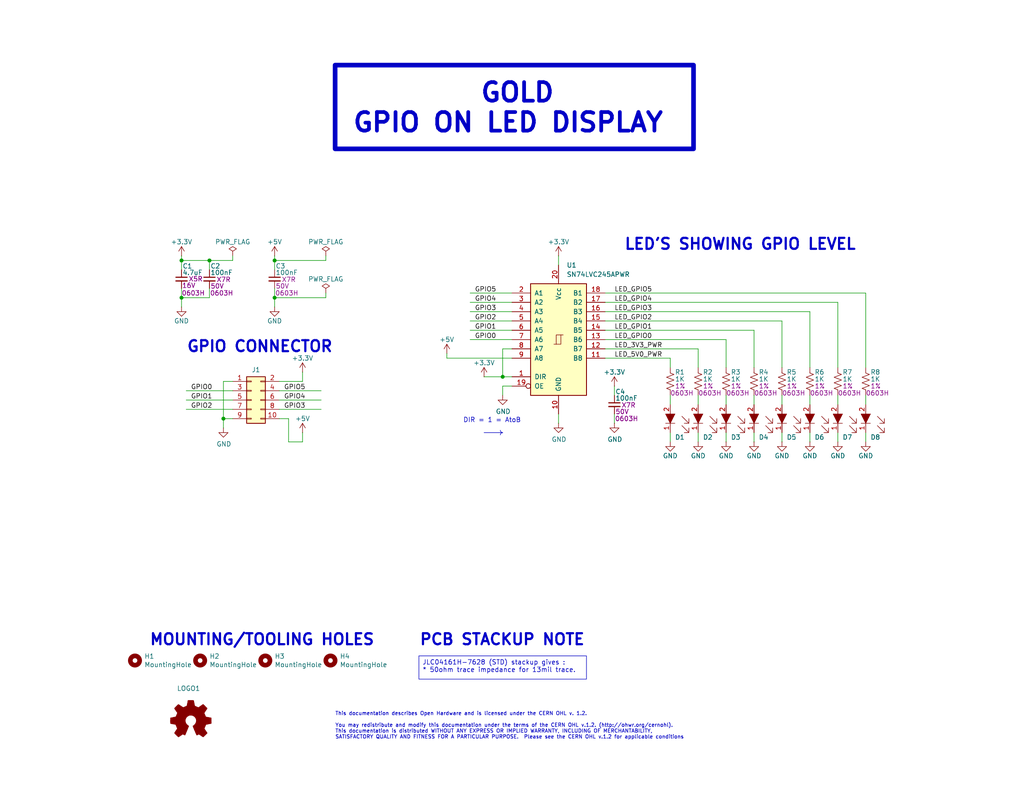
<source format=kicad_sch>
(kicad_sch
	(version 20231120)
	(generator "eeschema")
	(generator_version "8.0")
	(uuid "427359ba-a628-45f2-b713-ef7013e70a1d")
	(paper "USLetter")
	(title_block
		(title "GOLD")
		(date "2024-07-24")
		(rev "0")
		(company "Denno Wiggle")
		(comment 1 "GPIO On LED Display")
	)
	(lib_symbols
		(symbol "74LVC245:74LVC245"
			(pin_names
				(offset 1.016)
			)
			(exclude_from_sim no)
			(in_bom yes)
			(on_board yes)
			(property "Reference" "U"
				(at -6.35 16.51 0)
				(effects
					(font
						(size 1.27 1.27)
					)
				)
			)
			(property "Value" "74LVC245A"
				(at -7.62 -16.51 0)
				(effects
					(font
						(size 1.27 1.27)
					)
				)
			)
			(property "Footprint" "Package_SO:SOIC-20W_7.5x12.8mm_P1.27mm"
				(at 22.86 -17.78 0)
				(effects
					(font
						(size 1.27 1.27)
					)
					(hide yes)
				)
			)
			(property "Datasheet" "http://www.ti.com/lit/ds/symlink/sn74lvc245a.pdf"
				(at 0 0 0)
				(effects
					(font
						(size 1.27 1.27)
					)
					(hide yes)
				)
			)
			(property "Description" "Octal BUS Transceivers, 3-State outputs"
				(at 0 0 0)
				(effects
					(font
						(size 1.27 1.27)
					)
					(hide yes)
				)
			)
			(property "ki_keywords" "3.3V BUS 3State"
				(at 0 0 0)
				(effects
					(font
						(size 1.27 1.27)
					)
					(hide yes)
				)
			)
			(symbol "74LVC245_1_0"
				(polyline
					(pts
						(xy -0.635 -1.27) (xy -0.635 1.27) (xy 0.635 1.27)
					)
					(stroke
						(width 0)
						(type solid)
					)
					(fill
						(type none)
					)
				)
				(polyline
					(pts
						(xy -1.27 -1.27) (xy 0.635 -1.27) (xy 0.635 1.27) (xy 1.27 1.27)
					)
					(stroke
						(width 0)
						(type solid)
					)
					(fill
						(type none)
					)
				)
				(pin input line
					(at -12.7 -10.16 0)
					(length 5.08)
					(name "DIR"
						(effects
							(font
								(size 1.27 1.27)
							)
						)
					)
					(number "1"
						(effects
							(font
								(size 1.27 1.27)
							)
						)
					)
				)
				(pin power_in line
					(at 0 -20.32 90)
					(length 5.08)
					(name "GND"
						(effects
							(font
								(size 1.27 1.27)
							)
						)
					)
					(number "10"
						(effects
							(font
								(size 1.27 1.27)
							)
						)
					)
				)
				(pin tri_state line
					(at 12.7 -5.08 180)
					(length 5.08)
					(name "B8"
						(effects
							(font
								(size 1.27 1.27)
							)
						)
					)
					(number "11"
						(effects
							(font
								(size 1.27 1.27)
							)
						)
					)
				)
				(pin tri_state line
					(at 12.7 -2.54 180)
					(length 5.08)
					(name "B7"
						(effects
							(font
								(size 1.27 1.27)
							)
						)
					)
					(number "12"
						(effects
							(font
								(size 1.27 1.27)
							)
						)
					)
				)
				(pin tri_state line
					(at 12.7 0 180)
					(length 5.08)
					(name "B6"
						(effects
							(font
								(size 1.27 1.27)
							)
						)
					)
					(number "13"
						(effects
							(font
								(size 1.27 1.27)
							)
						)
					)
				)
				(pin tri_state line
					(at 12.7 2.54 180)
					(length 5.08)
					(name "B5"
						(effects
							(font
								(size 1.27 1.27)
							)
						)
					)
					(number "14"
						(effects
							(font
								(size 1.27 1.27)
							)
						)
					)
				)
				(pin tri_state line
					(at 12.7 5.08 180)
					(length 5.08)
					(name "B4"
						(effects
							(font
								(size 1.27 1.27)
							)
						)
					)
					(number "15"
						(effects
							(font
								(size 1.27 1.27)
							)
						)
					)
				)
				(pin tri_state line
					(at 12.7 7.62 180)
					(length 5.08)
					(name "B3"
						(effects
							(font
								(size 1.27 1.27)
							)
						)
					)
					(number "16"
						(effects
							(font
								(size 1.27 1.27)
							)
						)
					)
				)
				(pin tri_state line
					(at 12.7 10.16 180)
					(length 5.08)
					(name "B2"
						(effects
							(font
								(size 1.27 1.27)
							)
						)
					)
					(number "17"
						(effects
							(font
								(size 1.27 1.27)
							)
						)
					)
				)
				(pin tri_state line
					(at 12.7 12.7 180)
					(length 5.08)
					(name "B1"
						(effects
							(font
								(size 1.27 1.27)
							)
						)
					)
					(number "18"
						(effects
							(font
								(size 1.27 1.27)
							)
						)
					)
				)
				(pin input inverted
					(at -12.7 -12.7 0)
					(length 5.08)
					(name "OE"
						(effects
							(font
								(size 1.27 1.27)
							)
						)
					)
					(number "19"
						(effects
							(font
								(size 1.27 1.27)
							)
						)
					)
				)
				(pin tri_state line
					(at -12.7 12.7 0)
					(length 5.08)
					(name "A1"
						(effects
							(font
								(size 1.27 1.27)
							)
						)
					)
					(number "2"
						(effects
							(font
								(size 1.27 1.27)
							)
						)
					)
				)
				(pin power_in line
					(at 0 20.32 270)
					(length 5.08)
					(name "Vcc"
						(effects
							(font
								(size 1.27 1.27)
							)
						)
					)
					(number "20"
						(effects
							(font
								(size 1.27 1.27)
							)
						)
					)
				)
				(pin tri_state line
					(at -12.7 10.16 0)
					(length 5.08)
					(name "A2"
						(effects
							(font
								(size 1.27 1.27)
							)
						)
					)
					(number "3"
						(effects
							(font
								(size 1.27 1.27)
							)
						)
					)
				)
				(pin tri_state line
					(at -12.7 7.62 0)
					(length 5.08)
					(name "A3"
						(effects
							(font
								(size 1.27 1.27)
							)
						)
					)
					(number "4"
						(effects
							(font
								(size 1.27 1.27)
							)
						)
					)
				)
				(pin tri_state line
					(at -12.7 5.08 0)
					(length 5.08)
					(name "A4"
						(effects
							(font
								(size 1.27 1.27)
							)
						)
					)
					(number "5"
						(effects
							(font
								(size 1.27 1.27)
							)
						)
					)
				)
				(pin tri_state line
					(at -12.7 2.54 0)
					(length 5.08)
					(name "A5"
						(effects
							(font
								(size 1.27 1.27)
							)
						)
					)
					(number "6"
						(effects
							(font
								(size 1.27 1.27)
							)
						)
					)
				)
				(pin tri_state line
					(at -12.7 0 0)
					(length 5.08)
					(name "A6"
						(effects
							(font
								(size 1.27 1.27)
							)
						)
					)
					(number "7"
						(effects
							(font
								(size 1.27 1.27)
							)
						)
					)
				)
				(pin tri_state line
					(at -12.7 -2.54 0)
					(length 5.08)
					(name "A7"
						(effects
							(font
								(size 1.27 1.27)
							)
						)
					)
					(number "8"
						(effects
							(font
								(size 1.27 1.27)
							)
						)
					)
				)
				(pin tri_state line
					(at -12.7 -5.08 0)
					(length 5.08)
					(name "A8"
						(effects
							(font
								(size 1.27 1.27)
							)
						)
					)
					(number "9"
						(effects
							(font
								(size 1.27 1.27)
							)
						)
					)
				)
			)
			(symbol "74LVC245_1_1"
				(rectangle
					(start -7.62 15.24)
					(end 7.62 -15.24)
					(stroke
						(width 0.254)
						(type solid)
					)
					(fill
						(type background)
					)
				)
			)
		)
		(symbol "Connector_Generic:Conn_02x05_Odd_Even"
			(pin_names
				(offset 1.016) hide)
			(exclude_from_sim no)
			(in_bom yes)
			(on_board yes)
			(property "Reference" "J"
				(at 1.27 7.62 0)
				(effects
					(font
						(size 1.27 1.27)
					)
				)
			)
			(property "Value" "Conn_02x05_Odd_Even"
				(at 1.27 -7.62 0)
				(effects
					(font
						(size 1.27 1.27)
					)
				)
			)
			(property "Footprint" ""
				(at 0 0 0)
				(effects
					(font
						(size 1.27 1.27)
					)
					(hide yes)
				)
			)
			(property "Datasheet" "~"
				(at 0 0 0)
				(effects
					(font
						(size 1.27 1.27)
					)
					(hide yes)
				)
			)
			(property "Description" "Generic connector, double row, 02x05, odd/even pin numbering scheme (row 1 odd numbers, row 2 even numbers), script generated (kicad-library-utils/schlib/autogen/connector/)"
				(at 0 0 0)
				(effects
					(font
						(size 1.27 1.27)
					)
					(hide yes)
				)
			)
			(property "ki_keywords" "connector"
				(at 0 0 0)
				(effects
					(font
						(size 1.27 1.27)
					)
					(hide yes)
				)
			)
			(property "ki_fp_filters" "Connector*:*_2x??_*"
				(at 0 0 0)
				(effects
					(font
						(size 1.27 1.27)
					)
					(hide yes)
				)
			)
			(symbol "Conn_02x05_Odd_Even_1_1"
				(rectangle
					(start -1.27 -4.953)
					(end 0 -5.207)
					(stroke
						(width 0.1524)
						(type default)
					)
					(fill
						(type none)
					)
				)
				(rectangle
					(start -1.27 -2.413)
					(end 0 -2.667)
					(stroke
						(width 0.1524)
						(type default)
					)
					(fill
						(type none)
					)
				)
				(rectangle
					(start -1.27 0.127)
					(end 0 -0.127)
					(stroke
						(width 0.1524)
						(type default)
					)
					(fill
						(type none)
					)
				)
				(rectangle
					(start -1.27 2.667)
					(end 0 2.413)
					(stroke
						(width 0.1524)
						(type default)
					)
					(fill
						(type none)
					)
				)
				(rectangle
					(start -1.27 5.207)
					(end 0 4.953)
					(stroke
						(width 0.1524)
						(type default)
					)
					(fill
						(type none)
					)
				)
				(rectangle
					(start -1.27 6.35)
					(end 3.81 -6.35)
					(stroke
						(width 0.254)
						(type default)
					)
					(fill
						(type background)
					)
				)
				(rectangle
					(start 3.81 -4.953)
					(end 2.54 -5.207)
					(stroke
						(width 0.1524)
						(type default)
					)
					(fill
						(type none)
					)
				)
				(rectangle
					(start 3.81 -2.413)
					(end 2.54 -2.667)
					(stroke
						(width 0.1524)
						(type default)
					)
					(fill
						(type none)
					)
				)
				(rectangle
					(start 3.81 0.127)
					(end 2.54 -0.127)
					(stroke
						(width 0.1524)
						(type default)
					)
					(fill
						(type none)
					)
				)
				(rectangle
					(start 3.81 2.667)
					(end 2.54 2.413)
					(stroke
						(width 0.1524)
						(type default)
					)
					(fill
						(type none)
					)
				)
				(rectangle
					(start 3.81 5.207)
					(end 2.54 4.953)
					(stroke
						(width 0.1524)
						(type default)
					)
					(fill
						(type none)
					)
				)
				(pin passive line
					(at -5.08 5.08 0)
					(length 3.81)
					(name "Pin_1"
						(effects
							(font
								(size 1.27 1.27)
							)
						)
					)
					(number "1"
						(effects
							(font
								(size 1.27 1.27)
							)
						)
					)
				)
				(pin passive line
					(at 7.62 -5.08 180)
					(length 3.81)
					(name "Pin_10"
						(effects
							(font
								(size 1.27 1.27)
							)
						)
					)
					(number "10"
						(effects
							(font
								(size 1.27 1.27)
							)
						)
					)
				)
				(pin passive line
					(at 7.62 5.08 180)
					(length 3.81)
					(name "Pin_2"
						(effects
							(font
								(size 1.27 1.27)
							)
						)
					)
					(number "2"
						(effects
							(font
								(size 1.27 1.27)
							)
						)
					)
				)
				(pin passive line
					(at -5.08 2.54 0)
					(length 3.81)
					(name "Pin_3"
						(effects
							(font
								(size 1.27 1.27)
							)
						)
					)
					(number "3"
						(effects
							(font
								(size 1.27 1.27)
							)
						)
					)
				)
				(pin passive line
					(at 7.62 2.54 180)
					(length 3.81)
					(name "Pin_4"
						(effects
							(font
								(size 1.27 1.27)
							)
						)
					)
					(number "4"
						(effects
							(font
								(size 1.27 1.27)
							)
						)
					)
				)
				(pin passive line
					(at -5.08 0 0)
					(length 3.81)
					(name "Pin_5"
						(effects
							(font
								(size 1.27 1.27)
							)
						)
					)
					(number "5"
						(effects
							(font
								(size 1.27 1.27)
							)
						)
					)
				)
				(pin passive line
					(at 7.62 0 180)
					(length 3.81)
					(name "Pin_6"
						(effects
							(font
								(size 1.27 1.27)
							)
						)
					)
					(number "6"
						(effects
							(font
								(size 1.27 1.27)
							)
						)
					)
				)
				(pin passive line
					(at -5.08 -2.54 0)
					(length 3.81)
					(name "Pin_7"
						(effects
							(font
								(size 1.27 1.27)
							)
						)
					)
					(number "7"
						(effects
							(font
								(size 1.27 1.27)
							)
						)
					)
				)
				(pin passive line
					(at 7.62 -2.54 180)
					(length 3.81)
					(name "Pin_8"
						(effects
							(font
								(size 1.27 1.27)
							)
						)
					)
					(number "8"
						(effects
							(font
								(size 1.27 1.27)
							)
						)
					)
				)
				(pin passive line
					(at -5.08 -5.08 0)
					(length 3.81)
					(name "Pin_9"
						(effects
							(font
								(size 1.27 1.27)
							)
						)
					)
					(number "9"
						(effects
							(font
								(size 1.27 1.27)
							)
						)
					)
				)
			)
		)
		(symbol "GND_2"
			(power)
			(pin_numbers hide)
			(pin_names
				(offset 0) hide)
			(exclude_from_sim no)
			(in_bom yes)
			(on_board yes)
			(property "Reference" "#PWR"
				(at 0 -6.35 0)
				(effects
					(font
						(size 1.27 1.27)
					)
					(hide yes)
				)
			)
			(property "Value" "GND"
				(at 0 -3.81 0)
				(effects
					(font
						(size 1.27 1.27)
					)
				)
			)
			(property "Footprint" ""
				(at 0 0 0)
				(effects
					(font
						(size 1.27 1.27)
					)
					(hide yes)
				)
			)
			(property "Datasheet" ""
				(at 0 0 0)
				(effects
					(font
						(size 1.27 1.27)
					)
					(hide yes)
				)
			)
			(property "Description" "Power symbol creates a global label with name \"GND\" , ground"
				(at 0 0 0)
				(effects
					(font
						(size 1.27 1.27)
					)
					(hide yes)
				)
			)
			(property "ki_keywords" "global power"
				(at 0 0 0)
				(effects
					(font
						(size 1.27 1.27)
					)
					(hide yes)
				)
			)
			(symbol "GND_2_0_1"
				(polyline
					(pts
						(xy 0 0) (xy 0 -1.27) (xy 1.27 -1.27) (xy 0 -2.54) (xy -1.27 -1.27) (xy 0 -1.27)
					)
					(stroke
						(width 0)
						(type default)
					)
					(fill
						(type none)
					)
				)
			)
			(symbol "GND_2_1_1"
				(pin power_in line
					(at 0 0 270)
					(length 0)
					(name "~"
						(effects
							(font
								(size 1.27 1.27)
							)
						)
					)
					(number "1"
						(effects
							(font
								(size 1.27 1.27)
							)
						)
					)
				)
			)
		)
		(symbol "Graphic:Logo_Open_Hardware_Small"
			(exclude_from_sim no)
			(in_bom no)
			(on_board no)
			(property "Reference" "#SYM"
				(at 0 6.985 0)
				(effects
					(font
						(size 1.27 1.27)
					)
					(hide yes)
				)
			)
			(property "Value" "Logo_Open_Hardware_Small"
				(at 0 -5.715 0)
				(effects
					(font
						(size 1.27 1.27)
					)
					(hide yes)
				)
			)
			(property "Footprint" ""
				(at 0 0 0)
				(effects
					(font
						(size 1.27 1.27)
					)
					(hide yes)
				)
			)
			(property "Datasheet" "~"
				(at 0 0 0)
				(effects
					(font
						(size 1.27 1.27)
					)
					(hide yes)
				)
			)
			(property "Description" "Open Hardware logo, small"
				(at 0 0 0)
				(effects
					(font
						(size 1.27 1.27)
					)
					(hide yes)
				)
			)
			(property "Sim.Enable" "0"
				(at 0 0 0)
				(effects
					(font
						(size 1.27 1.27)
					)
					(hide yes)
				)
			)
			(property "ki_keywords" "Logo"
				(at 0 0 0)
				(effects
					(font
						(size 1.27 1.27)
					)
					(hide yes)
				)
			)
			(symbol "Logo_Open_Hardware_Small_0_1"
				(polyline
					(pts
						(xy 3.3528 -4.3434) (xy 3.302 -4.318) (xy 3.175 -4.2418) (xy 2.9972 -4.1148) (xy 2.7686 -3.9624)
						(xy 2.54 -3.81) (xy 2.3622 -3.7084) (xy 2.2352 -3.6068) (xy 2.1844 -3.5814) (xy 2.159 -3.6068)
						(xy 2.0574 -3.6576) (xy 1.905 -3.7338) (xy 1.8034 -3.7846) (xy 1.6764 -3.8354) (xy 1.6002 -3.8354)
						(xy 1.6002 -3.8354) (xy 1.5494 -3.7338) (xy 1.4732 -3.5306) (xy 1.3462 -3.302) (xy 1.2446 -3.0226)
						(xy 1.1176 -2.7178) (xy 0.9652 -2.413) (xy 0.8636 -2.1082) (xy 0.7366 -1.8288) (xy 0.6604 -1.6256)
						(xy 0.6096 -1.4732) (xy 0.5842 -1.397) (xy 0.5842 -1.397) (xy 0.6604 -1.3208) (xy 0.7874 -1.2446)
						(xy 1.0414 -1.016) (xy 1.2954 -0.6858) (xy 1.4478 -0.3302) (xy 1.524 0.0762) (xy 1.4732 0.4572)
						(xy 1.3208 0.8128) (xy 1.0668 1.143) (xy 0.762 1.3716) (xy 0.4064 1.524) (xy 0 1.5748) (xy -0.381 1.5494)
						(xy -0.7366 1.397) (xy -1.0668 1.143) (xy -1.2192 0.9906) (xy -1.397 0.6604) (xy -1.524 0.3048)
						(xy -1.524 0.2286) (xy -1.4986 -0.1778) (xy -1.397 -0.5334) (xy -1.1938 -0.8636) (xy -0.9144 -1.143)
						(xy -0.8636 -1.1684) (xy -0.7366 -1.27) (xy -0.635 -1.3462) (xy -0.5842 -1.397) (xy -1.0668 -2.5908)
						(xy -1.143 -2.794) (xy -1.2954 -3.1242) (xy -1.397 -3.4036) (xy -1.4986 -3.6322) (xy -1.5748 -3.7846)
						(xy -1.6002 -3.8354) (xy -1.6002 -3.8354) (xy -1.651 -3.8354) (xy -1.7272 -3.81) (xy -1.905 -3.7338)
						(xy -2.0066 -3.683) (xy -2.1336 -3.6068) (xy -2.2098 -3.5814) (xy -2.2606 -3.6068) (xy -2.3622 -3.683)
						(xy -2.54 -3.81) (xy -2.7686 -3.9624) (xy -2.9718 -4.0894) (xy -3.1496 -4.2164) (xy -3.302 -4.318)
						(xy -3.3528 -4.3434) (xy -3.3782 -4.3434) (xy -3.429 -4.318) (xy -3.5306 -4.2164) (xy -3.7084 -4.064)
						(xy -3.937 -3.8354) (xy -3.9624 -3.81) (xy -4.1656 -3.6068) (xy -4.318 -3.4544) (xy -4.4196 -3.3274)
						(xy -4.445 -3.2766) (xy -4.445 -3.2766) (xy -4.4196 -3.2258) (xy -4.318 -3.0734) (xy -4.2164 -2.8956)
						(xy -4.064 -2.667) (xy -3.6576 -2.0828) (xy -3.8862 -1.5494) (xy -3.937 -1.3716) (xy -4.0386 -1.1684)
						(xy -4.0894 -1.0414) (xy -4.1148 -0.9652) (xy -4.191 -0.9398) (xy -4.318 -0.9144) (xy -4.5466 -0.8636)
						(xy -4.8006 -0.8128) (xy -5.0546 -0.7874) (xy -5.2578 -0.7366) (xy -5.4356 -0.7112) (xy -5.5118 -0.6858)
						(xy -5.5118 -0.6858) (xy -5.5372 -0.635) (xy -5.5372 -0.5588) (xy -5.5372 -0.4318) (xy -5.5626 -0.2286)
						(xy -5.5626 0.0762) (xy -5.5626 0.127) (xy -5.5372 0.4064) (xy -5.5372 0.635) (xy -5.5372 0.762)
						(xy -5.5372 0.8382) (xy -5.5372 0.8382) (xy -5.461 0.8382) (xy -5.3086 0.889) (xy -5.08 0.9144)
						(xy -4.826 0.9652) (xy -4.8006 0.9906) (xy -4.5466 1.0414) (xy -4.318 1.0668) (xy -4.1656 1.1176)
						(xy -4.0894 1.143) (xy -4.0894 1.143) (xy -4.0386 1.2446) (xy -3.9624 1.4224) (xy -3.8608 1.6256)
						(xy -3.7846 1.8288) (xy -3.7084 2.0066) (xy -3.6576 2.159) (xy -3.6322 2.2098) (xy -3.6322 2.2098)
						(xy -3.683 2.286) (xy -3.7592 2.413) (xy -3.8862 2.5908) (xy -4.064 2.8194) (xy -4.064 2.8448)
						(xy -4.2164 3.0734) (xy -4.3434 3.2512) (xy -4.4196 3.3782) (xy -4.445 3.4544) (xy -4.445 3.4544)
						(xy -4.3942 3.5052) (xy -4.2926 3.6322) (xy -4.1148 3.81) (xy -3.937 4.0132) (xy -3.8608 4.064)
						(xy -3.6576 4.2926) (xy -3.5052 4.4196) (xy -3.4036 4.4958) (xy -3.3528 4.5212) (xy -3.3528 4.5212)
						(xy -3.302 4.4704) (xy -3.1496 4.3688) (xy -2.9718 4.2418) (xy -2.7432 4.0894) (xy -2.7178 4.0894)
						(xy -2.4892 3.937) (xy -2.3114 3.81) (xy -2.1844 3.7084) (xy -2.1336 3.683) (xy -2.1082 3.683)
						(xy -2.032 3.7084) (xy -1.8542 3.7592) (xy -1.6764 3.8354) (xy -1.4732 3.937) (xy -1.27 4.0132)
						(xy -1.143 4.064) (xy -1.0668 4.1148) (xy -1.0668 4.1148) (xy -1.0414 4.191) (xy -1.016 4.3434)
						(xy -0.9652 4.572) (xy -0.9144 4.8514) (xy -0.889 4.9022) (xy -0.8382 5.1562) (xy -0.8128 5.3848)
						(xy -0.7874 5.5372) (xy -0.762 5.588) (xy -0.7112 5.6134) (xy -0.5842 5.6134) (xy -0.4064 5.6134)
						(xy -0.1524 5.6134) (xy 0.0762 5.6134) (xy 0.3302 5.6134) (xy 0.5334 5.6134) (xy 0.6858 5.588)
						(xy 0.7366 5.588) (xy 0.7366 5.588) (xy 0.762 5.5118) (xy 0.8128 5.334) (xy 0.8382 5.1054) (xy 0.9144 4.826)
						(xy 0.9144 4.7752) (xy 0.9652 4.5212) (xy 1.016 4.2926) (xy 1.0414 4.1402) (xy 1.0668 4.0894)
						(xy 1.0668 4.0894) (xy 1.1938 4.0386) (xy 1.3716 3.9624) (xy 1.5748 3.8608) (xy 2.0828 3.6576)
						(xy 2.7178 4.0894) (xy 2.7686 4.1402) (xy 2.9972 4.2926) (xy 3.175 4.4196) (xy 3.302 4.4958) (xy 3.3782 4.5212)
						(xy 3.3782 4.5212) (xy 3.429 4.4704) (xy 3.556 4.3434) (xy 3.7338 4.191) (xy 3.9116 3.9878) (xy 4.064 3.8354)
						(xy 4.2418 3.6576) (xy 4.3434 3.556) (xy 4.4196 3.4798) (xy 4.4196 3.429) (xy 4.4196 3.4036) (xy 4.3942 3.3274)
						(xy 4.2926 3.2004) (xy 4.1656 2.9972) (xy 4.0132 2.794) (xy 3.8862 2.5908) (xy 3.7592 2.3876)
						(xy 3.6576 2.2352) (xy 3.6322 2.159) (xy 3.6322 2.1336) (xy 3.683 2.0066) (xy 3.7592 1.8288) (xy 3.8608 1.6002)
						(xy 4.064 1.1176) (xy 4.3942 1.0414) (xy 4.5974 1.016) (xy 4.8768 0.9652) (xy 5.1308 0.9144) (xy 5.5372 0.8382)
						(xy 5.5626 -0.6604) (xy 5.4864 -0.6858) (xy 5.4356 -0.6858) (xy 5.2832 -0.7366) (xy 5.0546 -0.762)
						(xy 4.8006 -0.8128) (xy 4.5974 -0.8636) (xy 4.3688 -0.9144) (xy 4.2164 -0.9398) (xy 4.1402 -0.9398)
						(xy 4.1148 -0.9652) (xy 4.064 -1.0668) (xy 3.9878 -1.2446) (xy 3.9116 -1.4478) (xy 3.81 -1.651)
						(xy 3.7338 -1.8542) (xy 3.683 -2.0066) (xy 3.6576 -2.0828) (xy 3.683 -2.1336) (xy 3.7846 -2.2606)
						(xy 3.8862 -2.4638) (xy 4.0386 -2.667) (xy 4.191 -2.8956) (xy 4.318 -3.0734) (xy 4.3942 -3.2004)
						(xy 4.445 -3.2766) (xy 4.4196 -3.3274) (xy 4.3434 -3.429) (xy 4.1656 -3.5814) (xy 3.937 -3.8354)
						(xy 3.8862 -3.8608) (xy 3.683 -4.064) (xy 3.5306 -4.2164) (xy 3.4036 -4.318) (xy 3.3528 -4.3434)
					)
					(stroke
						(width 0)
						(type default)
					)
					(fill
						(type outline)
					)
				)
			)
		)
		(symbol "Mechanical:MountingHole"
			(pin_names
				(offset 1.016)
			)
			(exclude_from_sim no)
			(in_bom yes)
			(on_board yes)
			(property "Reference" "H"
				(at 0 5.08 0)
				(effects
					(font
						(size 1.27 1.27)
					)
				)
			)
			(property "Value" "MountingHole"
				(at 0 3.175 0)
				(effects
					(font
						(size 1.27 1.27)
					)
				)
			)
			(property "Footprint" ""
				(at 0 0 0)
				(effects
					(font
						(size 1.27 1.27)
					)
					(hide yes)
				)
			)
			(property "Datasheet" "~"
				(at 0 0 0)
				(effects
					(font
						(size 1.27 1.27)
					)
					(hide yes)
				)
			)
			(property "Description" "Mounting Hole without connection"
				(at 0 0 0)
				(effects
					(font
						(size 1.27 1.27)
					)
					(hide yes)
				)
			)
			(property "ki_keywords" "mounting hole"
				(at 0 0 0)
				(effects
					(font
						(size 1.27 1.27)
					)
					(hide yes)
				)
			)
			(property "ki_fp_filters" "MountingHole*"
				(at 0 0 0)
				(effects
					(font
						(size 1.27 1.27)
					)
					(hide yes)
				)
			)
			(symbol "MountingHole_0_1"
				(circle
					(center 0 0)
					(radius 1.27)
					(stroke
						(width 1.27)
						(type default)
					)
					(fill
						(type none)
					)
				)
			)
		)
		(symbol "WTM:C_100nF_X7R_16V_0805H"
			(pin_numbers hide)
			(pin_names
				(offset 0) hide)
			(exclude_from_sim no)
			(in_bom yes)
			(on_board yes)
			(property "Reference" "C"
				(at 0.254 3.556 0)
				(do_not_autoplace)
				(effects
					(font
						(size 1.27 1.27)
					)
					(justify left)
				)
			)
			(property "Value" "100nF"
				(at 0.254 1.778 0)
				(do_not_autoplace)
				(effects
					(font
						(size 1.27 1.27)
					)
					(justify left)
				)
			)
			(property "Footprint" "Capacitor_SMD:C_0805_2012Metric_Pad1.18x1.45mm_HandSolder"
				(at 2.54 -10.16 0)
				(effects
					(font
						(size 1.27 1.27)
					)
					(hide yes)
				)
			)
			(property "Datasheet" "https://www.we-online.com/katalog/datasheet/885012207045.pdf"
				(at 0 -25.4 0)
				(effects
					(font
						(size 1.27 1.27)
					)
					(hide yes)
				)
			)
			(property "Description" "Unpolarized capacitor, small symbol"
				(at 1.27 -22.86 0)
				(effects
					(font
						(size 1.27 1.27)
					)
					(hide yes)
				)
			)
			(property "Digikey" "732-8045-1-ND"
				(at 1.27 -12.7 0)
				(effects
					(font
						(size 1.27 1.27)
					)
					(hide yes)
				)
			)
			(property "Dielectric" "X7R"
				(at 1.905 -0.127 0)
				(do_not_autoplace)
				(effects
					(font
						(size 1.27 1.27)
					)
					(justify left)
				)
			)
			(property "Voltage" "16V"
				(at 0.254 -1.905 0)
				(do_not_autoplace)
				(effects
					(font
						(size 1.27 1.27)
					)
					(justify left)
				)
			)
			(property "MPN" "885012207045"
				(at 1.27 -20.32 0)
				(effects
					(font
						(size 1.27 1.27)
					)
					(hide yes)
				)
			)
			(property "Manufacturer" "Würth Elektronik"
				(at 1.27 -17.78 0)
				(effects
					(font
						(size 1.27 1.27)
					)
					(hide yes)
				)
			)
			(property "Footprint2" "0805H"
				(at 0.127 -3.81 0)
				(do_not_autoplace)
				(effects
					(font
						(size 1.27 1.27)
					)
					(justify left)
				)
			)
			(property "Digi-Key_PN" "732-8045-1-ND"
				(at 1.27 -15.24 0)
				(effects
					(font
						(size 1.27 1.27)
					)
					(hide yes)
				)
			)
			(property "ki_keywords" "capacitor cap"
				(at 0 0 0)
				(effects
					(font
						(size 1.27 1.27)
					)
					(hide yes)
				)
			)
			(property "ki_fp_filters" "C_*"
				(at 0 0 0)
				(effects
					(font
						(size 1.27 1.27)
					)
					(hide yes)
				)
			)
			(symbol "C_100nF_X7R_16V_0805H_0_1"
				(polyline
					(pts
						(xy -1.524 -0.508) (xy 1.524 -0.508)
					)
					(stroke
						(width 0.3302)
						(type default)
					)
					(fill
						(type none)
					)
				)
				(polyline
					(pts
						(xy -1.524 0.508) (xy 1.524 0.508)
					)
					(stroke
						(width 0.3048)
						(type default)
					)
					(fill
						(type none)
					)
				)
			)
			(symbol "C_100nF_X7R_16V_0805H_1_1"
				(pin passive line
					(at 0 2.54 270)
					(length 2.032)
					(name "~"
						(effects
							(font
								(size 1.27 1.27)
							)
						)
					)
					(number "1"
						(effects
							(font
								(size 1.27 1.27)
							)
						)
					)
				)
				(pin passive line
					(at 0 -2.54 90)
					(length 2.032)
					(name "~"
						(effects
							(font
								(size 1.27 1.27)
							)
						)
					)
					(number "2"
						(effects
							(font
								(size 1.27 1.27)
							)
						)
					)
				)
			)
		)
		(symbol "WTM:C_10uF_X5R_16V_0805H"
			(pin_numbers hide)
			(pin_names
				(offset 0.254) hide)
			(exclude_from_sim no)
			(in_bom yes)
			(on_board yes)
			(property "Reference" "C206"
				(at 0.254 3.556 0)
				(do_not_autoplace)
				(effects
					(font
						(size 1.27 1.27)
					)
					(justify left)
				)
			)
			(property "Value" "10uF"
				(at 0.254 1.778 0)
				(do_not_autoplace)
				(effects
					(font
						(size 1.27 1.27)
					)
					(justify left)
				)
			)
			(property "Footprint" "Capacitor_SMD:C_0805_2012Metric_Pad1.18x1.45mm_HandSolder"
				(at 1.27 -20.32 0)
				(effects
					(font
						(size 1.27 1.27)
					)
					(hide yes)
				)
			)
			(property "Datasheet" "https://media.digikey.com/pdf/Data%20Sheets/Samsung%20PDFs/CL21A106KOQNNNG_Spec.pdf"
				(at 0 -10.16 0)
				(effects
					(font
						(size 1.27 1.27)
					)
					(hide yes)
				)
			)
			(property "Description" "Unpolarized capacitor, small symbol"
				(at 1.27 -12.7 0)
				(effects
					(font
						(size 1.27 1.27)
					)
					(hide yes)
				)
			)
			(property "Digikey" "1276-6455-1-ND"
				(at 1.27 -22.86 0)
				(effects
					(font
						(size 1.27 1.27)
					)
					(hide yes)
				)
			)
			(property "Dielectric" "X5R"
				(at 1.905 0.762 0)
				(do_not_autoplace)
				(effects
					(font
						(size 1.27 1.27)
					)
					(justify left top)
				)
			)
			(property "Voltage" "16V"
				(at 0.127 -1.016 0)
				(do_not_autoplace)
				(effects
					(font
						(size 1.27 1.27)
					)
					(justify left top)
				)
			)
			(property "Footprint2" "0805H"
				(at 3.302 -3.81 0)
				(do_not_autoplace)
				(effects
					(font
						(size 1.27 1.27)
					)
				)
			)
			(property "Digi-Key_PN" "1276-6455-1-ND"
				(at 1.27 -25.4 0)
				(effects
					(font
						(size 1.27 1.27)
					)
					(hide yes)
				)
			)
			(property "MPN" "CL21A106KOQNNNG"
				(at 0 -17.78 0)
				(effects
					(font
						(size 1.27 1.27)
					)
					(hide yes)
				)
			)
			(property "Manufacturer" "Samsung Electro-Mechanics"
				(at 1.27 -15.24 0)
				(effects
					(font
						(size 1.27 1.27)
					)
					(hide yes)
				)
			)
			(property "ki_keywords" "capacitor cap"
				(at 0 0 0)
				(effects
					(font
						(size 1.27 1.27)
					)
					(hide yes)
				)
			)
			(property "ki_fp_filters" "C_*"
				(at 0 0 0)
				(effects
					(font
						(size 1.27 1.27)
					)
					(hide yes)
				)
			)
			(symbol "C_10uF_X5R_16V_0805H_0_1"
				(polyline
					(pts
						(xy -1.524 -0.508) (xy 1.524 -0.508)
					)
					(stroke
						(width 0.3302)
						(type default)
					)
					(fill
						(type none)
					)
				)
				(polyline
					(pts
						(xy -1.524 0.508) (xy 1.524 0.508)
					)
					(stroke
						(width 0.3048)
						(type default)
					)
					(fill
						(type none)
					)
				)
			)
			(symbol "C_10uF_X5R_16V_0805H_1_1"
				(pin passive line
					(at 0 2.54 270)
					(length 2.032)
					(name "~"
						(effects
							(font
								(size 1.27 1.27)
							)
						)
					)
					(number "1"
						(effects
							(font
								(size 1.27 1.27)
							)
						)
					)
				)
				(pin passive line
					(at 0 -2.54 90)
					(length 2.032)
					(name "~"
						(effects
							(font
								(size 1.27 1.27)
							)
						)
					)
					(number "2"
						(effects
							(font
								(size 1.27 1.27)
							)
						)
					)
				)
			)
		)
		(symbol "WTM:LED_LTST-S270KGKT"
			(pin_names
				(offset 0)
			)
			(exclude_from_sim no)
			(in_bom yes)
			(on_board yes)
			(property "Reference" "D"
				(at -6.35 3.81 0)
				(effects
					(font
						(size 1.27 1.27)
					)
					(justify left)
				)
			)
			(property "Value" "LED_LTST-S270KGKT"
				(at 0 -3.81 0)
				(effects
					(font
						(size 1.524 1.524)
					)
					(hide yes)
				)
			)
			(property "Footprint" "WTM_Library:LTST-S270KGKT"
				(at 5.08 9.525 0)
				(effects
					(font
						(size 1.524 1.524)
					)
					(justify left)
					(hide yes)
				)
			)
			(property "Datasheet" "https://optoelectronics.liteon.com/upload/download/DS22-2000-226/LTST-S270KGKT.pdf"
				(at 5.08 12.065 0)
				(effects
					(font
						(size 1.524 1.524)
					)
					(justify left)
					(hide yes)
				)
			)
			(property "Description" "LED 571NM GREEN CLEAR CHIP 0603 R/A "
				(at 5.08 25.4 0)
				(effects
					(font
						(size 1.524 1.524)
					)
					(justify left)
					(hide yes)
				)
			)
			(property "Digikey" "160-1478-1-ND"
				(at 5.08 14.605 0)
				(effects
					(font
						(size 1.524 1.524)
					)
					(justify left)
					(hide yes)
				)
			)
			(property "MPN" "LTST-S270KGKT"
				(at 5.08 17.145 0)
				(effects
					(font
						(size 1.524 1.524)
					)
					(justify left)
					(hide yes)
				)
			)
			(property "Category" "Optoelectronics"
				(at 5.08 19.685 0)
				(effects
					(font
						(size 1.524 1.524)
					)
					(justify left)
					(hide yes)
				)
			)
			(property "Family" "LED Indication - Discrete"
				(at 5.08 22.225 0)
				(effects
					(font
						(size 1.524 1.524)
					)
					(justify left)
					(hide yes)
				)
			)
			(property "Manufacturer" "Lite-On Inc."
				(at 5.08 27.94 0)
				(effects
					(font
						(size 1.524 1.524)
					)
					(justify left)
					(hide yes)
				)
			)
			(property "LCSC Part #" "C125113"
				(at 5.334 7.112 0)
				(effects
					(font
						(size 1.524 1.524)
					)
					(justify left)
					(hide yes)
				)
			)
			(property "ki_keywords" "160-1447-1-ND"
				(at 0 0 0)
				(effects
					(font
						(size 1.27 1.27)
					)
					(hide yes)
				)
			)
			(symbol "LED_LTST-S270KGKT_0_1"
				(polyline
					(pts
						(xy 0 1.27) (xy 0 -1.27)
					)
					(stroke
						(width 0)
						(type solid)
					)
					(fill
						(type none)
					)
				)
				(polyline
					(pts
						(xy -2.54 1.27) (xy -2.54 -1.27) (xy 0 0) (xy -2.54 1.27)
					)
					(stroke
						(width 0)
						(type solid)
					)
					(fill
						(type outline)
					)
				)
			)
			(symbol "LED_LTST-S270KGKT_1_1"
				(polyline
					(pts
						(xy -1.27 3.81) (xy -1.905 3.175)
					)
					(stroke
						(width 0)
						(type solid)
					)
					(fill
						(type none)
					)
				)
				(polyline
					(pts
						(xy -0.635 5.08) (xy -1.27 5.08)
					)
					(stroke
						(width 0)
						(type solid)
					)
					(fill
						(type none)
					)
				)
				(polyline
					(pts
						(xy 0 4.445) (xy 0 3.81)
					)
					(stroke
						(width 0)
						(type solid)
					)
					(fill
						(type none)
					)
				)
				(polyline
					(pts
						(xy 1.27 3.81) (xy 0.635 3.175)
					)
					(stroke
						(width 0)
						(type solid)
					)
					(fill
						(type none)
					)
				)
				(polyline
					(pts
						(xy 1.905 5.08) (xy 1.27 5.08)
					)
					(stroke
						(width 0)
						(type solid)
					)
					(fill
						(type none)
					)
				)
				(polyline
					(pts
						(xy 2.54 4.445) (xy 2.54 3.81)
					)
					(stroke
						(width 0)
						(type solid)
					)
					(fill
						(type none)
					)
				)
				(polyline
					(pts
						(xy 1.27 3.81) (xy 2.54 5.08) (xy 1.905 5.08) (xy 2.54 5.08) (xy 2.54 4.445)
					)
					(stroke
						(width 0)
						(type solid)
					)
					(fill
						(type none)
					)
				)
				(polyline
					(pts
						(xy 0 5.08) (xy 0 4.445) (xy 0 5.08) (xy -0.635 5.08) (xy 0 5.08) (xy -1.27 3.81)
					)
					(stroke
						(width 0)
						(type solid)
					)
					(fill
						(type none)
					)
				)
				(pin passive line
					(at 2.54 0 180)
					(length 2.54)
					(name "~"
						(effects
							(font
								(size 1.27 1.27)
							)
						)
					)
					(number "1"
						(effects
							(font
								(size 1.27 1.27)
							)
						)
					)
				)
				(pin input line
					(at -5.08 0 0)
					(length 2.54)
					(name "~"
						(effects
							(font
								(size 1.27 1.27)
							)
						)
					)
					(number "2"
						(effects
							(font
								(size 1.27 1.27)
							)
						)
					)
				)
			)
		)
		(symbol "WTM:R_10K_5%_0805H"
			(pin_numbers hide)
			(pin_names
				(offset 0)
			)
			(exclude_from_sim no)
			(in_bom yes)
			(on_board yes)
			(property "Reference" "R515"
				(at 1.27 2.54 0)
				(do_not_autoplace)
				(effects
					(font
						(size 1.27 1.27)
					)
					(justify left)
				)
			)
			(property "Value" "10K"
				(at 1.27 0.635 0)
				(do_not_autoplace)
				(effects
					(font
						(size 1.27 1.27)
					)
					(justify left)
				)
			)
			(property "Footprint" "Resistor_SMD:R_0805_2012Metric_Pad1.20x1.40mm_HandSolder"
				(at 0 -12.7 0)
				(effects
					(font
						(size 1.27 1.27)
					)
					(hide yes)
				)
			)
			(property "Datasheet" "https://www.yageo.com/upload/media/product/productsearch/datasheet/rchip/PYu-RC_Group_51_RoHS_L_12.pdf"
				(at 0 -15.24 0)
				(effects
					(font
						(size 1.27 1.27)
					)
					(hide yes)
				)
			)
			(property "Description" "Resistor, US symbol"
				(at 0 -17.78 0)
				(effects
					(font
						(size 1.27 1.27)
					)
					(hide yes)
				)
			)
			(property "Tolerance" "5%"
				(at 1.27 -1.27 0)
				(do_not_autoplace)
				(effects
					(font
						(size 1.27 1.27)
					)
					(justify left)
				)
			)
			(property "Footprint2" "0805H"
				(at 0 -3.175 0)
				(do_not_autoplace)
				(effects
					(font
						(size 1.27 1.27)
					)
					(justify left)
				)
			)
			(property "MPN" "RC0805JR-0710KL"
				(at 0 -20.32 0)
				(effects
					(font
						(size 1.27 1.27)
					)
					(hide yes)
				)
			)
			(property "Manufacturer" "Yaego"
				(at 0 -25.4 0)
				(effects
					(font
						(size 1.27 1.27)
					)
					(hide yes)
				)
			)
			(property "Digikey" "311-10KARCT-ND"
				(at 0 -22.86 0)
				(effects
					(font
						(size 1.27 1.27)
					)
					(hide yes)
				)
			)
			(property "ki_keywords" "R res resistor"
				(at 0 0 0)
				(effects
					(font
						(size 1.27 1.27)
					)
					(hide yes)
				)
			)
			(property "ki_fp_filters" "R_*"
				(at 0 0 0)
				(effects
					(font
						(size 1.27 1.27)
					)
					(hide yes)
				)
			)
			(symbol "R_10K_5%_0805H_0_1"
				(polyline
					(pts
						(xy 0 -2.286) (xy 0 -2.54)
					)
					(stroke
						(width 0)
						(type default)
					)
					(fill
						(type none)
					)
				)
				(polyline
					(pts
						(xy 0 2.286) (xy 0 2.54)
					)
					(stroke
						(width 0)
						(type default)
					)
					(fill
						(type none)
					)
				)
				(polyline
					(pts
						(xy 0 -0.762) (xy 1.016 -1.143) (xy 0 -1.524) (xy -1.016 -1.905) (xy 0 -2.286)
					)
					(stroke
						(width 0)
						(type default)
					)
					(fill
						(type none)
					)
				)
				(polyline
					(pts
						(xy 0 0.762) (xy 1.016 0.381) (xy 0 0) (xy -1.016 -0.381) (xy 0 -0.762)
					)
					(stroke
						(width 0)
						(type default)
					)
					(fill
						(type none)
					)
				)
				(polyline
					(pts
						(xy 0 2.286) (xy 1.016 1.905) (xy 0 1.524) (xy -1.016 1.143) (xy 0 0.762)
					)
					(stroke
						(width 0)
						(type default)
					)
					(fill
						(type none)
					)
				)
			)
			(symbol "R_10K_5%_0805H_1_1"
				(pin passive line
					(at 0 3.81 270)
					(length 1.27)
					(name "~"
						(effects
							(font
								(size 1.27 1.27)
							)
						)
					)
					(number "1"
						(effects
							(font
								(size 1.27 1.27)
							)
						)
					)
				)
				(pin passive line
					(at 0 -3.81 90)
					(length 1.27)
					(name "~"
						(effects
							(font
								(size 1.27 1.27)
							)
						)
					)
					(number "2"
						(effects
							(font
								(size 1.27 1.27)
							)
						)
					)
				)
			)
		)
		(symbol "power:+3.3V"
			(power)
			(pin_numbers hide)
			(pin_names
				(offset 0) hide)
			(exclude_from_sim no)
			(in_bom yes)
			(on_board yes)
			(property "Reference" "#PWR"
				(at 0 -3.81 0)
				(effects
					(font
						(size 1.27 1.27)
					)
					(hide yes)
				)
			)
			(property "Value" "+3.3V"
				(at 0 3.556 0)
				(effects
					(font
						(size 1.27 1.27)
					)
				)
			)
			(property "Footprint" ""
				(at 0 0 0)
				(effects
					(font
						(size 1.27 1.27)
					)
					(hide yes)
				)
			)
			(property "Datasheet" ""
				(at 0 0 0)
				(effects
					(font
						(size 1.27 1.27)
					)
					(hide yes)
				)
			)
			(property "Description" "Power symbol creates a global label with name \"+3.3V\""
				(at 0 0 0)
				(effects
					(font
						(size 1.27 1.27)
					)
					(hide yes)
				)
			)
			(property "ki_keywords" "global power"
				(at 0 0 0)
				(effects
					(font
						(size 1.27 1.27)
					)
					(hide yes)
				)
			)
			(symbol "+3.3V_0_1"
				(polyline
					(pts
						(xy -0.762 1.27) (xy 0 2.54)
					)
					(stroke
						(width 0)
						(type default)
					)
					(fill
						(type none)
					)
				)
				(polyline
					(pts
						(xy 0 0) (xy 0 2.54)
					)
					(stroke
						(width 0)
						(type default)
					)
					(fill
						(type none)
					)
				)
				(polyline
					(pts
						(xy 0 2.54) (xy 0.762 1.27)
					)
					(stroke
						(width 0)
						(type default)
					)
					(fill
						(type none)
					)
				)
			)
			(symbol "+3.3V_1_1"
				(pin power_in line
					(at 0 0 90)
					(length 0)
					(name "~"
						(effects
							(font
								(size 1.27 1.27)
							)
						)
					)
					(number "1"
						(effects
							(font
								(size 1.27 1.27)
							)
						)
					)
				)
			)
		)
		(symbol "power:+5V"
			(power)
			(pin_numbers hide)
			(pin_names
				(offset 0) hide)
			(exclude_from_sim no)
			(in_bom yes)
			(on_board yes)
			(property "Reference" "#PWR"
				(at 0 -3.81 0)
				(effects
					(font
						(size 1.27 1.27)
					)
					(hide yes)
				)
			)
			(property "Value" "+5V"
				(at 0 3.556 0)
				(effects
					(font
						(size 1.27 1.27)
					)
				)
			)
			(property "Footprint" ""
				(at 0 0 0)
				(effects
					(font
						(size 1.27 1.27)
					)
					(hide yes)
				)
			)
			(property "Datasheet" ""
				(at 0 0 0)
				(effects
					(font
						(size 1.27 1.27)
					)
					(hide yes)
				)
			)
			(property "Description" "Power symbol creates a global label with name \"+5V\""
				(at 0 0 0)
				(effects
					(font
						(size 1.27 1.27)
					)
					(hide yes)
				)
			)
			(property "ki_keywords" "global power"
				(at 0 0 0)
				(effects
					(font
						(size 1.27 1.27)
					)
					(hide yes)
				)
			)
			(symbol "+5V_0_1"
				(polyline
					(pts
						(xy -0.762 1.27) (xy 0 2.54)
					)
					(stroke
						(width 0)
						(type default)
					)
					(fill
						(type none)
					)
				)
				(polyline
					(pts
						(xy 0 0) (xy 0 2.54)
					)
					(stroke
						(width 0)
						(type default)
					)
					(fill
						(type none)
					)
				)
				(polyline
					(pts
						(xy 0 2.54) (xy 0.762 1.27)
					)
					(stroke
						(width 0)
						(type default)
					)
					(fill
						(type none)
					)
				)
			)
			(symbol "+5V_1_1"
				(pin power_in line
					(at 0 0 90)
					(length 0)
					(name "~"
						(effects
							(font
								(size 1.27 1.27)
							)
						)
					)
					(number "1"
						(effects
							(font
								(size 1.27 1.27)
							)
						)
					)
				)
			)
		)
		(symbol "power:GND"
			(power)
			(pin_numbers hide)
			(pin_names
				(offset 0) hide)
			(exclude_from_sim no)
			(in_bom yes)
			(on_board yes)
			(property "Reference" "#PWR"
				(at 0 -6.35 0)
				(effects
					(font
						(size 1.27 1.27)
					)
					(hide yes)
				)
			)
			(property "Value" "GND"
				(at 0 -3.81 0)
				(effects
					(font
						(size 1.27 1.27)
					)
				)
			)
			(property "Footprint" ""
				(at 0 0 0)
				(effects
					(font
						(size 1.27 1.27)
					)
					(hide yes)
				)
			)
			(property "Datasheet" ""
				(at 0 0 0)
				(effects
					(font
						(size 1.27 1.27)
					)
					(hide yes)
				)
			)
			(property "Description" "Power symbol creates a global label with name \"GND\" , ground"
				(at 0 0 0)
				(effects
					(font
						(size 1.27 1.27)
					)
					(hide yes)
				)
			)
			(property "ki_keywords" "global power"
				(at 0 0 0)
				(effects
					(font
						(size 1.27 1.27)
					)
					(hide yes)
				)
			)
			(symbol "GND_0_1"
				(polyline
					(pts
						(xy 0 0) (xy 0 -1.27) (xy 1.27 -1.27) (xy 0 -2.54) (xy -1.27 -1.27) (xy 0 -1.27)
					)
					(stroke
						(width 0)
						(type default)
					)
					(fill
						(type none)
					)
				)
			)
			(symbol "GND_1_1"
				(pin power_in line
					(at 0 0 270)
					(length 0)
					(name "~"
						(effects
							(font
								(size 1.27 1.27)
							)
						)
					)
					(number "1"
						(effects
							(font
								(size 1.27 1.27)
							)
						)
					)
				)
			)
		)
		(symbol "power:PWR_FLAG"
			(power)
			(pin_numbers hide)
			(pin_names
				(offset 0) hide)
			(exclude_from_sim no)
			(in_bom yes)
			(on_board yes)
			(property "Reference" "#FLG"
				(at 0 1.905 0)
				(effects
					(font
						(size 1.27 1.27)
					)
					(hide yes)
				)
			)
			(property "Value" "PWR_FLAG"
				(at 0 3.81 0)
				(effects
					(font
						(size 1.27 1.27)
					)
				)
			)
			(property "Footprint" ""
				(at 0 0 0)
				(effects
					(font
						(size 1.27 1.27)
					)
					(hide yes)
				)
			)
			(property "Datasheet" "~"
				(at 0 0 0)
				(effects
					(font
						(size 1.27 1.27)
					)
					(hide yes)
				)
			)
			(property "Description" "Special symbol for telling ERC where power comes from"
				(at 0 0 0)
				(effects
					(font
						(size 1.27 1.27)
					)
					(hide yes)
				)
			)
			(property "ki_keywords" "flag power"
				(at 0 0 0)
				(effects
					(font
						(size 1.27 1.27)
					)
					(hide yes)
				)
			)
			(symbol "PWR_FLAG_0_0"
				(pin power_out line
					(at 0 0 90)
					(length 0)
					(name "~"
						(effects
							(font
								(size 1.27 1.27)
							)
						)
					)
					(number "1"
						(effects
							(font
								(size 1.27 1.27)
							)
						)
					)
				)
			)
			(symbol "PWR_FLAG_0_1"
				(polyline
					(pts
						(xy 0 0) (xy 0 1.27) (xy -1.016 1.905) (xy 0 2.54) (xy 1.016 1.905) (xy 0 1.27)
					)
					(stroke
						(width 0)
						(type default)
					)
					(fill
						(type none)
					)
				)
			)
		)
	)
	(junction
		(at 49.53 81.28)
		(diameter 0)
		(color 0 0 0 0)
		(uuid "19d1fcfe-5ce4-47d9-b127-99c42147e538")
	)
	(junction
		(at 60.96 114.3)
		(diameter 0)
		(color 0 0 0 0)
		(uuid "430df88b-0774-4dad-8574-ca7b5d1072d9")
	)
	(junction
		(at 137.16 102.87)
		(diameter 0)
		(color 0 0 0 0)
		(uuid "6bcde891-5888-4849-a1da-2518f243b8d3")
	)
	(junction
		(at 74.93 81.28)
		(diameter 0)
		(color 0 0 0 0)
		(uuid "77b4ab54-a830-434c-ab1e-886836b2623d")
	)
	(junction
		(at 74.93 71.12)
		(diameter 0)
		(color 0 0 0 0)
		(uuid "90ef1ceb-08da-4cda-ae0e-52a3ef10d870")
	)
	(junction
		(at 49.53 71.12)
		(diameter 0)
		(color 0 0 0 0)
		(uuid "9ed7cd8e-7cdb-416d-a79c-42f8cf843bc2")
	)
	(junction
		(at 57.15 71.12)
		(diameter 0)
		(color 0 0 0 0)
		(uuid "d3848f1e-f3f8-4d7c-9400-3fa529951a57")
	)
	(wire
		(pts
			(xy 76.2 106.68) (xy 87.63 106.68)
		)
		(stroke
			(width 0)
			(type default)
		)
		(uuid "0287971d-f297-4166-8669-f8439c3aa972")
	)
	(wire
		(pts
			(xy 76.2 114.3) (xy 78.74 114.3)
		)
		(stroke
			(width 0)
			(type default)
		)
		(uuid "05af8ffc-c3bd-49be-bae5-ea6ca710f4c7")
	)
	(wire
		(pts
			(xy 49.53 69.85) (xy 49.53 71.12)
		)
		(stroke
			(width 0)
			(type default)
		)
		(uuid "07bcd724-effa-4894-a8cf-c3669e3efdf7")
	)
	(wire
		(pts
			(xy 220.98 107.95) (xy 220.98 110.49)
		)
		(stroke
			(width 0)
			(type default)
		)
		(uuid "0d66ce77-2aa6-48df-8b4e-9bb82c4daeaa")
	)
	(wire
		(pts
			(xy 228.6 118.11) (xy 228.6 120.65)
		)
		(stroke
			(width 0)
			(type default)
		)
		(uuid "17b36f86-a090-4d61-8dc4-76db0d7ec2bb")
	)
	(wire
		(pts
			(xy 78.74 114.3) (xy 78.74 120.65)
		)
		(stroke
			(width 0)
			(type default)
		)
		(uuid "18bf010c-4473-43c7-a562-d1df2cc1c8dc")
	)
	(wire
		(pts
			(xy 63.5 71.12) (xy 63.5 69.85)
		)
		(stroke
			(width 0)
			(type default)
		)
		(uuid "1b692869-64d3-463c-ae78-552d2df9be04")
	)
	(wire
		(pts
			(xy 205.74 118.11) (xy 205.74 120.65)
		)
		(stroke
			(width 0)
			(type default)
		)
		(uuid "248f23e3-e2c4-4080-838d-23c77e3cd7e6")
	)
	(wire
		(pts
			(xy 60.96 114.3) (xy 63.5 114.3)
		)
		(stroke
			(width 0)
			(type default)
		)
		(uuid "2496d43a-69d3-4e1a-9961-c68d5d189f1d")
	)
	(wire
		(pts
			(xy 182.88 100.33) (xy 182.88 97.79)
		)
		(stroke
			(width 0)
			(type default)
		)
		(uuid "277bf383-e241-4eef-9f3a-682d959705c6")
	)
	(wire
		(pts
			(xy 165.1 82.55) (xy 228.6 82.55)
		)
		(stroke
			(width 0)
			(type default)
		)
		(uuid "2f0177ca-6181-4da9-b55b-2ab8e7df1c3f")
	)
	(wire
		(pts
			(xy 74.93 78.74) (xy 74.93 81.28)
		)
		(stroke
			(width 0)
			(type default)
		)
		(uuid "30845c66-8981-4f78-adab-2b7c0411084b")
	)
	(wire
		(pts
			(xy 82.55 104.14) (xy 82.55 101.6)
		)
		(stroke
			(width 0)
			(type default)
		)
		(uuid "33c15be9-957c-4bee-a19b-4cd86b7f4431")
	)
	(wire
		(pts
			(xy 88.9 80.01) (xy 88.9 81.28)
		)
		(stroke
			(width 0)
			(type default)
		)
		(uuid "381d6b2e-7bcf-4082-b6bf-3b14a4591326")
	)
	(wire
		(pts
			(xy 236.22 107.95) (xy 236.22 110.49)
		)
		(stroke
			(width 0)
			(type default)
		)
		(uuid "38d793bc-a115-4aaf-93e4-54684cfedca0")
	)
	(wire
		(pts
			(xy 152.4 113.03) (xy 152.4 115.57)
		)
		(stroke
			(width 0)
			(type default)
		)
		(uuid "3ddfc150-cf95-40e4-9d21-706f024d1dc6")
	)
	(wire
		(pts
			(xy 50.8 106.68) (xy 63.5 106.68)
		)
		(stroke
			(width 0)
			(type default)
		)
		(uuid "3e1b37c8-f2fa-4e21-a806-f15c9050f993")
	)
	(wire
		(pts
			(xy 49.53 81.28) (xy 49.53 78.74)
		)
		(stroke
			(width 0)
			(type default)
		)
		(uuid "3e735951-8ded-41f0-a1bd-c8202e3399d4")
	)
	(wire
		(pts
			(xy 236.22 100.33) (xy 236.22 80.01)
		)
		(stroke
			(width 0)
			(type default)
		)
		(uuid "4447167e-4093-4a5b-a84a-7b796642b93b")
	)
	(wire
		(pts
			(xy 228.6 100.33) (xy 228.6 82.55)
		)
		(stroke
			(width 0)
			(type default)
		)
		(uuid "46226530-ef29-4dc7-b8ec-a8bc6c1086af")
	)
	(wire
		(pts
			(xy 205.74 107.95) (xy 205.74 110.49)
		)
		(stroke
			(width 0)
			(type default)
		)
		(uuid "48905565-a549-4f57-b846-d6b83425c1c9")
	)
	(wire
		(pts
			(xy 128.27 80.01) (xy 139.7 80.01)
		)
		(stroke
			(width 0)
			(type default)
		)
		(uuid "4ad1a1ac-b69e-46b2-a2c3-37fd60c0154a")
	)
	(wire
		(pts
			(xy 139.7 105.41) (xy 137.16 105.41)
		)
		(stroke
			(width 0)
			(type default)
		)
		(uuid "4b0fdc11-01f1-4f0c-8c27-2b08b279be07")
	)
	(wire
		(pts
			(xy 121.92 97.79) (xy 121.92 96.52)
		)
		(stroke
			(width 0)
			(type default)
		)
		(uuid "4b574eff-65d5-4e76-be5d-480d6b41954d")
	)
	(wire
		(pts
			(xy 74.93 81.28) (xy 88.9 81.28)
		)
		(stroke
			(width 0)
			(type default)
		)
		(uuid "4fbc7bb7-b861-496e-8262-924437af2afb")
	)
	(wire
		(pts
			(xy 76.2 109.22) (xy 87.63 109.22)
		)
		(stroke
			(width 0)
			(type default)
		)
		(uuid "524f60d6-6ec5-420e-aebe-6a4c371a9993")
	)
	(wire
		(pts
			(xy 182.88 118.11) (xy 182.88 120.65)
		)
		(stroke
			(width 0)
			(type default)
		)
		(uuid "560e250c-9cc8-4880-be58-8c83de9992c4")
	)
	(wire
		(pts
			(xy 236.22 118.11) (xy 236.22 120.65)
		)
		(stroke
			(width 0)
			(type default)
		)
		(uuid "57a6668c-96c0-4d62-b639-f36ffb84e34f")
	)
	(wire
		(pts
			(xy 76.2 104.14) (xy 82.55 104.14)
		)
		(stroke
			(width 0)
			(type default)
		)
		(uuid "5a6b609e-2f2a-48aa-9103-3c8b6e1005a9")
	)
	(wire
		(pts
			(xy 49.53 71.12) (xy 49.53 73.66)
		)
		(stroke
			(width 0)
			(type default)
		)
		(uuid "5cc0bfa9-c1c1-4651-a99c-7093aaeffb5d")
	)
	(wire
		(pts
			(xy 50.8 109.22) (xy 63.5 109.22)
		)
		(stroke
			(width 0)
			(type default)
		)
		(uuid "5e38dc5c-e1a2-49ef-8f8d-0b069c66a259")
	)
	(wire
		(pts
			(xy 49.53 81.28) (xy 49.53 83.82)
		)
		(stroke
			(width 0)
			(type default)
		)
		(uuid "5fed6e00-42e2-4515-ba67-b1e00e49571a")
	)
	(wire
		(pts
			(xy 128.27 87.63) (xy 139.7 87.63)
		)
		(stroke
			(width 0)
			(type default)
		)
		(uuid "64514060-a5c1-40cd-a480-c288517f709f")
	)
	(wire
		(pts
			(xy 137.16 95.25) (xy 137.16 102.87)
		)
		(stroke
			(width 0)
			(type default)
		)
		(uuid "73532e2e-39cf-4c30-95ff-7002b7c1060a")
	)
	(wire
		(pts
			(xy 74.93 81.28) (xy 74.93 83.82)
		)
		(stroke
			(width 0)
			(type default)
		)
		(uuid "766025fc-ea98-4e75-974c-1b28f91bbc45")
	)
	(wire
		(pts
			(xy 82.55 120.65) (xy 82.55 118.11)
		)
		(stroke
			(width 0)
			(type default)
		)
		(uuid "78d00e9c-f27a-4972-863d-b2b2a9161eb3")
	)
	(wire
		(pts
			(xy 167.64 113.03) (xy 167.64 115.57)
		)
		(stroke
			(width 0)
			(type default)
		)
		(uuid "79b40c38-ee61-4218-8212-45a5cc7d4add")
	)
	(wire
		(pts
			(xy 139.7 95.25) (xy 137.16 95.25)
		)
		(stroke
			(width 0)
			(type default)
		)
		(uuid "7a188118-a266-469f-a62a-6c838f8da698")
	)
	(wire
		(pts
			(xy 213.36 118.11) (xy 213.36 120.65)
		)
		(stroke
			(width 0)
			(type default)
		)
		(uuid "7f2bf63f-d154-40cd-88fd-a40077b86d2e")
	)
	(wire
		(pts
			(xy 74.93 71.12) (xy 74.93 73.66)
		)
		(stroke
			(width 0)
			(type default)
		)
		(uuid "807f2b1e-2829-4877-b13e-9475b5bcb049")
	)
	(wire
		(pts
			(xy 190.5 118.11) (xy 190.5 120.65)
		)
		(stroke
			(width 0)
			(type default)
		)
		(uuid "8279439f-dd85-4c62-9ff2-bcbb60b242a5")
	)
	(wire
		(pts
			(xy 88.9 71.12) (xy 88.9 69.85)
		)
		(stroke
			(width 0)
			(type default)
		)
		(uuid "8509e702-d6ac-4922-b32a-1c62ecab1a91")
	)
	(wire
		(pts
			(xy 213.36 100.33) (xy 213.36 87.63)
		)
		(stroke
			(width 0)
			(type default)
		)
		(uuid "859895a8-fdb6-4807-99f1-78f20ec5a3ee")
	)
	(wire
		(pts
			(xy 190.5 107.95) (xy 190.5 110.49)
		)
		(stroke
			(width 0)
			(type default)
		)
		(uuid "86e52a9e-b2a1-4a7d-84f5-95882a9f4ae2")
	)
	(wire
		(pts
			(xy 220.98 118.11) (xy 220.98 120.65)
		)
		(stroke
			(width 0)
			(type default)
		)
		(uuid "87275b9d-7576-44e0-87c8-536d1ba1129d")
	)
	(wire
		(pts
			(xy 132.08 102.87) (xy 137.16 102.87)
		)
		(stroke
			(width 0)
			(type default)
		)
		(uuid "888e84ef-9cb0-4b44-8c7e-cd33fcee46a3")
	)
	(wire
		(pts
			(xy 152.4 69.85) (xy 152.4 72.39)
		)
		(stroke
			(width 0)
			(type default)
		)
		(uuid "8efa9828-7d55-4335-bd41-b23623e8cca0")
	)
	(wire
		(pts
			(xy 74.93 69.85) (xy 74.93 71.12)
		)
		(stroke
			(width 0)
			(type default)
		)
		(uuid "904502e4-8b77-4c27-9ebb-198882d668a7")
	)
	(wire
		(pts
			(xy 165.1 92.71) (xy 198.12 92.71)
		)
		(stroke
			(width 0)
			(type default)
		)
		(uuid "90945725-8383-42d4-b3d0-a7752f959cb6")
	)
	(wire
		(pts
			(xy 57.15 78.74) (xy 57.15 81.28)
		)
		(stroke
			(width 0)
			(type default)
		)
		(uuid "90980345-4eeb-43be-b3de-f17f4ec0bd95")
	)
	(wire
		(pts
			(xy 198.12 100.33) (xy 198.12 92.71)
		)
		(stroke
			(width 0)
			(type default)
		)
		(uuid "950fd8be-6ec3-4317-887b-2ee3eff08ebe")
	)
	(wire
		(pts
			(xy 220.98 100.33) (xy 220.98 85.09)
		)
		(stroke
			(width 0)
			(type default)
		)
		(uuid "967d1379-f6d8-4760-baef-718567ce598b")
	)
	(wire
		(pts
			(xy 128.27 85.09) (xy 139.7 85.09)
		)
		(stroke
			(width 0)
			(type default)
		)
		(uuid "968a9972-696a-4c80-95b6-8fa15631acce")
	)
	(wire
		(pts
			(xy 50.8 111.76) (xy 63.5 111.76)
		)
		(stroke
			(width 0)
			(type default)
		)
		(uuid "99240a8e-f0ce-4207-b25d-a5195fa0fdd1")
	)
	(wire
		(pts
			(xy 228.6 107.95) (xy 228.6 110.49)
		)
		(stroke
			(width 0)
			(type default)
		)
		(uuid "9c44448d-ed82-4a74-92b1-109d9fa7ad30")
	)
	(wire
		(pts
			(xy 60.96 114.3) (xy 60.96 104.14)
		)
		(stroke
			(width 0)
			(type default)
		)
		(uuid "a04fa9ee-03d9-45cb-8534-596dd928f98a")
	)
	(wire
		(pts
			(xy 60.96 104.14) (xy 63.5 104.14)
		)
		(stroke
			(width 0)
			(type default)
		)
		(uuid "a0cb5692-5277-4b1e-a5b6-c192b28deeff")
	)
	(wire
		(pts
			(xy 167.64 105.41) (xy 167.64 107.95)
		)
		(stroke
			(width 0)
			(type default)
		)
		(uuid "a6872fff-4c0d-4a85-a365-f0c56eb314db")
	)
	(wire
		(pts
			(xy 165.1 95.25) (xy 190.5 95.25)
		)
		(stroke
			(width 0)
			(type default)
		)
		(uuid "a6e5ef1c-36e2-4545-acdd-a34e79d6d5a0")
	)
	(wire
		(pts
			(xy 182.88 107.95) (xy 182.88 110.49)
		)
		(stroke
			(width 0)
			(type default)
		)
		(uuid "a71d161e-ad66-4a20-90b1-517416041c8d")
	)
	(wire
		(pts
			(xy 165.1 85.09) (xy 220.98 85.09)
		)
		(stroke
			(width 0)
			(type default)
		)
		(uuid "a8e525d6-11c2-41f2-9949-eba78e63995c")
	)
	(wire
		(pts
			(xy 213.36 107.95) (xy 213.36 110.49)
		)
		(stroke
			(width 0)
			(type default)
		)
		(uuid "aacbc036-59fb-4a10-b83f-12dcb7819f3c")
	)
	(wire
		(pts
			(xy 57.15 71.12) (xy 63.5 71.12)
		)
		(stroke
			(width 0)
			(type default)
		)
		(uuid "b0b64f64-3181-425f-99ae-a2f1f00ce476")
	)
	(wire
		(pts
			(xy 57.15 71.12) (xy 57.15 73.66)
		)
		(stroke
			(width 0)
			(type default)
		)
		(uuid "b177a23c-8d1a-45f1-9e2b-1377d07649ec")
	)
	(wire
		(pts
			(xy 128.27 90.17) (xy 139.7 90.17)
		)
		(stroke
			(width 0)
			(type default)
		)
		(uuid "b60af30e-c4d0-41d7-acfd-999eae7c8a9b")
	)
	(wire
		(pts
			(xy 76.2 111.76) (xy 87.63 111.76)
		)
		(stroke
			(width 0)
			(type default)
		)
		(uuid "b61aa426-981b-4701-94c0-9fc041d74014")
	)
	(polyline
		(pts
			(xy 132.08 118.11) (xy 137.16 118.11)
		)
		(stroke
			(width 0)
			(type default)
		)
		(uuid "be53425c-1785-43c0-bd0b-3bb25109d6e3")
	)
	(wire
		(pts
			(xy 60.96 116.84) (xy 60.96 114.3)
		)
		(stroke
			(width 0)
			(type default)
		)
		(uuid "c759965a-3a6b-4b73-82b0-5f4b357a8578")
	)
	(wire
		(pts
			(xy 205.74 90.17) (xy 205.74 100.33)
		)
		(stroke
			(width 0)
			(type default)
		)
		(uuid "c7f7bdb2-12e0-446a-ac4b-f354df9aafe4")
	)
	(wire
		(pts
			(xy 198.12 107.95) (xy 198.12 110.49)
		)
		(stroke
			(width 0)
			(type default)
		)
		(uuid "c96515a1-cc2c-455e-b53c-b7ca45967b27")
	)
	(wire
		(pts
			(xy 165.1 80.01) (xy 236.22 80.01)
		)
		(stroke
			(width 0)
			(type default)
		)
		(uuid "ca8389a6-9de4-4763-8df8-26e09e6e2e06")
	)
	(wire
		(pts
			(xy 190.5 95.25) (xy 190.5 100.33)
		)
		(stroke
			(width 0)
			(type default)
		)
		(uuid "cae5d254-e1b5-493c-a6cc-6862aefb0692")
	)
	(wire
		(pts
			(xy 139.7 97.79) (xy 121.92 97.79)
		)
		(stroke
			(width 0)
			(type default)
		)
		(uuid "ce551e10-a0f0-4381-99f1-c60739de1879")
	)
	(wire
		(pts
			(xy 137.16 105.41) (xy 137.16 107.95)
		)
		(stroke
			(width 0)
			(type default)
		)
		(uuid "d16793b3-b056-48b1-9961-e7554dfb49b2")
	)
	(wire
		(pts
			(xy 165.1 90.17) (xy 205.74 90.17)
		)
		(stroke
			(width 0)
			(type default)
		)
		(uuid "d801f026-8729-44b6-8328-bb8d5f05cea4")
	)
	(wire
		(pts
			(xy 165.1 87.63) (xy 213.36 87.63)
		)
		(stroke
			(width 0)
			(type default)
		)
		(uuid "d8eb70cb-8572-4451-91c1-cad4827e07b9")
	)
	(wire
		(pts
			(xy 137.16 102.87) (xy 139.7 102.87)
		)
		(stroke
			(width 0)
			(type default)
		)
		(uuid "dc010914-d4be-46c9-b638-a4fd41569f56")
	)
	(wire
		(pts
			(xy 49.53 71.12) (xy 57.15 71.12)
		)
		(stroke
			(width 0)
			(type default)
		)
		(uuid "dfa5a16c-3281-445a-8f99-0b0d6c617976")
	)
	(wire
		(pts
			(xy 128.27 92.71) (xy 139.7 92.71)
		)
		(stroke
			(width 0)
			(type default)
		)
		(uuid "e2cb76b1-030b-414f-ad99-c7a4a2d37388")
	)
	(wire
		(pts
			(xy 74.93 71.12) (xy 88.9 71.12)
		)
		(stroke
			(width 0)
			(type default)
		)
		(uuid "e7dc9a97-761e-4c1c-9c43-57e22103ab00")
	)
	(wire
		(pts
			(xy 57.15 81.28) (xy 49.53 81.28)
		)
		(stroke
			(width 0)
			(type default)
		)
		(uuid "e8774b74-ab65-48d5-b30d-a42763b16cbb")
	)
	(wire
		(pts
			(xy 78.74 120.65) (xy 82.55 120.65)
		)
		(stroke
			(width 0)
			(type default)
		)
		(uuid "e8aec79d-2da0-43f8-8e25-e1ae476d8a89")
	)
	(wire
		(pts
			(xy 198.12 118.11) (xy 198.12 120.65)
		)
		(stroke
			(width 0)
			(type default)
		)
		(uuid "f1d75eed-29fc-4a0b-b58f-588a8df1cbf6")
	)
	(wire
		(pts
			(xy 128.27 82.55) (xy 139.7 82.55)
		)
		(stroke
			(width 0)
			(type default)
		)
		(uuid "f2be2ffb-85e6-41fa-bda6-b4a1933e5216")
	)
	(wire
		(pts
			(xy 165.1 97.79) (xy 182.88 97.79)
		)
		(stroke
			(width 0)
			(type default)
		)
		(uuid "f4a92d52-4048-41ca-b65e-4d9b92028d38")
	)
	(arc
		(start 136.525 118.745)
		(mid 136.7098 118.2963)
		(end 137.16 118.11)
		(stroke
			(width 0)
			(type default)
		)
		(fill
			(type none)
		)
		(uuid 5098ebc1-dfea-4e95-aadc-129c06a4992b)
	)
	(arc
		(start 137.155 118.11)
		(mid 136.7103 117.9197)
		(end 136.52 117.475)
		(stroke
			(width 0)
			(type default)
		)
		(fill
			(type none)
		)
		(uuid 57f67aa1-09b5-48e4-b028-47f878fa72dc)
	)
	(text_box "         GOLD\nGPIO ON LED DISPLAY"
		(exclude_from_sim no)
		(at 91.44 17.78 0)
		(size 97.79 22.86)
		(stroke
			(width 1.27)
			(type default)
		)
		(fill
			(type none)
		)
		(effects
			(font
				(size 5.08 5.08)
				(thickness 1.016)
				(bold yes)
			)
			(justify left top)
		)
		(uuid "c3a666d2-ccc2-42cc-b46c-81ff18f82645")
	)
	(text_box "JLC04161H-7628 (STD) stackup gives :\n* 50ohm trace impedance for 13mil trace."
		(exclude_from_sim no)
		(at 114.3 179.07 0)
		(size 45.72 6.35)
		(stroke
			(width 0)
			(type default)
		)
		(fill
			(type none)
		)
		(effects
			(font
				(size 1.27 1.27)
			)
			(justify left top)
		)
		(uuid "dc0a1340-29c8-4383-9a60-71dce1ae1cd5")
	)
	(text "PCB STACKUP NOTE"
		(exclude_from_sim no)
		(at 114.3 176.53 0)
		(effects
			(font
				(size 2.9972 2.9972)
				(thickness 0.5994)
				(bold yes)
			)
			(justify left bottom)
		)
		(uuid "059023a4-ef73-419b-a29e-902f7b4cd9d2")
	)
	(text "GPIO CONNECTOR"
		(exclude_from_sim no)
		(at 50.8 96.52 0)
		(effects
			(font
				(size 2.9972 2.9972)
				(thickness 0.5994)
				(bold yes)
			)
			(justify left bottom)
		)
		(uuid "1a712d91-123e-41f3-b378-51ca1438e7a7")
	)
	(text "DIR = 1 = AtoB"
		(exclude_from_sim no)
		(at 126.365 115.57 0)
		(effects
			(font
				(size 1.27 1.27)
			)
			(justify left bottom)
		)
		(uuid "6b00d28d-70f1-4d86-a388-7d37a9652c65")
	)
	(text "LED'S SHOWING GPIO LEVEL"
		(exclude_from_sim no)
		(at 170.18 68.58 0)
		(effects
			(font
				(size 2.9972 2.9972)
				(thickness 0.5994)
				(bold yes)
			)
			(justify left bottom)
		)
		(uuid "7a86876f-2a13-4622-99ac-5b1e057e0320")
	)
	(text "MOUNTING/TOOLING HOLES"
		(exclude_from_sim no)
		(at 40.64 176.53 0)
		(effects
			(font
				(size 2.9972 2.9972)
				(thickness 0.5994)
				(bold yes)
			)
			(justify left bottom)
		)
		(uuid "94f60264-4c96-4da3-af5e-a49b0423beb5")
	)
	(text "This documentation describes Open Hardware and is licensed under the CERN OHL v. 1.2.\n\nYou may redistribute and modify this documentation under the terms of the CERN OHL v.1.2. (http://ohwr.org/cernohl). \nThis documentation is distributed WITHOUT ANY EXPRESS OR IMPLIED WARRANTY, INCLUDING OF MERCHANTABILITY, \nSATISFACTORY QUALITY AND FITNESS FOR A PARTICULAR PURPOSE.  Please see the CERN OHL v.1.2 for applicable conditions"
		(exclude_from_sim no)
		(at 91.44 201.93 0)
		(effects
			(font
				(size 0.9906 0.9906)
			)
			(justify left bottom)
		)
		(uuid "b204c455-0cb9-44ab-a740-18465b11b5c3")
	)
	(label "GPIO2"
		(at 129.54 87.63 0)
		(fields_autoplaced yes)
		(effects
			(font
				(size 1.27 1.27)
			)
			(justify left bottom)
		)
		(uuid "033051e1-1b14-45be-9292-1a971d594111")
	)
	(label "GPIO3"
		(at 129.54 85.09 0)
		(fields_autoplaced yes)
		(effects
			(font
				(size 1.27 1.27)
			)
			(justify left bottom)
		)
		(uuid "0c32ffae-8c8b-4517-8bf9-497ba9c6abd2")
	)
	(label "GPIO0"
		(at 129.54 92.71 0)
		(fields_autoplaced yes)
		(effects
			(font
				(size 1.27 1.27)
			)
			(justify left bottom)
		)
		(uuid "0c517f58-24af-4523-ab97-9878fbfabcd4")
	)
	(label "LED_GPIO0"
		(at 167.64 92.71 0)
		(fields_autoplaced yes)
		(effects
			(font
				(size 1.27 1.27)
			)
			(justify left bottom)
		)
		(uuid "1e7290d5-28b3-4ccc-9e96-74af3d8062f5")
	)
	(label "GPIO1"
		(at 129.54 90.17 0)
		(fields_autoplaced yes)
		(effects
			(font
				(size 1.27 1.27)
			)
			(justify left bottom)
		)
		(uuid "20938b39-96a3-4b75-a450-663484d107f9")
	)
	(label "LED_GPIO5"
		(at 167.64 80.01 0)
		(fields_autoplaced yes)
		(effects
			(font
				(size 1.27 1.27)
			)
			(justify left bottom)
		)
		(uuid "2f8f4ba5-6df1-4f84-877e-1cbe7ef68f48")
	)
	(label "GPIO1"
		(at 52.07 109.22 0)
		(fields_autoplaced yes)
		(effects
			(font
				(size 1.27 1.27)
			)
			(justify left bottom)
		)
		(uuid "3f03bb30-9356-4a08-ab77-52edc5297a4e")
	)
	(label "LED_GPIO2"
		(at 167.64 87.63 0)
		(fields_autoplaced yes)
		(effects
			(font
				(size 1.27 1.27)
			)
			(justify left bottom)
		)
		(uuid "45645b01-6153-4849-be46-f2fef22ccb45")
	)
	(label "GPIO4"
		(at 77.47 109.22 0)
		(fields_autoplaced yes)
		(effects
			(font
				(size 1.27 1.27)
			)
			(justify left bottom)
		)
		(uuid "4aaac6be-d7cd-459f-a22e-9a7e7e2e85a2")
	)
	(label "GPIO5"
		(at 129.54 80.01 0)
		(fields_autoplaced yes)
		(effects
			(font
				(size 1.27 1.27)
			)
			(justify left bottom)
		)
		(uuid "4dc6f0ec-07ee-45be-a416-f330a08089fa")
	)
	(label "LED_GPIO3"
		(at 167.64 85.09 0)
		(fields_autoplaced yes)
		(effects
			(font
				(size 1.27 1.27)
			)
			(justify left bottom)
		)
		(uuid "573e4864-6cfb-496e-93a7-87a16a72afbb")
	)
	(label "LED_3V3_PWR"
		(at 167.64 95.25 0)
		(fields_autoplaced yes)
		(effects
			(font
				(size 1.27 1.27)
			)
			(justify left bottom)
		)
		(uuid "57b9026a-3dc5-4f96-8280-562489a3521c")
	)
	(label "GPIO4"
		(at 129.54 82.55 0)
		(fields_autoplaced yes)
		(effects
			(font
				(size 1.27 1.27)
			)
			(justify left bottom)
		)
		(uuid "6f88d9d7-dbde-4d68-99ae-17faa567cea9")
	)
	(label "GPIO0"
		(at 52.07 106.68 0)
		(fields_autoplaced yes)
		(effects
			(font
				(size 1.27 1.27)
			)
			(justify left bottom)
		)
		(uuid "8b9f091e-c2f0-4073-a902-f38b09c12aa0")
	)
	(label "LED_5V0_PWR"
		(at 167.64 97.79 0)
		(fields_autoplaced yes)
		(effects
			(font
				(size 1.27 1.27)
			)
			(justify left bottom)
		)
		(uuid "b9e59b9c-e985-4e7d-85d7-f4f7206648d1")
	)
	(label "LED_GPIO1"
		(at 167.64 90.17 0)
		(fields_autoplaced yes)
		(effects
			(font
				(size 1.27 1.27)
			)
			(justify left bottom)
		)
		(uuid "bdd86ee2-7d7b-4985-8030-56180c6e4fda")
	)
	(label "LED_GPIO4"
		(at 167.64 82.55 0)
		(fields_autoplaced yes)
		(effects
			(font
				(size 1.27 1.27)
			)
			(justify left bottom)
		)
		(uuid "cd6d2ba8-0c21-416b-b0a8-0e51720c294d")
	)
	(label "GPIO3"
		(at 77.47 111.76 0)
		(fields_autoplaced yes)
		(effects
			(font
				(size 1.27 1.27)
			)
			(justify left bottom)
		)
		(uuid "d05dd909-c8f9-4280-a5c9-c0aee768dbe2")
	)
	(label "GPIO2"
		(at 52.07 111.76 0)
		(fields_autoplaced yes)
		(effects
			(font
				(size 1.27 1.27)
			)
			(justify left bottom)
		)
		(uuid "d471c2c6-6a1a-4787-9d2e-43c49f5d7153")
	)
	(label "GPIO5"
		(at 77.47 106.68 0)
		(fields_autoplaced yes)
		(effects
			(font
				(size 1.27 1.27)
			)
			(justify left bottom)
		)
		(uuid "e4f1b5c3-b61d-465a-bdf3-cc3ef5d79b70")
	)
	(symbol
		(lib_id "WTM:R_10K_5%_0805H")
		(at 213.36 104.14 0)
		(unit 1)
		(exclude_from_sim no)
		(in_bom yes)
		(on_board yes)
		(dnp no)
		(uuid "0b54e270-a434-4305-b3e7-eed318a61954")
		(property "Reference" "R5"
			(at 214.63 101.6 0)
			(do_not_autoplace yes)
			(effects
				(font
					(size 1.27 1.27)
				)
				(justify left)
			)
		)
		(property "Value" "1K"
			(at 214.63 103.505 0)
			(do_not_autoplace yes)
			(effects
				(font
					(size 1.27 1.27)
				)
				(justify left)
			)
		)
		(property "Footprint" "Resistor_SMD:R_0603_1608Metric_Pad0.98x0.95mm_HandSolder"
			(at 213.36 116.84 0)
			(effects
				(font
					(size 1.27 1.27)
				)
				(hide yes)
			)
		)
		(property "Datasheet" "https://www.yageo.com/upload/media/product/productsearch/datasheet/rchip/PYu-RC_Group_51_RoHS_L_12.pdf"
			(at 213.36 119.38 0)
			(effects
				(font
					(size 1.27 1.27)
				)
				(hide yes)
			)
		)
		(property "Description" "RES 1K OHM 1% 1/10W 0603"
			(at 213.36 121.92 0)
			(effects
				(font
					(size 1.27 1.27)
				)
				(hide yes)
			)
		)
		(property "Tolerance" "1%"
			(at 214.63 105.41 0)
			(do_not_autoplace yes)
			(effects
				(font
					(size 1.27 1.27)
				)
				(justify left)
			)
		)
		(property "Footprint2" "0603H"
			(at 213.36 107.315 0)
			(do_not_autoplace yes)
			(effects
				(font
					(size 1.27 1.27)
				)
				(justify left)
			)
		)
		(property "MPN" "RC0603FR-071KL"
			(at 213.36 124.46 0)
			(effects
				(font
					(size 1.27 1.27)
				)
				(hide yes)
			)
		)
		(property "Manufacturer" "Yaego"
			(at 213.36 129.54 0)
			(effects
				(font
					(size 1.27 1.27)
				)
				(hide yes)
			)
		)
		(property "Digikey" "311-1.00KHRCT-ND"
			(at 213.36 127 0)
			(effects
				(font
					(size 1.27 1.27)
				)
				(hide yes)
			)
		)
		(property "LCSC Part #" "C22548"
			(at 213.36 104.14 0)
			(effects
				(font
					(size 1.27 1.27)
				)
				(hide yes)
			)
		)
		(property "Current" ""
			(at 213.36 104.14 0)
			(effects
				(font
					(size 1.27 1.27)
				)
				(hide yes)
			)
		)
		(property "DK_Datasheet_Link" ""
			(at 213.36 104.14 0)
			(effects
				(font
					(size 1.27 1.27)
				)
				(hide yes)
			)
		)
		(property "DK_Detail_Page" ""
			(at 213.36 104.14 0)
			(effects
				(font
					(size 1.27 1.27)
				)
				(hide yes)
			)
		)
		(property "LCSC" ""
			(at 213.36 104.14 0)
			(effects
				(font
					(size 1.27 1.27)
				)
				(hide yes)
			)
		)
		(property "Mfg_1" ""
			(at 213.36 104.14 0)
			(effects
				(font
					(size 1.27 1.27)
				)
				(hide yes)
			)
		)
		(property "Mouser" ""
			(at 213.36 104.14 0)
			(effects
				(font
					(size 1.27 1.27)
				)
				(hide yes)
			)
		)
		(property "Status" ""
			(at 213.36 104.14 0)
			(effects
				(font
					(size 1.27 1.27)
				)
				(hide yes)
			)
		)
		(property "Value2" ""
			(at 213.36 104.14 0)
			(effects
				(font
					(size 1.27 1.27)
				)
				(hide yes)
			)
		)
		(property "lcsc" ""
			(at 213.36 104.14 0)
			(effects
				(font
					(size 1.27 1.27)
				)
				(hide yes)
			)
		)
		(property "Alt MPN" ""
			(at 213.36 104.14 0)
			(effects
				(font
					(size 1.27 1.27)
				)
				(hide yes)
			)
		)
		(property "Manufactutrer" ""
			(at 213.36 104.14 0)
			(effects
				(font
					(size 1.27 1.27)
				)
				(hide yes)
			)
		)
		(pin "1"
			(uuid "de52a3ff-626c-457d-a39b-2c05c65e819b")
		)
		(pin "2"
			(uuid "f5bdc343-0a9f-421f-a361-7297819265bd")
		)
		(instances
			(project "ZORO"
				(path "/427359ba-a628-45f2-b713-ef7013e70a1d"
					(reference "R5")
					(unit 1)
				)
			)
		)
	)
	(symbol
		(lib_id "WTM:LED_LTST-S270KGKT")
		(at 220.98 115.57 270)
		(unit 1)
		(exclude_from_sim no)
		(in_bom yes)
		(on_board yes)
		(dnp no)
		(uuid "0cf365cd-413d-4ecb-994e-e9c38f228a0e")
		(property "Reference" "D6"
			(at 222.25 119.38 90)
			(effects
				(font
					(size 1.27 1.27)
				)
				(justify left)
			)
		)
		(property "Value" "LED_LTST-S270KGKT"
			(at 217.17 115.57 0)
			(effects
				(font
					(size 1.524 1.524)
				)
				(hide yes)
			)
		)
		(property "Footprint" "WTM_Library:LTST-S270KGKT"
			(at 230.505 120.65 0)
			(effects
				(font
					(size 1.524 1.524)
				)
				(justify left)
				(hide yes)
			)
		)
		(property "Datasheet" "https://optoelectronics.liteon.com/upload/download/DS22-2000-226/LTST-S270KGKT.pdf"
			(at 233.045 120.65 0)
			(effects
				(font
					(size 1.524 1.524)
				)
				(justify left)
				(hide yes)
			)
		)
		(property "Description" "LED 571NM GREEN CLEAR CHIP 0603 R/A"
			(at 246.38 120.65 0)
			(effects
				(font
					(size 1.524 1.524)
				)
				(justify left)
				(hide yes)
			)
		)
		(property "Digikey" "160-1478-1-ND"
			(at 235.585 120.65 0)
			(effects
				(font
					(size 1.524 1.524)
				)
				(justify left)
				(hide yes)
			)
		)
		(property "MPN" "LTST-S270KGKT"
			(at 238.125 120.65 0)
			(effects
				(font
					(size 1.524 1.524)
				)
				(justify left)
				(hide yes)
			)
		)
		(property "Category" "Optoelectronics"
			(at 240.665 120.65 0)
			(effects
				(font
					(size 1.524 1.524)
				)
				(justify left)
				(hide yes)
			)
		)
		(property "Family" "LED Indication - Discrete"
			(at 243.205 120.65 0)
			(effects
				(font
					(size 1.524 1.524)
				)
				(justify left)
				(hide yes)
			)
		)
		(property "Manufacturer" "Lite-On Inc."
			(at 248.92 120.65 0)
			(effects
				(font
					(size 1.524 1.524)
				)
				(justify left)
				(hide yes)
			)
		)
		(property "LCSC Part #" "C125113"
			(at 228.092 120.904 0)
			(effects
				(font
					(size 1.524 1.524)
				)
				(justify left)
				(hide yes)
			)
		)
		(property "Current" ""
			(at 220.98 115.57 0)
			(effects
				(font
					(size 1.27 1.27)
				)
				(hide yes)
			)
		)
		(property "DK_Datasheet_Link" ""
			(at 220.98 115.57 0)
			(effects
				(font
					(size 1.27 1.27)
				)
				(hide yes)
			)
		)
		(property "DK_Detail_Page" ""
			(at 220.98 115.57 0)
			(effects
				(font
					(size 1.27 1.27)
				)
				(hide yes)
			)
		)
		(property "LCSC" ""
			(at 220.98 115.57 0)
			(effects
				(font
					(size 1.27 1.27)
				)
				(hide yes)
			)
		)
		(property "Mfg_1" ""
			(at 220.98 115.57 0)
			(effects
				(font
					(size 1.27 1.27)
				)
				(hide yes)
			)
		)
		(property "Mouser" ""
			(at 220.98 115.57 0)
			(effects
				(font
					(size 1.27 1.27)
				)
				(hide yes)
			)
		)
		(property "Status" ""
			(at 220.98 115.57 0)
			(effects
				(font
					(size 1.27 1.27)
				)
				(hide yes)
			)
		)
		(property "Value2" ""
			(at 220.98 115.57 0)
			(effects
				(font
					(size 1.27 1.27)
				)
				(hide yes)
			)
		)
		(property "lcsc" ""
			(at 220.98 115.57 0)
			(effects
				(font
					(size 1.27 1.27)
				)
				(hide yes)
			)
		)
		(property "Alt MPN" ""
			(at 220.98 115.57 0)
			(effects
				(font
					(size 1.27 1.27)
				)
				(hide yes)
			)
		)
		(property "Manufactutrer" ""
			(at 220.98 115.57 0)
			(effects
				(font
					(size 1.27 1.27)
				)
				(hide yes)
			)
		)
		(pin "2"
			(uuid "5648ea75-3fd7-476e-a180-f8b0d75b9ef0")
		)
		(pin "1"
			(uuid "cdd93d80-973e-47d5-922a-eefb06181bb9")
		)
		(instances
			(project "ZORO"
				(path "/427359ba-a628-45f2-b713-ef7013e70a1d"
					(reference "D6")
					(unit 1)
				)
			)
		)
	)
	(symbol
		(lib_id "WTM:R_10K_5%_0805H")
		(at 190.5 104.14 0)
		(unit 1)
		(exclude_from_sim no)
		(in_bom yes)
		(on_board yes)
		(dnp no)
		(uuid "2c9579fd-3aa7-40d1-b6f6-23085a52b015")
		(property "Reference" "R2"
			(at 191.77 101.6 0)
			(do_not_autoplace yes)
			(effects
				(font
					(size 1.27 1.27)
				)
				(justify left)
			)
		)
		(property "Value" "1K"
			(at 191.77 103.505 0)
			(do_not_autoplace yes)
			(effects
				(font
					(size 1.27 1.27)
				)
				(justify left)
			)
		)
		(property "Footprint" "Resistor_SMD:R_0603_1608Metric_Pad0.98x0.95mm_HandSolder"
			(at 190.5 116.84 0)
			(effects
				(font
					(size 1.27 1.27)
				)
				(hide yes)
			)
		)
		(property "Datasheet" "https://www.yageo.com/upload/media/product/productsearch/datasheet/rchip/PYu-RC_Group_51_RoHS_L_12.pdf"
			(at 190.5 119.38 0)
			(effects
				(font
					(size 1.27 1.27)
				)
				(hide yes)
			)
		)
		(property "Description" "RES 1K OHM 1% 1/10W 0603"
			(at 190.5 121.92 0)
			(effects
				(font
					(size 1.27 1.27)
				)
				(hide yes)
			)
		)
		(property "Tolerance" "1%"
			(at 191.77 105.41 0)
			(do_not_autoplace yes)
			(effects
				(font
					(size 1.27 1.27)
				)
				(justify left)
			)
		)
		(property "Footprint2" "0603H"
			(at 190.5 107.315 0)
			(do_not_autoplace yes)
			(effects
				(font
					(size 1.27 1.27)
				)
				(justify left)
			)
		)
		(property "MPN" "RC0603FR-071KL"
			(at 190.5 124.46 0)
			(effects
				(font
					(size 1.27 1.27)
				)
				(hide yes)
			)
		)
		(property "Manufacturer" "Yaego"
			(at 190.5 129.54 0)
			(effects
				(font
					(size 1.27 1.27)
				)
				(hide yes)
			)
		)
		(property "Digikey" "311-1.00KHRCT-ND"
			(at 190.5 127 0)
			(effects
				(font
					(size 1.27 1.27)
				)
				(hide yes)
			)
		)
		(property "LCSC Part #" "C22548"
			(at 190.5 104.14 0)
			(effects
				(font
					(size 1.27 1.27)
				)
				(hide yes)
			)
		)
		(property "Current" ""
			(at 190.5 104.14 0)
			(effects
				(font
					(size 1.27 1.27)
				)
				(hide yes)
			)
		)
		(property "DK_Datasheet_Link" ""
			(at 190.5 104.14 0)
			(effects
				(font
					(size 1.27 1.27)
				)
				(hide yes)
			)
		)
		(property "DK_Detail_Page" ""
			(at 190.5 104.14 0)
			(effects
				(font
					(size 1.27 1.27)
				)
				(hide yes)
			)
		)
		(property "LCSC" ""
			(at 190.5 104.14 0)
			(effects
				(font
					(size 1.27 1.27)
				)
				(hide yes)
			)
		)
		(property "Mfg_1" ""
			(at 190.5 104.14 0)
			(effects
				(font
					(size 1.27 1.27)
				)
				(hide yes)
			)
		)
		(property "Mouser" ""
			(at 190.5 104.14 0)
			(effects
				(font
					(size 1.27 1.27)
				)
				(hide yes)
			)
		)
		(property "Status" ""
			(at 190.5 104.14 0)
			(effects
				(font
					(size 1.27 1.27)
				)
				(hide yes)
			)
		)
		(property "Value2" ""
			(at 190.5 104.14 0)
			(effects
				(font
					(size 1.27 1.27)
				)
				(hide yes)
			)
		)
		(property "lcsc" ""
			(at 190.5 104.14 0)
			(effects
				(font
					(size 1.27 1.27)
				)
				(hide yes)
			)
		)
		(property "Alt MPN" ""
			(at 190.5 104.14 0)
			(effects
				(font
					(size 1.27 1.27)
				)
				(hide yes)
			)
		)
		(property "Manufactutrer" ""
			(at 190.5 104.14 0)
			(effects
				(font
					(size 1.27 1.27)
				)
				(hide yes)
			)
		)
		(pin "1"
			(uuid "1af0e2b0-a853-4205-82ac-c95e08e42824")
		)
		(pin "2"
			(uuid "c9012de4-1bd7-4aa6-8056-76a18721d96c")
		)
		(instances
			(project "ZORO"
				(path "/427359ba-a628-45f2-b713-ef7013e70a1d"
					(reference "R2")
					(unit 1)
				)
			)
		)
	)
	(symbol
		(lib_id "Mechanical:MountingHole")
		(at 54.61 180.34 0)
		(unit 1)
		(exclude_from_sim no)
		(in_bom yes)
		(on_board yes)
		(dnp no)
		(uuid "3693351a-d6ac-4690-a2cf-6510ff9a11ce")
		(property "Reference" "H2"
			(at 57.15 179.1716 0)
			(effects
				(font
					(size 1.27 1.27)
				)
				(justify left)
			)
		)
		(property "Value" "MountingHole"
			(at 57.15 181.483 0)
			(effects
				(font
					(size 1.27 1.27)
				)
				(justify left)
			)
		)
		(property "Footprint" "MountingHole:MountingHole_2.7mm_M2.5_DIN965"
			(at 54.61 180.34 0)
			(effects
				(font
					(size 1.27 1.27)
				)
				(hide yes)
			)
		)
		(property "Datasheet" "~"
			(at 54.61 180.34 0)
			(effects
				(font
					(size 1.27 1.27)
				)
				(hide yes)
			)
		)
		(property "Description" ""
			(at 54.61 180.34 0)
			(effects
				(font
					(size 1.27 1.27)
				)
				(hide yes)
			)
		)
		(property "Alt MPN" ""
			(at 54.61 180.34 0)
			(effects
				(font
					(size 1.27 1.27)
				)
				(hide yes)
			)
		)
		(property "Manufactutrer" ""
			(at 54.61 180.34 0)
			(effects
				(font
					(size 1.27 1.27)
				)
				(hide yes)
			)
		)
		(instances
			(project "BALD"
				(path "/427359ba-a628-45f2-b713-ef7013e70a1d"
					(reference "H2")
					(unit 1)
				)
			)
		)
	)
	(symbol
		(lib_id "power:PWR_FLAG")
		(at 63.5 69.85 0)
		(unit 1)
		(exclude_from_sim no)
		(in_bom yes)
		(on_board yes)
		(dnp no)
		(uuid "36adf702-d14c-4d2c-bf6f-dfa25711e6b9")
		(property "Reference" "#FLG01"
			(at 63.5 67.945 0)
			(effects
				(font
					(size 1.27 1.27)
				)
				(hide yes)
			)
		)
		(property "Value" "PWR_FLAG"
			(at 63.5 66.04 0)
			(effects
				(font
					(size 1.27 1.27)
				)
			)
		)
		(property "Footprint" ""
			(at 63.5 69.85 0)
			(effects
				(font
					(size 1.27 1.27)
				)
				(hide yes)
			)
		)
		(property "Datasheet" "~"
			(at 63.5 69.85 0)
			(effects
				(font
					(size 1.27 1.27)
				)
				(hide yes)
			)
		)
		(property "Description" "Special symbol for telling ERC where power comes from"
			(at 63.5 69.85 0)
			(effects
				(font
					(size 1.27 1.27)
				)
				(hide yes)
			)
		)
		(pin "1"
			(uuid "03115376-0e65-4829-9678-7b09860e4b98")
		)
		(instances
			(project "GOLD"
				(path "/427359ba-a628-45f2-b713-ef7013e70a1d"
					(reference "#FLG01")
					(unit 1)
				)
			)
		)
	)
	(symbol
		(lib_id "power:+5V")
		(at 82.55 118.11 0)
		(unit 1)
		(exclude_from_sim no)
		(in_bom yes)
		(on_board yes)
		(dnp no)
		(uuid "3a630376-3a59-424e-99f4-0fa2f32e2a75")
		(property "Reference" "#PWR022"
			(at 82.55 121.92 0)
			(effects
				(font
					(size 1.27 1.27)
				)
				(hide yes)
			)
		)
		(property "Value" "+5V"
			(at 82.55 114.3 0)
			(effects
				(font
					(size 1.27 1.27)
				)
			)
		)
		(property "Footprint" ""
			(at 82.55 118.11 0)
			(effects
				(font
					(size 1.27 1.27)
				)
				(hide yes)
			)
		)
		(property "Datasheet" ""
			(at 82.55 118.11 0)
			(effects
				(font
					(size 1.27 1.27)
				)
				(hide yes)
			)
		)
		(property "Description" ""
			(at 82.55 118.11 0)
			(effects
				(font
					(size 1.27 1.27)
				)
				(hide yes)
			)
		)
		(pin "1"
			(uuid "e6b994e7-efbf-4b3e-8f63-b0cc2c55f988")
		)
		(instances
			(project "GOLD"
				(path "/427359ba-a628-45f2-b713-ef7013e70a1d"
					(reference "#PWR022")
					(unit 1)
				)
			)
		)
	)
	(symbol
		(lib_name "GND_2")
		(lib_id "power:GND")
		(at 205.74 120.65 0)
		(unit 1)
		(exclude_from_sim no)
		(in_bom yes)
		(on_board yes)
		(dnp no)
		(uuid "3ddc4056-a66a-44dd-9b6d-a51c84edb3d8")
		(property "Reference" "#PWR017"
			(at 205.74 127 0)
			(effects
				(font
					(size 1.27 1.27)
				)
				(hide yes)
			)
		)
		(property "Value" "GND"
			(at 205.74 124.46 0)
			(effects
				(font
					(size 1.27 1.27)
				)
			)
		)
		(property "Footprint" ""
			(at 205.74 120.65 0)
			(effects
				(font
					(size 1.27 1.27)
				)
				(hide yes)
			)
		)
		(property "Datasheet" ""
			(at 205.74 120.65 0)
			(effects
				(font
					(size 1.27 1.27)
				)
				(hide yes)
			)
		)
		(property "Description" "Power symbol creates a global label with name \"GND\" , ground"
			(at 205.74 120.65 0)
			(effects
				(font
					(size 1.27 1.27)
				)
				(hide yes)
			)
		)
		(pin "1"
			(uuid "82b56155-a915-4ddc-9a6a-8928c741d10e")
		)
		(instances
			(project "ZORO"
				(path "/427359ba-a628-45f2-b713-ef7013e70a1d"
					(reference "#PWR017")
					(unit 1)
				)
			)
		)
	)
	(symbol
		(lib_id "WTM:C_100nF_X7R_16V_0805H")
		(at 74.93 76.2 0)
		(unit 1)
		(exclude_from_sim no)
		(in_bom yes)
		(on_board yes)
		(dnp no)
		(fields_autoplaced yes)
		(uuid "4201c127-b1d6-4bdc-8a66-2a5f3f979925")
		(property "Reference" "C3"
			(at 75.184 72.644 0)
			(do_not_autoplace yes)
			(effects
				(font
					(size 1.27 1.27)
				)
				(justify left)
			)
		)
		(property "Value" "100nF"
			(at 75.184 74.422 0)
			(do_not_autoplace yes)
			(effects
				(font
					(size 1.27 1.27)
				)
				(justify left)
			)
		)
		(property "Footprint" "Capacitor_SMD:C_0603_1608Metric_Pad1.08x0.95mm_HandSolder"
			(at 77.47 86.36 0)
			(effects
				(font
					(size 1.27 1.27)
				)
				(hide yes)
			)
		)
		(property "Datasheet" "https://www.yageo.com/upload/media/product/productsearch/datasheet/mlcc/UPY-GPHC_X7R_6.3V-to-250V_22.pdf"
			(at 74.93 101.6 0)
			(effects
				(font
					(size 1.27 1.27)
				)
				(hide yes)
			)
		)
		(property "Description" "CAP CER 0.1UF 50V X7R 0603"
			(at 76.2 99.06 0)
			(effects
				(font
					(size 1.27 1.27)
				)
				(hide yes)
			)
		)
		(property "Digikey" "311-1344-1-ND"
			(at 76.2 88.9 0)
			(effects
				(font
					(size 1.27 1.27)
				)
				(hide yes)
			)
		)
		(property "Dielectric" "X7R"
			(at 76.835 76.327 0)
			(do_not_autoplace yes)
			(effects
				(font
					(size 1.27 1.27)
				)
				(justify left)
			)
		)
		(property "Voltage" "50V"
			(at 75.184 78.105 0)
			(do_not_autoplace yes)
			(effects
				(font
					(size 1.27 1.27)
				)
				(justify left)
			)
		)
		(property "MPN" "CC0603KRX7R9BB104"
			(at 76.2 96.52 0)
			(effects
				(font
					(size 1.27 1.27)
				)
				(hide yes)
			)
		)
		(property "Manufacturer" "YAGEO"
			(at 76.2 93.98 0)
			(effects
				(font
					(size 1.27 1.27)
				)
				(hide yes)
			)
		)
		(property "Footprint2" "0603H"
			(at 75.057 80.01 0)
			(do_not_autoplace yes)
			(effects
				(font
					(size 1.27 1.27)
				)
				(justify left)
			)
		)
		(property "Digi-Key_PN" ""
			(at 76.2 91.44 0)
			(effects
				(font
					(size 1.27 1.27)
				)
				(hide yes)
			)
		)
		(property "Tolerance" "10%"
			(at 74.93 76.2 0)
			(effects
				(font
					(size 1.27 1.27)
				)
				(hide yes)
			)
		)
		(property "LCSC Part #" "C14663"
			(at 74.93 76.2 0)
			(effects
				(font
					(size 1.27 1.27)
				)
				(hide yes)
			)
		)
		(property "Current" ""
			(at 74.93 76.2 0)
			(effects
				(font
					(size 1.27 1.27)
				)
				(hide yes)
			)
		)
		(property "DK_Datasheet_Link" ""
			(at 74.93 76.2 0)
			(effects
				(font
					(size 1.27 1.27)
				)
				(hide yes)
			)
		)
		(property "DK_Detail_Page" ""
			(at 74.93 76.2 0)
			(effects
				(font
					(size 1.27 1.27)
				)
				(hide yes)
			)
		)
		(property "LCSC" ""
			(at 74.93 76.2 0)
			(effects
				(font
					(size 1.27 1.27)
				)
				(hide yes)
			)
		)
		(property "Mfg_1" ""
			(at 74.93 76.2 0)
			(effects
				(font
					(size 1.27 1.27)
				)
				(hide yes)
			)
		)
		(property "Mouser" ""
			(at 74.93 76.2 0)
			(effects
				(font
					(size 1.27 1.27)
				)
				(hide yes)
			)
		)
		(property "Status" ""
			(at 74.93 76.2 0)
			(effects
				(font
					(size 1.27 1.27)
				)
				(hide yes)
			)
		)
		(property "Value2" ""
			(at 74.93 76.2 0)
			(effects
				(font
					(size 1.27 1.27)
				)
				(hide yes)
			)
		)
		(property "lcsc" ""
			(at 74.93 76.2 0)
			(effects
				(font
					(size 1.27 1.27)
				)
				(hide yes)
			)
		)
		(property "Alt MPN" ""
			(at 74.93 76.2 0)
			(effects
				(font
					(size 1.27 1.27)
				)
				(hide yes)
			)
		)
		(property "Manufactutrer" ""
			(at 74.93 76.2 0)
			(effects
				(font
					(size 1.27 1.27)
				)
				(hide yes)
			)
		)
		(pin "1"
			(uuid "08fce732-5767-46d4-9002-30b02785fe64")
		)
		(pin "2"
			(uuid "908dd91d-bffd-4eb7-b080-d3bb5f73441f")
		)
		(instances
			(project "GOLD"
				(path "/427359ba-a628-45f2-b713-ef7013e70a1d"
					(reference "C3")
					(unit 1)
				)
			)
		)
	)
	(symbol
		(lib_id "WTM:R_10K_5%_0805H")
		(at 205.74 104.14 0)
		(unit 1)
		(exclude_from_sim no)
		(in_bom yes)
		(on_board yes)
		(dnp no)
		(uuid "4b2125be-e25b-4b77-9686-158217c31a4c")
		(property "Reference" "R4"
			(at 207.01 101.6 0)
			(do_not_autoplace yes)
			(effects
				(font
					(size 1.27 1.27)
				)
				(justify left)
			)
		)
		(property "Value" "1K"
			(at 207.01 103.505 0)
			(do_not_autoplace yes)
			(effects
				(font
					(size 1.27 1.27)
				)
				(justify left)
			)
		)
		(property "Footprint" "Resistor_SMD:R_0603_1608Metric_Pad0.98x0.95mm_HandSolder"
			(at 205.74 116.84 0)
			(effects
				(font
					(size 1.27 1.27)
				)
				(hide yes)
			)
		)
		(property "Datasheet" "https://www.yageo.com/upload/media/product/productsearch/datasheet/rchip/PYu-RC_Group_51_RoHS_L_12.pdf"
			(at 205.74 119.38 0)
			(effects
				(font
					(size 1.27 1.27)
				)
				(hide yes)
			)
		)
		(property "Description" "RES 1K OHM 1% 1/10W 0603"
			(at 205.74 121.92 0)
			(effects
				(font
					(size 1.27 1.27)
				)
				(hide yes)
			)
		)
		(property "Tolerance" "1%"
			(at 207.01 105.41 0)
			(do_not_autoplace yes)
			(effects
				(font
					(size 1.27 1.27)
				)
				(justify left)
			)
		)
		(property "Footprint2" "0603H"
			(at 205.74 107.315 0)
			(do_not_autoplace yes)
			(effects
				(font
					(size 1.27 1.27)
				)
				(justify left)
			)
		)
		(property "MPN" "RC0603FR-071KL"
			(at 205.74 124.46 0)
			(effects
				(font
					(size 1.27 1.27)
				)
				(hide yes)
			)
		)
		(property "Manufacturer" "Yaego"
			(at 205.74 129.54 0)
			(effects
				(font
					(size 1.27 1.27)
				)
				(hide yes)
			)
		)
		(property "Digikey" "311-1.00KHRCT-ND"
			(at 205.74 127 0)
			(effects
				(font
					(size 1.27 1.27)
				)
				(hide yes)
			)
		)
		(property "LCSC Part #" "C22548"
			(at 205.74 104.14 0)
			(effects
				(font
					(size 1.27 1.27)
				)
				(hide yes)
			)
		)
		(property "Current" ""
			(at 205.74 104.14 0)
			(effects
				(font
					(size 1.27 1.27)
				)
				(hide yes)
			)
		)
		(property "DK_Datasheet_Link" ""
			(at 205.74 104.14 0)
			(effects
				(font
					(size 1.27 1.27)
				)
				(hide yes)
			)
		)
		(property "DK_Detail_Page" ""
			(at 205.74 104.14 0)
			(effects
				(font
					(size 1.27 1.27)
				)
				(hide yes)
			)
		)
		(property "LCSC" ""
			(at 205.74 104.14 0)
			(effects
				(font
					(size 1.27 1.27)
				)
				(hide yes)
			)
		)
		(property "Mfg_1" ""
			(at 205.74 104.14 0)
			(effects
				(font
					(size 1.27 1.27)
				)
				(hide yes)
			)
		)
		(property "Mouser" ""
			(at 205.74 104.14 0)
			(effects
				(font
					(size 1.27 1.27)
				)
				(hide yes)
			)
		)
		(property "Status" ""
			(at 205.74 104.14 0)
			(effects
				(font
					(size 1.27 1.27)
				)
				(hide yes)
			)
		)
		(property "Value2" ""
			(at 205.74 104.14 0)
			(effects
				(font
					(size 1.27 1.27)
				)
				(hide yes)
			)
		)
		(property "lcsc" ""
			(at 205.74 104.14 0)
			(effects
				(font
					(size 1.27 1.27)
				)
				(hide yes)
			)
		)
		(property "Alt MPN" ""
			(at 205.74 104.14 0)
			(effects
				(font
					(size 1.27 1.27)
				)
				(hide yes)
			)
		)
		(property "Manufactutrer" ""
			(at 205.74 104.14 0)
			(effects
				(font
					(size 1.27 1.27)
				)
				(hide yes)
			)
		)
		(pin "1"
			(uuid "98de7ea4-dbef-4bd3-ba96-62b09825537e")
		)
		(pin "2"
			(uuid "1a481045-7716-4e77-a9db-a3bd7f2fa50b")
		)
		(instances
			(project "ZORO"
				(path "/427359ba-a628-45f2-b713-ef7013e70a1d"
					(reference "R4")
					(unit 1)
				)
			)
		)
	)
	(symbol
		(lib_id "WTM:R_10K_5%_0805H")
		(at 228.6 104.14 0)
		(unit 1)
		(exclude_from_sim no)
		(in_bom yes)
		(on_board yes)
		(dnp no)
		(uuid "536cdf15-3f46-4367-989e-c4158051dfaa")
		(property "Reference" "R7"
			(at 229.87 101.6 0)
			(do_not_autoplace yes)
			(effects
				(font
					(size 1.27 1.27)
				)
				(justify left)
			)
		)
		(property "Value" "1K"
			(at 229.87 103.505 0)
			(do_not_autoplace yes)
			(effects
				(font
					(size 1.27 1.27)
				)
				(justify left)
			)
		)
		(property "Footprint" "Resistor_SMD:R_0603_1608Metric_Pad0.98x0.95mm_HandSolder"
			(at 228.6 116.84 0)
			(effects
				(font
					(size 1.27 1.27)
				)
				(hide yes)
			)
		)
		(property "Datasheet" "https://www.yageo.com/upload/media/product/productsearch/datasheet/rchip/PYu-RC_Group_51_RoHS_L_12.pdf"
			(at 228.6 119.38 0)
			(effects
				(font
					(size 1.27 1.27)
				)
				(hide yes)
			)
		)
		(property "Description" "RES 1K OHM 1% 1/10W 0603"
			(at 228.6 121.92 0)
			(effects
				(font
					(size 1.27 1.27)
				)
				(hide yes)
			)
		)
		(property "Tolerance" "1%"
			(at 229.87 105.41 0)
			(do_not_autoplace yes)
			(effects
				(font
					(size 1.27 1.27)
				)
				(justify left)
			)
		)
		(property "Footprint2" "0603H"
			(at 228.6 107.315 0)
			(do_not_autoplace yes)
			(effects
				(font
					(size 1.27 1.27)
				)
				(justify left)
			)
		)
		(property "MPN" "RC0603FR-071KL"
			(at 228.6 124.46 0)
			(effects
				(font
					(size 1.27 1.27)
				)
				(hide yes)
			)
		)
		(property "Manufacturer" "Yaego"
			(at 228.6 129.54 0)
			(effects
				(font
					(size 1.27 1.27)
				)
				(hide yes)
			)
		)
		(property "Digikey" "311-1.00KHRCT-ND"
			(at 228.6 127 0)
			(effects
				(font
					(size 1.27 1.27)
				)
				(hide yes)
			)
		)
		(property "LCSC Part #" "C22548"
			(at 228.6 104.14 0)
			(effects
				(font
					(size 1.27 1.27)
				)
				(hide yes)
			)
		)
		(property "Current" ""
			(at 228.6 104.14 0)
			(effects
				(font
					(size 1.27 1.27)
				)
				(hide yes)
			)
		)
		(property "DK_Datasheet_Link" ""
			(at 228.6 104.14 0)
			(effects
				(font
					(size 1.27 1.27)
				)
				(hide yes)
			)
		)
		(property "DK_Detail_Page" ""
			(at 228.6 104.14 0)
			(effects
				(font
					(size 1.27 1.27)
				)
				(hide yes)
			)
		)
		(property "LCSC" ""
			(at 228.6 104.14 0)
			(effects
				(font
					(size 1.27 1.27)
				)
				(hide yes)
			)
		)
		(property "Mfg_1" ""
			(at 228.6 104.14 0)
			(effects
				(font
					(size 1.27 1.27)
				)
				(hide yes)
			)
		)
		(property "Mouser" ""
			(at 228.6 104.14 0)
			(effects
				(font
					(size 1.27 1.27)
				)
				(hide yes)
			)
		)
		(property "Status" ""
			(at 228.6 104.14 0)
			(effects
				(font
					(size 1.27 1.27)
				)
				(hide yes)
			)
		)
		(property "Value2" ""
			(at 228.6 104.14 0)
			(effects
				(font
					(size 1.27 1.27)
				)
				(hide yes)
			)
		)
		(property "lcsc" ""
			(at 228.6 104.14 0)
			(effects
				(font
					(size 1.27 1.27)
				)
				(hide yes)
			)
		)
		(property "Alt MPN" ""
			(at 228.6 104.14 0)
			(effects
				(font
					(size 1.27 1.27)
				)
				(hide yes)
			)
		)
		(property "Manufactutrer" ""
			(at 228.6 104.14 0)
			(effects
				(font
					(size 1.27 1.27)
				)
				(hide yes)
			)
		)
		(pin "1"
			(uuid "722b5e89-5eb5-4d9c-b9c5-8b05a8316407")
		)
		(pin "2"
			(uuid "eaa5bbb4-9807-439a-a367-b4b20b04501a")
		)
		(instances
			(project "ZORO"
				(path "/427359ba-a628-45f2-b713-ef7013e70a1d"
					(reference "R7")
					(unit 1)
				)
			)
		)
	)
	(symbol
		(lib_id "power:+3.3V")
		(at 132.08 102.87 0)
		(unit 1)
		(exclude_from_sim no)
		(in_bom yes)
		(on_board yes)
		(dnp no)
		(fields_autoplaced yes)
		(uuid "53f47bb4-3087-4546-a94b-abd7f1490ec1")
		(property "Reference" "#PWR08"
			(at 132.08 106.68 0)
			(effects
				(font
					(size 1.27 1.27)
				)
				(hide yes)
			)
		)
		(property "Value" "+3.3V"
			(at 132.08 99.06 0)
			(effects
				(font
					(size 1.27 1.27)
				)
			)
		)
		(property "Footprint" ""
			(at 132.08 102.87 0)
			(effects
				(font
					(size 1.27 1.27)
				)
				(hide yes)
			)
		)
		(property "Datasheet" ""
			(at 132.08 102.87 0)
			(effects
				(font
					(size 1.27 1.27)
				)
				(hide yes)
			)
		)
		(property "Description" ""
			(at 132.08 102.87 0)
			(effects
				(font
					(size 1.27 1.27)
				)
				(hide yes)
			)
		)
		(pin "1"
			(uuid "01c41873-e167-48db-a5ff-9741bf2dd9db")
		)
		(instances
			(project "GOLD"
				(path "/427359ba-a628-45f2-b713-ef7013e70a1d"
					(reference "#PWR08")
					(unit 1)
				)
			)
		)
	)
	(symbol
		(lib_name "GND_2")
		(lib_id "power:GND")
		(at 198.12 120.65 0)
		(unit 1)
		(exclude_from_sim no)
		(in_bom yes)
		(on_board yes)
		(dnp no)
		(uuid "55e5ba20-82ac-4834-89b6-26730ebd2ee7")
		(property "Reference" "#PWR016"
			(at 198.12 127 0)
			(effects
				(font
					(size 1.27 1.27)
				)
				(hide yes)
			)
		)
		(property "Value" "GND"
			(at 198.12 124.46 0)
			(effects
				(font
					(size 1.27 1.27)
				)
			)
		)
		(property "Footprint" ""
			(at 198.12 120.65 0)
			(effects
				(font
					(size 1.27 1.27)
				)
				(hide yes)
			)
		)
		(property "Datasheet" ""
			(at 198.12 120.65 0)
			(effects
				(font
					(size 1.27 1.27)
				)
				(hide yes)
			)
		)
		(property "Description" "Power symbol creates a global label with name \"GND\" , ground"
			(at 198.12 120.65 0)
			(effects
				(font
					(size 1.27 1.27)
				)
				(hide yes)
			)
		)
		(pin "1"
			(uuid "f2f9d73b-a9fe-4c46-b32a-1ea7b446c2f0")
		)
		(instances
			(project "ZORO"
				(path "/427359ba-a628-45f2-b713-ef7013e70a1d"
					(reference "#PWR016")
					(unit 1)
				)
			)
		)
	)
	(symbol
		(lib_id "WTM:LED_LTST-S270KGKT")
		(at 182.88 115.57 270)
		(unit 1)
		(exclude_from_sim no)
		(in_bom yes)
		(on_board yes)
		(dnp no)
		(uuid "5a9abe48-a474-43f6-add0-15ba801af05d")
		(property "Reference" "D1"
			(at 184.15 119.38 90)
			(effects
				(font
					(size 1.27 1.27)
				)
				(justify left)
			)
		)
		(property "Value" "LED_LTST-S270KGKT"
			(at 179.07 115.57 0)
			(effects
				(font
					(size 1.524 1.524)
				)
				(hide yes)
			)
		)
		(property "Footprint" "WTM_Library:LTST-S270KGKT"
			(at 192.405 120.65 0)
			(effects
				(font
					(size 1.524 1.524)
				)
				(justify left)
				(hide yes)
			)
		)
		(property "Datasheet" "https://optoelectronics.liteon.com/upload/download/DS22-2000-226/LTST-S270KGKT.pdf"
			(at 194.945 120.65 0)
			(effects
				(font
					(size 1.524 1.524)
				)
				(justify left)
				(hide yes)
			)
		)
		(property "Description" "LED 571NM GREEN CLEAR CHIP 0603 R/A"
			(at 208.28 120.65 0)
			(effects
				(font
					(size 1.524 1.524)
				)
				(justify left)
				(hide yes)
			)
		)
		(property "Digikey" "160-1478-1-ND"
			(at 197.485 120.65 0)
			(effects
				(font
					(size 1.524 1.524)
				)
				(justify left)
				(hide yes)
			)
		)
		(property "MPN" "LTST-S270KGKT"
			(at 200.025 120.65 0)
			(effects
				(font
					(size 1.524 1.524)
				)
				(justify left)
				(hide yes)
			)
		)
		(property "Category" "Optoelectronics"
			(at 202.565 120.65 0)
			(effects
				(font
					(size 1.524 1.524)
				)
				(justify left)
				(hide yes)
			)
		)
		(property "Family" "LED Indication - Discrete"
			(at 205.105 120.65 0)
			(effects
				(font
					(size 1.524 1.524)
				)
				(justify left)
				(hide yes)
			)
		)
		(property "Manufacturer" "Lite-On Inc."
			(at 210.82 120.65 0)
			(effects
				(font
					(size 1.524 1.524)
				)
				(justify left)
				(hide yes)
			)
		)
		(property "LCSC Part #" "C125113"
			(at 189.992 120.904 0)
			(effects
				(font
					(size 1.524 1.524)
				)
				(justify left)
				(hide yes)
			)
		)
		(property "Current" ""
			(at 182.88 115.57 0)
			(effects
				(font
					(size 1.27 1.27)
				)
				(hide yes)
			)
		)
		(property "DK_Datasheet_Link" ""
			(at 182.88 115.57 0)
			(effects
				(font
					(size 1.27 1.27)
				)
				(hide yes)
			)
		)
		(property "DK_Detail_Page" ""
			(at 182.88 115.57 0)
			(effects
				(font
					(size 1.27 1.27)
				)
				(hide yes)
			)
		)
		(property "LCSC" ""
			(at 182.88 115.57 0)
			(effects
				(font
					(size 1.27 1.27)
				)
				(hide yes)
			)
		)
		(property "Mfg_1" ""
			(at 182.88 115.57 0)
			(effects
				(font
					(size 1.27 1.27)
				)
				(hide yes)
			)
		)
		(property "Mouser" ""
			(at 182.88 115.57 0)
			(effects
				(font
					(size 1.27 1.27)
				)
				(hide yes)
			)
		)
		(property "Status" ""
			(at 182.88 115.57 0)
			(effects
				(font
					(size 1.27 1.27)
				)
				(hide yes)
			)
		)
		(property "Value2" ""
			(at 182.88 115.57 0)
			(effects
				(font
					(size 1.27 1.27)
				)
				(hide yes)
			)
		)
		(property "lcsc" ""
			(at 182.88 115.57 0)
			(effects
				(font
					(size 1.27 1.27)
				)
				(hide yes)
			)
		)
		(property "Alt MPN" ""
			(at 182.88 115.57 0)
			(effects
				(font
					(size 1.27 1.27)
				)
				(hide yes)
			)
		)
		(property "Manufactutrer" ""
			(at 182.88 115.57 0)
			(effects
				(font
					(size 1.27 1.27)
				)
				(hide yes)
			)
		)
		(pin "2"
			(uuid "25f33107-f255-42b9-9dd4-2cc88d6e6d1c")
		)
		(pin "1"
			(uuid "a85ce6aa-6fb5-4bb1-a311-8df151e9fd44")
		)
		(instances
			(project "ZORO"
				(path "/427359ba-a628-45f2-b713-ef7013e70a1d"
					(reference "D1")
					(unit 1)
				)
			)
		)
	)
	(symbol
		(lib_id "WTM:LED_LTST-S270KGKT")
		(at 205.74 115.57 270)
		(unit 1)
		(exclude_from_sim no)
		(in_bom yes)
		(on_board yes)
		(dnp no)
		(uuid "5c2f6e8d-930a-481d-a0be-ef8f6c267ebf")
		(property "Reference" "D4"
			(at 207.01 119.38 90)
			(effects
				(font
					(size 1.27 1.27)
				)
				(justify left)
			)
		)
		(property "Value" "LED_LTST-S270KGKT"
			(at 201.93 115.57 0)
			(effects
				(font
					(size 1.524 1.524)
				)
				(hide yes)
			)
		)
		(property "Footprint" "WTM_Library:LTST-S270KGKT"
			(at 215.265 120.65 0)
			(effects
				(font
					(size 1.524 1.524)
				)
				(justify left)
				(hide yes)
			)
		)
		(property "Datasheet" "https://optoelectronics.liteon.com/upload/download/DS22-2000-226/LTST-S270KGKT.pdf"
			(at 217.805 120.65 0)
			(effects
				(font
					(size 1.524 1.524)
				)
				(justify left)
				(hide yes)
			)
		)
		(property "Description" "LED 571NM GREEN CLEAR CHIP 0603 R/A"
			(at 231.14 120.65 0)
			(effects
				(font
					(size 1.524 1.524)
				)
				(justify left)
				(hide yes)
			)
		)
		(property "Digikey" "160-1478-1-ND"
			(at 220.345 120.65 0)
			(effects
				(font
					(size 1.524 1.524)
				)
				(justify left)
				(hide yes)
			)
		)
		(property "MPN" "LTST-S270KGKT"
			(at 222.885 120.65 0)
			(effects
				(font
					(size 1.524 1.524)
				)
				(justify left)
				(hide yes)
			)
		)
		(property "Category" "Optoelectronics"
			(at 225.425 120.65 0)
			(effects
				(font
					(size 1.524 1.524)
				)
				(justify left)
				(hide yes)
			)
		)
		(property "Family" "LED Indication - Discrete"
			(at 227.965 120.65 0)
			(effects
				(font
					(size 1.524 1.524)
				)
				(justify left)
				(hide yes)
			)
		)
		(property "Manufacturer" "Lite-On Inc."
			(at 233.68 120.65 0)
			(effects
				(font
					(size 1.524 1.524)
				)
				(justify left)
				(hide yes)
			)
		)
		(property "LCSC Part #" "C125113"
			(at 212.852 120.904 0)
			(effects
				(font
					(size 1.524 1.524)
				)
				(justify left)
				(hide yes)
			)
		)
		(property "Current" ""
			(at 205.74 115.57 0)
			(effects
				(font
					(size 1.27 1.27)
				)
				(hide yes)
			)
		)
		(property "DK_Datasheet_Link" ""
			(at 205.74 115.57 0)
			(effects
				(font
					(size 1.27 1.27)
				)
				(hide yes)
			)
		)
		(property "DK_Detail_Page" ""
			(at 205.74 115.57 0)
			(effects
				(font
					(size 1.27 1.27)
				)
				(hide yes)
			)
		)
		(property "LCSC" ""
			(at 205.74 115.57 0)
			(effects
				(font
					(size 1.27 1.27)
				)
				(hide yes)
			)
		)
		(property "Mfg_1" ""
			(at 205.74 115.57 0)
			(effects
				(font
					(size 1.27 1.27)
				)
				(hide yes)
			)
		)
		(property "Mouser" ""
			(at 205.74 115.57 0)
			(effects
				(font
					(size 1.27 1.27)
				)
				(hide yes)
			)
		)
		(property "Status" ""
			(at 205.74 115.57 0)
			(effects
				(font
					(size 1.27 1.27)
				)
				(hide yes)
			)
		)
		(property "Value2" ""
			(at 205.74 115.57 0)
			(effects
				(font
					(size 1.27 1.27)
				)
				(hide yes)
			)
		)
		(property "lcsc" ""
			(at 205.74 115.57 0)
			(effects
				(font
					(size 1.27 1.27)
				)
				(hide yes)
			)
		)
		(property "Alt MPN" ""
			(at 205.74 115.57 0)
			(effects
				(font
					(size 1.27 1.27)
				)
				(hide yes)
			)
		)
		(property "Manufactutrer" ""
			(at 205.74 115.57 0)
			(effects
				(font
					(size 1.27 1.27)
				)
				(hide yes)
			)
		)
		(pin "2"
			(uuid "47e16a0a-472c-4c27-9618-ad4080b0e0f0")
		)
		(pin "1"
			(uuid "5f97d26b-8511-401a-a030-71a9e54213e1")
		)
		(instances
			(project "ZORO"
				(path "/427359ba-a628-45f2-b713-ef7013e70a1d"
					(reference "D4")
					(unit 1)
				)
			)
		)
	)
	(symbol
		(lib_id "Connector_Generic:Conn_02x05_Odd_Even")
		(at 68.58 109.22 0)
		(unit 1)
		(exclude_from_sim no)
		(in_bom yes)
		(on_board yes)
		(dnp no)
		(uuid "67ccc588-f0b0-4d81-b6ca-2eb1d2521492")
		(property "Reference" "J1"
			(at 69.85 100.965 0)
			(effects
				(font
					(size 1.27 1.27)
				)
			)
		)
		(property "Value" "Conn_02x05_Vertical"
			(at 69.85 100.9396 0)
			(effects
				(font
					(size 1.27 1.27)
				)
				(hide yes)
			)
		)
		(property "Footprint" "Connector_PinSocket_2.54mm:PinSocket_2x05_P2.54mm_Vertical"
			(at 68.58 109.22 0)
			(effects
				(font
					(size 1.27 1.27)
				)
				(hide yes)
			)
		)
		(property "Datasheet" "https://www.we-online.com/katalog/datasheet/6130xx21821.pdf"
			(at 68.58 109.22 0)
			(effects
				(font
					(size 1.27 1.27)
				)
				(hide yes)
			)
		)
		(property "Description" "CONN HDR 10POS 0.1 GOLD PCB"
			(at 68.58 109.22 0)
			(effects
				(font
					(size 1.27 1.27)
				)
				(hide yes)
			)
		)
		(property "MPN" "61301021821"
			(at 68.58 109.22 0)
			(effects
				(font
					(size 1.27 1.27)
				)
				(hide yes)
			)
		)
		(property "Manufacturer" "  Würth Elektronik"
			(at 68.58 109.22 0)
			(effects
				(font
					(size 1.27 1.27)
				)
				(hide yes)
			)
		)
		(property "Digikey" "732-2861-ND"
			(at 68.58 109.22 0)
			(effects
				(font
					(size 1.27 1.27)
				)
				(hide yes)
			)
		)
		(property "Alt MPN" ""
			(at 68.58 109.22 0)
			(effects
				(font
					(size 1.27 1.27)
				)
				(hide yes)
			)
		)
		(property "Manufactutrer" ""
			(at 68.58 109.22 0)
			(effects
				(font
					(size 1.27 1.27)
				)
				(hide yes)
			)
		)
		(pin "1"
			(uuid "374796b8-bde1-444c-bf35-cf6ecf59425d")
		)
		(pin "10"
			(uuid "6f9a9565-9e4c-4880-89b5-7e5e37b5d98e")
		)
		(pin "2"
			(uuid "38779c44-f4a4-44d2-a6c5-43a89bfe95cb")
		)
		(pin "3"
			(uuid "b65d29b0-a719-4ad6-8378-394614e3ea01")
		)
		(pin "4"
			(uuid "99ed4d9d-abf1-403a-95b1-3ca5815a594f")
		)
		(pin "5"
			(uuid "3be568dd-c3cd-43c1-9da9-b413e67508ff")
		)
		(pin "6"
			(uuid "1f5ead23-c4c8-4790-b8de-9a2a2d6ee588")
		)
		(pin "7"
			(uuid "dfc88de9-64cf-4d56-a956-1c007a62b109")
		)
		(pin "8"
			(uuid "2aae22cb-a21f-42a9-8074-11b837469b55")
		)
		(pin "9"
			(uuid "654e84d5-1313-4cd2-9cf9-17917c316c79")
		)
		(instances
			(project "GOLD"
				(path "/427359ba-a628-45f2-b713-ef7013e70a1d"
					(reference "J1")
					(unit 1)
				)
			)
		)
	)
	(symbol
		(lib_id "74LVC245:74LVC245")
		(at 152.4 92.71 0)
		(unit 1)
		(exclude_from_sim no)
		(in_bom yes)
		(on_board yes)
		(dnp no)
		(fields_autoplaced yes)
		(uuid "6fd000ac-b36e-4a77-b903-6696328e61a9")
		(property "Reference" "U1"
			(at 154.5941 72.39 0)
			(effects
				(font
					(size 1.27 1.27)
				)
				(justify left)
			)
		)
		(property "Value" "SN74LVC245APWR"
			(at 154.5941 74.93 0)
			(effects
				(font
					(size 1.27 1.27)
				)
				(justify left)
			)
		)
		(property "Footprint" "Package_SO:TSSOP-20_4.4x6.5mm_P0.65mm"
			(at 175.26 110.49 0)
			(effects
				(font
					(size 1.27 1.27)
				)
				(hide yes)
			)
		)
		(property "Datasheet" "http://www.ti.com/lit/ds/symlink/sn74lvc245a.pdf"
			(at 152.4 92.71 0)
			(effects
				(font
					(size 1.27 1.27)
				)
				(hide yes)
			)
		)
		(property "Description" "IC TXRX NON-INVERT 3.6V 20TSSOP"
			(at 152.4 92.71 0)
			(effects
				(font
					(size 1.27 1.27)
				)
				(hide yes)
			)
		)
		(property "Manufacturer" "Texas Instruments"
			(at 152.4 92.71 0)
			(effects
				(font
					(size 1.27 1.27)
				)
				(hide yes)
			)
		)
		(property "Digikey" "296-1233-1-ND"
			(at 152.4 92.71 0)
			(effects
				(font
					(size 1.27 1.27)
				)
				(hide yes)
			)
		)
		(property "LCSC Part #" "C7848"
			(at 152.4 92.71 0)
			(effects
				(font
					(size 1.27 1.27)
				)
				(hide yes)
			)
		)
		(property "MPN" "SN74LVC245APWR"
			(at 152.4 92.71 0)
			(effects
				(font
					(size 1.27 1.27)
				)
				(hide yes)
			)
		)
		(property "Alt MPN" ""
			(at 152.4 92.71 0)
			(effects
				(font
					(size 1.27 1.27)
				)
				(hide yes)
			)
		)
		(property "Manufactutrer" ""
			(at 152.4 92.71 0)
			(effects
				(font
					(size 1.27 1.27)
				)
				(hide yes)
			)
		)
		(pin "2"
			(uuid "673cd71f-35f2-4aac-86c8-bd32777ada2d")
		)
		(pin "13"
			(uuid "42bcf373-96e0-446f-b179-e66ca550786c")
		)
		(pin "7"
			(uuid "ec7585ea-77ba-4128-bae1-fe633bf175c8")
		)
		(pin "8"
			(uuid "067d0c9b-2f43-463f-825c-22a52e228f89")
		)
		(pin "11"
			(uuid "cf42c5fb-3fcd-4ee4-b7a5-2f98f1e3f1f6")
		)
		(pin "1"
			(uuid "75ed523e-c698-4b7a-9a73-50d482ebb22e")
		)
		(pin "15"
			(uuid "5484ebfc-e55c-488f-ad6e-4f15e7958840")
		)
		(pin "12"
			(uuid "3c585316-d1c2-4c84-aaae-4f52d00cf3e9")
		)
		(pin "16"
			(uuid "338cf2ef-a215-407e-8266-b50ce8409e4c")
		)
		(pin "18"
			(uuid "62685e55-cbbe-405b-b7d7-7f3c67ef79f7")
		)
		(pin "20"
			(uuid "4848159d-a6fc-43f0-bfdc-e0e0f23a4e8d")
		)
		(pin "4"
			(uuid "caa7deaf-fd6a-4725-ae73-ce5ba3da1539")
		)
		(pin "9"
			(uuid "d95b2470-d684-41da-b0c3-288dc754175d")
		)
		(pin "14"
			(uuid "780d975d-3504-4c6c-8d86-dd7a6b33df66")
		)
		(pin "17"
			(uuid "35992e24-0ba7-4f6e-b24f-3face2c755e9")
		)
		(pin "3"
			(uuid "5ffcadcb-768f-4bd0-a33e-233e08e0eb16")
		)
		(pin "19"
			(uuid "25473654-5f47-4616-8309-be231bda7568")
		)
		(pin "10"
			(uuid "83538219-1606-4e4f-a5a4-920276a07bdc")
		)
		(pin "5"
			(uuid "50d34ea0-8b68-4e76-b75a-a33d9cfb9abd")
		)
		(pin "6"
			(uuid "bcf8fbd3-7b05-40dd-b0b2-800e309c7e25")
		)
		(instances
			(project "GOLD"
				(path "/427359ba-a628-45f2-b713-ef7013e70a1d"
					(reference "U1")
					(unit 1)
				)
			)
		)
	)
	(symbol
		(lib_id "WTM:LED_LTST-S270KGKT")
		(at 228.6 115.57 270)
		(unit 1)
		(exclude_from_sim no)
		(in_bom yes)
		(on_board yes)
		(dnp no)
		(uuid "7119a586-9ec5-47c9-b2b1-fb8dddb9d532")
		(property "Reference" "D7"
			(at 229.87 119.38 90)
			(effects
				(font
					(size 1.27 1.27)
				)
				(justify left)
			)
		)
		(property "Value" "LED_LTST-S270KGKT"
			(at 224.79 115.57 0)
			(effects
				(font
					(size 1.524 1.524)
				)
				(hide yes)
			)
		)
		(property "Footprint" "WTM_Library:LTST-S270KGKT"
			(at 238.125 120.65 0)
			(effects
				(font
					(size 1.524 1.524)
				)
				(justify left)
				(hide yes)
			)
		)
		(property "Datasheet" "https://optoelectronics.liteon.com/upload/download/DS22-2000-226/LTST-S270KGKT.pdf"
			(at 240.665 120.65 0)
			(effects
				(font
					(size 1.524 1.524)
				)
				(justify left)
				(hide yes)
			)
		)
		(property "Description" "LED 571NM GREEN CLEAR CHIP 0603 R/A"
			(at 254 120.65 0)
			(effects
				(font
					(size 1.524 1.524)
				)
				(justify left)
				(hide yes)
			)
		)
		(property "Digikey" "160-1478-1-ND"
			(at 243.205 120.65 0)
			(effects
				(font
					(size 1.524 1.524)
				)
				(justify left)
				(hide yes)
			)
		)
		(property "MPN" "LTST-S270KGKT"
			(at 245.745 120.65 0)
			(effects
				(font
					(size 1.524 1.524)
				)
				(justify left)
				(hide yes)
			)
		)
		(property "Category" "Optoelectronics"
			(at 248.285 120.65 0)
			(effects
				(font
					(size 1.524 1.524)
				)
				(justify left)
				(hide yes)
			)
		)
		(property "Family" "LED Indication - Discrete"
			(at 250.825 120.65 0)
			(effects
				(font
					(size 1.524 1.524)
				)
				(justify left)
				(hide yes)
			)
		)
		(property "Manufacturer" "Lite-On Inc."
			(at 256.54 120.65 0)
			(effects
				(font
					(size 1.524 1.524)
				)
				(justify left)
				(hide yes)
			)
		)
		(property "LCSC Part #" "C125113"
			(at 235.712 120.904 0)
			(effects
				(font
					(size 1.524 1.524)
				)
				(justify left)
				(hide yes)
			)
		)
		(property "Current" ""
			(at 228.6 115.57 0)
			(effects
				(font
					(size 1.27 1.27)
				)
				(hide yes)
			)
		)
		(property "DK_Datasheet_Link" ""
			(at 228.6 115.57 0)
			(effects
				(font
					(size 1.27 1.27)
				)
				(hide yes)
			)
		)
		(property "DK_Detail_Page" ""
			(at 228.6 115.57 0)
			(effects
				(font
					(size 1.27 1.27)
				)
				(hide yes)
			)
		)
		(property "LCSC" ""
			(at 228.6 115.57 0)
			(effects
				(font
					(size 1.27 1.27)
				)
				(hide yes)
			)
		)
		(property "Mfg_1" ""
			(at 228.6 115.57 0)
			(effects
				(font
					(size 1.27 1.27)
				)
				(hide yes)
			)
		)
		(property "Mouser" ""
			(at 228.6 115.57 0)
			(effects
				(font
					(size 1.27 1.27)
				)
				(hide yes)
			)
		)
		(property "Status" ""
			(at 228.6 115.57 0)
			(effects
				(font
					(size 1.27 1.27)
				)
				(hide yes)
			)
		)
		(property "Value2" ""
			(at 228.6 115.57 0)
			(effects
				(font
					(size 1.27 1.27)
				)
				(hide yes)
			)
		)
		(property "lcsc" ""
			(at 228.6 115.57 0)
			(effects
				(font
					(size 1.27 1.27)
				)
				(hide yes)
			)
		)
		(property "Alt MPN" ""
			(at 228.6 115.57 0)
			(effects
				(font
					(size 1.27 1.27)
				)
				(hide yes)
			)
		)
		(property "Manufactutrer" ""
			(at 228.6 115.57 0)
			(effects
				(font
					(size 1.27 1.27)
				)
				(hide yes)
			)
		)
		(pin "2"
			(uuid "55e6b7a4-500f-41b7-b4bb-3e97caa60870")
		)
		(pin "1"
			(uuid "6596da3f-ca78-4eab-a3b1-35554ea24ccd")
		)
		(instances
			(project "ZORO"
				(path "/427359ba-a628-45f2-b713-ef7013e70a1d"
					(reference "D7")
					(unit 1)
				)
			)
		)
	)
	(symbol
		(lib_name "GND_2")
		(lib_id "power:GND")
		(at 182.88 120.65 0)
		(unit 1)
		(exclude_from_sim no)
		(in_bom yes)
		(on_board yes)
		(dnp no)
		(uuid "718fc213-8471-496b-a7da-7d8109f5728e")
		(property "Reference" "#PWR014"
			(at 182.88 127 0)
			(effects
				(font
					(size 1.27 1.27)
				)
				(hide yes)
			)
		)
		(property "Value" "GND"
			(at 182.88 124.46 0)
			(effects
				(font
					(size 1.27 1.27)
				)
			)
		)
		(property "Footprint" ""
			(at 182.88 120.65 0)
			(effects
				(font
					(size 1.27 1.27)
				)
				(hide yes)
			)
		)
		(property "Datasheet" ""
			(at 182.88 120.65 0)
			(effects
				(font
					(size 1.27 1.27)
				)
				(hide yes)
			)
		)
		(property "Description" "Power symbol creates a global label with name \"GND\" , ground"
			(at 182.88 120.65 0)
			(effects
				(font
					(size 1.27 1.27)
				)
				(hide yes)
			)
		)
		(pin "1"
			(uuid "a3c12286-a330-471b-930f-0e38dfe8c7e8")
		)
		(instances
			(project "ZORO"
				(path "/427359ba-a628-45f2-b713-ef7013e70a1d"
					(reference "#PWR014")
					(unit 1)
				)
			)
		)
	)
	(symbol
		(lib_name "GND_2")
		(lib_id "power:GND")
		(at 74.93 83.82 0)
		(unit 1)
		(exclude_from_sim no)
		(in_bom yes)
		(on_board yes)
		(dnp no)
		(uuid "768365fe-e7a2-4f89-a4fe-8534d5a48130")
		(property "Reference" "#PWR05"
			(at 74.93 90.17 0)
			(effects
				(font
					(size 1.27 1.27)
				)
				(hide yes)
			)
		)
		(property "Value" "GND"
			(at 74.93 87.63 0)
			(effects
				(font
					(size 1.27 1.27)
				)
			)
		)
		(property "Footprint" ""
			(at 74.93 83.82 0)
			(effects
				(font
					(size 1.27 1.27)
				)
				(hide yes)
			)
		)
		(property "Datasheet" ""
			(at 74.93 83.82 0)
			(effects
				(font
					(size 1.27 1.27)
				)
				(hide yes)
			)
		)
		(property "Description" "Power symbol creates a global label with name \"GND\" , ground"
			(at 74.93 83.82 0)
			(effects
				(font
					(size 1.27 1.27)
				)
				(hide yes)
			)
		)
		(pin "1"
			(uuid "82f430f2-354a-4a83-8d3f-14a3474c7e6e")
		)
		(instances
			(project "GOLD"
				(path "/427359ba-a628-45f2-b713-ef7013e70a1d"
					(reference "#PWR05")
					(unit 1)
				)
			)
		)
	)
	(symbol
		(lib_id "WTM:R_10K_5%_0805H")
		(at 236.22 104.14 0)
		(unit 1)
		(exclude_from_sim no)
		(in_bom yes)
		(on_board yes)
		(dnp no)
		(uuid "79dbf5a8-f094-4a24-a529-8b9253aa4906")
		(property "Reference" "R8"
			(at 237.49 101.6 0)
			(do_not_autoplace yes)
			(effects
				(font
					(size 1.27 1.27)
				)
				(justify left)
			)
		)
		(property "Value" "1K"
			(at 237.49 103.505 0)
			(do_not_autoplace yes)
			(effects
				(font
					(size 1.27 1.27)
				)
				(justify left)
			)
		)
		(property "Footprint" "Resistor_SMD:R_0603_1608Metric_Pad0.98x0.95mm_HandSolder"
			(at 236.22 116.84 0)
			(effects
				(font
					(size 1.27 1.27)
				)
				(hide yes)
			)
		)
		(property "Datasheet" "https://www.yageo.com/upload/media/product/productsearch/datasheet/rchip/PYu-RC_Group_51_RoHS_L_12.pdf"
			(at 236.22 119.38 0)
			(effects
				(font
					(size 1.27 1.27)
				)
				(hide yes)
			)
		)
		(property "Description" "RES 1K OHM 1% 1/10W 0603"
			(at 236.22 121.92 0)
			(effects
				(font
					(size 1.27 1.27)
				)
				(hide yes)
			)
		)
		(property "Tolerance" "1%"
			(at 237.49 105.41 0)
			(do_not_autoplace yes)
			(effects
				(font
					(size 1.27 1.27)
				)
				(justify left)
			)
		)
		(property "Footprint2" "0603H"
			(at 236.22 107.315 0)
			(do_not_autoplace yes)
			(effects
				(font
					(size 1.27 1.27)
				)
				(justify left)
			)
		)
		(property "MPN" "RC0603FR-071KL"
			(at 236.22 124.46 0)
			(effects
				(font
					(size 1.27 1.27)
				)
				(hide yes)
			)
		)
		(property "Manufacturer" "Yaego"
			(at 236.22 129.54 0)
			(effects
				(font
					(size 1.27 1.27)
				)
				(hide yes)
			)
		)
		(property "Digikey" "311-1.00KHRCT-ND"
			(at 236.22 127 0)
			(effects
				(font
					(size 1.27 1.27)
				)
				(hide yes)
			)
		)
		(property "LCSC Part #" "C22548"
			(at 236.22 104.14 0)
			(effects
				(font
					(size 1.27 1.27)
				)
				(hide yes)
			)
		)
		(property "Current" ""
			(at 236.22 104.14 0)
			(effects
				(font
					(size 1.27 1.27)
				)
				(hide yes)
			)
		)
		(property "DK_Datasheet_Link" ""
			(at 236.22 104.14 0)
			(effects
				(font
					(size 1.27 1.27)
				)
				(hide yes)
			)
		)
		(property "DK_Detail_Page" ""
			(at 236.22 104.14 0)
			(effects
				(font
					(size 1.27 1.27)
				)
				(hide yes)
			)
		)
		(property "LCSC" ""
			(at 236.22 104.14 0)
			(effects
				(font
					(size 1.27 1.27)
				)
				(hide yes)
			)
		)
		(property "Mfg_1" ""
			(at 236.22 104.14 0)
			(effects
				(font
					(size 1.27 1.27)
				)
				(hide yes)
			)
		)
		(property "Mouser" ""
			(at 236.22 104.14 0)
			(effects
				(font
					(size 1.27 1.27)
				)
				(hide yes)
			)
		)
		(property "Status" ""
			(at 236.22 104.14 0)
			(effects
				(font
					(size 1.27 1.27)
				)
				(hide yes)
			)
		)
		(property "Value2" ""
			(at 236.22 104.14 0)
			(effects
				(font
					(size 1.27 1.27)
				)
				(hide yes)
			)
		)
		(property "lcsc" ""
			(at 236.22 104.14 0)
			(effects
				(font
					(size 1.27 1.27)
				)
				(hide yes)
			)
		)
		(property "Alt MPN" ""
			(at 236.22 104.14 0)
			(effects
				(font
					(size 1.27 1.27)
				)
				(hide yes)
			)
		)
		(property "Manufactutrer" ""
			(at 236.22 104.14 0)
			(effects
				(font
					(size 1.27 1.27)
				)
				(hide yes)
			)
		)
		(pin "1"
			(uuid "6b215cb6-4192-4440-a99f-31e781e75d69")
		)
		(pin "2"
			(uuid "d99ce00e-cb68-4fd5-8c71-a3bb796283dd")
		)
		(instances
			(project "ZORO"
				(path "/427359ba-a628-45f2-b713-ef7013e70a1d"
					(reference "R8")
					(unit 1)
				)
			)
		)
	)
	(symbol
		(lib_id "Graphic:Logo_Open_Hardware_Small")
		(at 52.07 196.85 0)
		(unit 1)
		(exclude_from_sim no)
		(in_bom no)
		(on_board yes)
		(dnp no)
		(uuid "79dd6f6d-2f53-421e-9c70-0df165fc9ad0")
		(property "Reference" "LOGO1"
			(at 48.26 187.96 0)
			(effects
				(font
					(size 1.27 1.27)
				)
				(justify left)
			)
		)
		(property "Value" "Logo_Open_Hardware_Small"
			(at 52.07 202.565 0)
			(effects
				(font
					(size 1.27 1.27)
				)
				(hide yes)
			)
		)
		(property "Footprint" "Symbol:OSHW-Logo_7.5x8mm_SilkScreen"
			(at 52.07 196.85 0)
			(effects
				(font
					(size 1.27 1.27)
				)
				(hide yes)
			)
		)
		(property "Datasheet" "~"
			(at 52.07 196.85 0)
			(effects
				(font
					(size 1.27 1.27)
				)
				(hide yes)
			)
		)
		(property "Description" ""
			(at 52.07 196.85 0)
			(effects
				(font
					(size 1.27 1.27)
				)
				(hide yes)
			)
		)
		(property "Current" ""
			(at 52.07 196.85 0)
			(effects
				(font
					(size 1.27 1.27)
				)
				(hide yes)
			)
		)
		(property "DK_Datasheet_Link" ""
			(at 52.07 196.85 0)
			(effects
				(font
					(size 1.27 1.27)
				)
				(hide yes)
			)
		)
		(property "DK_Detail_Page" ""
			(at 52.07 196.85 0)
			(effects
				(font
					(size 1.27 1.27)
				)
				(hide yes)
			)
		)
		(property "LCSC" ""
			(at 52.07 196.85 0)
			(effects
				(font
					(size 1.27 1.27)
				)
				(hide yes)
			)
		)
		(property "Mfg_1" ""
			(at 52.07 196.85 0)
			(effects
				(font
					(size 1.27 1.27)
				)
				(hide yes)
			)
		)
		(property "Mouser" ""
			(at 52.07 196.85 0)
			(effects
				(font
					(size 1.27 1.27)
				)
				(hide yes)
			)
		)
		(property "Status" ""
			(at 52.07 196.85 0)
			(effects
				(font
					(size 1.27 1.27)
				)
				(hide yes)
			)
		)
		(property "Value2" ""
			(at 52.07 196.85 0)
			(effects
				(font
					(size 1.27 1.27)
				)
				(hide yes)
			)
		)
		(property "lcsc" ""
			(at 52.07 196.85 0)
			(effects
				(font
					(size 1.27 1.27)
				)
				(hide yes)
			)
		)
		(property "Alt MPN" ""
			(at 52.07 196.85 0)
			(effects
				(font
					(size 1.27 1.27)
				)
				(hide yes)
			)
		)
		(property "Manufactutrer" ""
			(at 52.07 196.85 0)
			(effects
				(font
					(size 1.27 1.27)
				)
				(hide yes)
			)
		)
		(instances
			(project "ZORO"
				(path "/427359ba-a628-45f2-b713-ef7013e70a1d"
					(reference "LOGO1")
					(unit 1)
				)
			)
		)
	)
	(symbol
		(lib_id "power:+5V")
		(at 74.93 69.85 0)
		(unit 1)
		(exclude_from_sim no)
		(in_bom yes)
		(on_board yes)
		(dnp no)
		(uuid "7acdeb98-4b8b-4e27-b035-e6be0cdb207a")
		(property "Reference" "#PWR02"
			(at 74.93 73.66 0)
			(effects
				(font
					(size 1.27 1.27)
				)
				(hide yes)
			)
		)
		(property "Value" "+5V"
			(at 74.93 66.04 0)
			(effects
				(font
					(size 1.27 1.27)
				)
			)
		)
		(property "Footprint" ""
			(at 74.93 69.85 0)
			(effects
				(font
					(size 1.27 1.27)
				)
				(hide yes)
			)
		)
		(property "Datasheet" ""
			(at 74.93 69.85 0)
			(effects
				(font
					(size 1.27 1.27)
				)
				(hide yes)
			)
		)
		(property "Description" ""
			(at 74.93 69.85 0)
			(effects
				(font
					(size 1.27 1.27)
				)
				(hide yes)
			)
		)
		(pin "1"
			(uuid "e22f2552-ea43-411a-afc0-1c172138068b")
		)
		(instances
			(project "GOLD"
				(path "/427359ba-a628-45f2-b713-ef7013e70a1d"
					(reference "#PWR02")
					(unit 1)
				)
			)
		)
	)
	(symbol
		(lib_id "WTM:R_10K_5%_0805H")
		(at 182.88 104.14 0)
		(unit 1)
		(exclude_from_sim no)
		(in_bom yes)
		(on_board yes)
		(dnp no)
		(uuid "7b6acfe8-a75f-4899-9d65-8701fcd8cf8a")
		(property "Reference" "R1"
			(at 184.15 101.6 0)
			(do_not_autoplace yes)
			(effects
				(font
					(size 1.27 1.27)
				)
				(justify left)
			)
		)
		(property "Value" "1K"
			(at 184.15 103.505 0)
			(do_not_autoplace yes)
			(effects
				(font
					(size 1.27 1.27)
				)
				(justify left)
			)
		)
		(property "Footprint" "Resistor_SMD:R_0603_1608Metric_Pad0.98x0.95mm_HandSolder"
			(at 182.88 116.84 0)
			(effects
				(font
					(size 1.27 1.27)
				)
				(hide yes)
			)
		)
		(property "Datasheet" "https://www.yageo.com/upload/media/product/productsearch/datasheet/rchip/PYu-RC_Group_51_RoHS_L_12.pdf"
			(at 182.88 119.38 0)
			(effects
				(font
					(size 1.27 1.27)
				)
				(hide yes)
			)
		)
		(property "Description" "RES 1K OHM 1% 1/10W 0603"
			(at 182.88 121.92 0)
			(effects
				(font
					(size 1.27 1.27)
				)
				(hide yes)
			)
		)
		(property "Tolerance" "1%"
			(at 184.15 105.41 0)
			(do_not_autoplace yes)
			(effects
				(font
					(size 1.27 1.27)
				)
				(justify left)
			)
		)
		(property "Footprint2" "0603H"
			(at 182.88 107.315 0)
			(do_not_autoplace yes)
			(effects
				(font
					(size 1.27 1.27)
				)
				(justify left)
			)
		)
		(property "MPN" "RC0603FR-071KL"
			(at 182.88 124.46 0)
			(effects
				(font
					(size 1.27 1.27)
				)
				(hide yes)
			)
		)
		(property "Manufacturer" "Yaego"
			(at 182.88 129.54 0)
			(effects
				(font
					(size 1.27 1.27)
				)
				(hide yes)
			)
		)
		(property "Digikey" "311-1.00KHRCT-ND"
			(at 182.88 127 0)
			(effects
				(font
					(size 1.27 1.27)
				)
				(hide yes)
			)
		)
		(property "LCSC Part #" "C22548"
			(at 182.88 104.14 0)
			(effects
				(font
					(size 1.27 1.27)
				)
				(hide yes)
			)
		)
		(property "Current" ""
			(at 182.88 104.14 0)
			(effects
				(font
					(size 1.27 1.27)
				)
				(hide yes)
			)
		)
		(property "DK_Datasheet_Link" ""
			(at 182.88 104.14 0)
			(effects
				(font
					(size 1.27 1.27)
				)
				(hide yes)
			)
		)
		(property "DK_Detail_Page" ""
			(at 182.88 104.14 0)
			(effects
				(font
					(size 1.27 1.27)
				)
				(hide yes)
			)
		)
		(property "LCSC" ""
			(at 182.88 104.14 0)
			(effects
				(font
					(size 1.27 1.27)
				)
				(hide yes)
			)
		)
		(property "Mfg_1" ""
			(at 182.88 104.14 0)
			(effects
				(font
					(size 1.27 1.27)
				)
				(hide yes)
			)
		)
		(property "Mouser" ""
			(at 182.88 104.14 0)
			(effects
				(font
					(size 1.27 1.27)
				)
				(hide yes)
			)
		)
		(property "Status" ""
			(at 182.88 104.14 0)
			(effects
				(font
					(size 1.27 1.27)
				)
				(hide yes)
			)
		)
		(property "Value2" ""
			(at 182.88 104.14 0)
			(effects
				(font
					(size 1.27 1.27)
				)
				(hide yes)
			)
		)
		(property "lcsc" ""
			(at 182.88 104.14 0)
			(effects
				(font
					(size 1.27 1.27)
				)
				(hide yes)
			)
		)
		(property "Alt MPN" ""
			(at 182.88 104.14 0)
			(effects
				(font
					(size 1.27 1.27)
				)
				(hide yes)
			)
		)
		(property "Manufactutrer" ""
			(at 182.88 104.14 0)
			(effects
				(font
					(size 1.27 1.27)
				)
				(hide yes)
			)
		)
		(pin "1"
			(uuid "518b6adc-f57b-4a9b-8315-7cca313854cc")
		)
		(pin "2"
			(uuid "2bdbaa8c-4fc6-4363-b327-d36023437958")
		)
		(instances
			(project "ZORO"
				(path "/427359ba-a628-45f2-b713-ef7013e70a1d"
					(reference "R1")
					(unit 1)
				)
			)
		)
	)
	(symbol
		(lib_id "WTM:C_10uF_X5R_16V_0805H")
		(at 49.53 76.2 0)
		(unit 1)
		(exclude_from_sim no)
		(in_bom yes)
		(on_board yes)
		(dnp no)
		(uuid "826c2252-ce92-4c92-bf97-1853a805b94c")
		(property "Reference" "C1"
			(at 49.784 72.644 0)
			(do_not_autoplace yes)
			(effects
				(font
					(size 1.27 1.27)
				)
				(justify left)
			)
		)
		(property "Value" "4.7uF"
			(at 49.784 74.422 0)
			(do_not_autoplace yes)
			(effects
				(font
					(size 1.27 1.27)
				)
				(justify left)
			)
		)
		(property "Footprint" "Capacitor_SMD:C_0603_1608Metric_Pad1.08x0.95mm_HandSolder"
			(at 50.8 96.52 0)
			(effects
				(font
					(size 1.27 1.27)
				)
				(hide yes)
			)
		)
		(property "Datasheet" "https://mm.digikey.com/Volume0/opasdata/d220001/medias/docus/2328/CL10A475KO8NNNC_Spec.pdf"
			(at 49.53 86.36 0)
			(effects
				(font
					(size 1.27 1.27)
				)
				(hide yes)
			)
		)
		(property "Description" "CAP CER 4.7UF 16V X5R 0603"
			(at 50.8 88.9 0)
			(effects
				(font
					(size 1.27 1.27)
				)
				(hide yes)
			)
		)
		(property "Digikey" "1276-1784-1-ND"
			(at 50.8 99.06 0)
			(effects
				(font
					(size 1.27 1.27)
				)
				(hide yes)
			)
		)
		(property "Dielectric" "X5R"
			(at 51.435 75.438 0)
			(do_not_autoplace yes)
			(effects
				(font
					(size 1.27 1.27)
				)
				(justify left top)
			)
		)
		(property "Voltage" "16V"
			(at 49.657 77.216 0)
			(do_not_autoplace yes)
			(effects
				(font
					(size 1.27 1.27)
				)
				(justify left top)
			)
		)
		(property "Footprint2" "0603H"
			(at 49.53 80.01 0)
			(do_not_autoplace yes)
			(effects
				(font
					(size 1.27 1.27)
				)
				(justify left)
			)
		)
		(property "MPN" "CL10A475KO8NNNC"
			(at 49.53 93.98 0)
			(effects
				(font
					(size 1.27 1.27)
				)
				(hide yes)
			)
		)
		(property "Manufacturer" "Yaego"
			(at 50.8 91.44 0)
			(effects
				(font
					(size 1.27 1.27)
				)
				(hide yes)
			)
		)
		(property "Tolerance" "10%"
			(at 49.53 76.2 0)
			(effects
				(font
					(size 1.27 1.27)
				)
				(hide yes)
			)
		)
		(property "LCSC Part #" "C19666"
			(at 49.53 76.2 0)
			(effects
				(font
					(size 1.27 1.27)
				)
				(hide yes)
			)
		)
		(property "Current" ""
			(at 49.53 76.2 0)
			(effects
				(font
					(size 1.27 1.27)
				)
				(hide yes)
			)
		)
		(property "DK_Datasheet_Link" ""
			(at 49.53 76.2 0)
			(effects
				(font
					(size 1.27 1.27)
				)
				(hide yes)
			)
		)
		(property "DK_Detail_Page" ""
			(at 49.53 76.2 0)
			(effects
				(font
					(size 1.27 1.27)
				)
				(hide yes)
			)
		)
		(property "LCSC" ""
			(at 49.53 76.2 0)
			(effects
				(font
					(size 1.27 1.27)
				)
				(hide yes)
			)
		)
		(property "Mfg_1" ""
			(at 49.53 76.2 0)
			(effects
				(font
					(size 1.27 1.27)
				)
				(hide yes)
			)
		)
		(property "Mouser" ""
			(at 49.53 76.2 0)
			(effects
				(font
					(size 1.27 1.27)
				)
				(hide yes)
			)
		)
		(property "Status" ""
			(at 49.53 76.2 0)
			(effects
				(font
					(size 1.27 1.27)
				)
				(hide yes)
			)
		)
		(property "Value2" ""
			(at 49.53 76.2 0)
			(effects
				(font
					(size 1.27 1.27)
				)
				(hide yes)
			)
		)
		(property "lcsc" ""
			(at 49.53 76.2 0)
			(effects
				(font
					(size 1.27 1.27)
				)
				(hide yes)
			)
		)
		(property "Alt MPN" ""
			(at 49.53 76.2 0)
			(effects
				(font
					(size 1.27 1.27)
				)
				(hide yes)
			)
		)
		(property "Manufactutrer" ""
			(at 49.53 76.2 0)
			(effects
				(font
					(size 1.27 1.27)
				)
				(hide yes)
			)
		)
		(pin "1"
			(uuid "a2b862df-6f07-4230-8bd6-41eab9b03bb0")
		)
		(pin "2"
			(uuid "33521c11-c5c7-4c9b-a36c-984dee114ad9")
		)
		(instances
			(project "ZORO"
				(path "/427359ba-a628-45f2-b713-ef7013e70a1d"
					(reference "C1")
					(unit 1)
				)
			)
		)
	)
	(symbol
		(lib_id "WTM:C_100nF_X7R_16V_0805H")
		(at 57.15 76.2 0)
		(unit 1)
		(exclude_from_sim no)
		(in_bom yes)
		(on_board yes)
		(dnp no)
		(fields_autoplaced yes)
		(uuid "82fcabdb-b32d-4687-b19c-edac53d09792")
		(property "Reference" "C2"
			(at 57.404 72.644 0)
			(do_not_autoplace yes)
			(effects
				(font
					(size 1.27 1.27)
				)
				(justify left)
			)
		)
		(property "Value" "100nF"
			(at 57.404 74.422 0)
			(do_not_autoplace yes)
			(effects
				(font
					(size 1.27 1.27)
				)
				(justify left)
			)
		)
		(property "Footprint" "Capacitor_SMD:C_0603_1608Metric_Pad1.08x0.95mm_HandSolder"
			(at 59.69 86.36 0)
			(effects
				(font
					(size 1.27 1.27)
				)
				(hide yes)
			)
		)
		(property "Datasheet" "https://www.yageo.com/upload/media/product/productsearch/datasheet/mlcc/UPY-GPHC_X7R_6.3V-to-250V_22.pdf"
			(at 57.15 101.6 0)
			(effects
				(font
					(size 1.27 1.27)
				)
				(hide yes)
			)
		)
		(property "Description" "CAP CER 0.1UF 50V X7R 0603"
			(at 58.42 99.06 0)
			(effects
				(font
					(size 1.27 1.27)
				)
				(hide yes)
			)
		)
		(property "Digikey" "311-1344-1-ND"
			(at 58.42 88.9 0)
			(effects
				(font
					(size 1.27 1.27)
				)
				(hide yes)
			)
		)
		(property "Dielectric" "X7R"
			(at 59.055 76.327 0)
			(do_not_autoplace yes)
			(effects
				(font
					(size 1.27 1.27)
				)
				(justify left)
			)
		)
		(property "Voltage" "50V"
			(at 57.404 78.105 0)
			(do_not_autoplace yes)
			(effects
				(font
					(size 1.27 1.27)
				)
				(justify left)
			)
		)
		(property "MPN" "CC0603KRX7R9BB104"
			(at 58.42 96.52 0)
			(effects
				(font
					(size 1.27 1.27)
				)
				(hide yes)
			)
		)
		(property "Manufacturer" "YAGEO"
			(at 58.42 93.98 0)
			(effects
				(font
					(size 1.27 1.27)
				)
				(hide yes)
			)
		)
		(property "Footprint2" "0603H"
			(at 57.277 80.01 0)
			(do_not_autoplace yes)
			(effects
				(font
					(size 1.27 1.27)
				)
				(justify left)
			)
		)
		(property "Tolerance" "10%"
			(at 57.15 76.2 0)
			(effects
				(font
					(size 1.27 1.27)
				)
				(hide yes)
			)
		)
		(property "LCSC Part #" "C14663"
			(at 57.15 76.2 0)
			(effects
				(font
					(size 1.27 1.27)
				)
				(hide yes)
			)
		)
		(pin "1"
			(uuid "e56d9a65-5d8a-4d7b-a433-89a00b86d8a1")
		)
		(pin "2"
			(uuid "57583013-3664-4c1f-b5e5-43107620b576")
		)
		(instances
			(project "ZORO"
				(path "/427359ba-a628-45f2-b713-ef7013e70a1d"
					(reference "C2")
					(unit 1)
				)
			)
		)
	)
	(symbol
		(lib_id "Mechanical:MountingHole")
		(at 36.83 180.34 0)
		(unit 1)
		(exclude_from_sim no)
		(in_bom yes)
		(on_board yes)
		(dnp no)
		(uuid "8b7257a4-01ea-46b4-8cca-15e1e817dbd9")
		(property "Reference" "H1"
			(at 39.37 179.1716 0)
			(effects
				(font
					(size 1.27 1.27)
				)
				(justify left)
			)
		)
		(property "Value" "MountingHole"
			(at 39.37 181.483 0)
			(effects
				(font
					(size 1.27 1.27)
				)
				(justify left)
			)
		)
		(property "Footprint" "MountingHole:MountingHole_2.7mm_M2.5_DIN965"
			(at 36.83 180.34 0)
			(effects
				(font
					(size 1.27 1.27)
				)
				(hide yes)
			)
		)
		(property "Datasheet" "~"
			(at 36.83 180.34 0)
			(effects
				(font
					(size 1.27 1.27)
				)
				(hide yes)
			)
		)
		(property "Description" ""
			(at 36.83 180.34 0)
			(effects
				(font
					(size 1.27 1.27)
				)
				(hide yes)
			)
		)
		(property "Alt MPN" ""
			(at 36.83 180.34 0)
			(effects
				(font
					(size 1.27 1.27)
				)
				(hide yes)
			)
		)
		(property "Manufactutrer" ""
			(at 36.83 180.34 0)
			(effects
				(font
					(size 1.27 1.27)
				)
				(hide yes)
			)
		)
		(instances
			(project "BALD"
				(path "/427359ba-a628-45f2-b713-ef7013e70a1d"
					(reference "H1")
					(unit 1)
				)
			)
		)
	)
	(symbol
		(lib_id "power:GND")
		(at 137.16 107.95 0)
		(unit 1)
		(exclude_from_sim no)
		(in_bom yes)
		(on_board yes)
		(dnp no)
		(uuid "96bbbe65-f215-487f-a26c-f2e4ebbb0c2b")
		(property "Reference" "#PWR010"
			(at 137.16 114.3 0)
			(effects
				(font
					(size 1.27 1.27)
				)
				(hide yes)
			)
		)
		(property "Value" "GND"
			(at 137.287 112.3442 0)
			(effects
				(font
					(size 1.27 1.27)
				)
			)
		)
		(property "Footprint" ""
			(at 137.16 107.95 0)
			(effects
				(font
					(size 1.27 1.27)
				)
				(hide yes)
			)
		)
		(property "Datasheet" ""
			(at 137.16 107.95 0)
			(effects
				(font
					(size 1.27 1.27)
				)
				(hide yes)
			)
		)
		(property "Description" ""
			(at 137.16 107.95 0)
			(effects
				(font
					(size 1.27 1.27)
				)
				(hide yes)
			)
		)
		(pin "1"
			(uuid "470e4b2b-9674-44ca-ac93-45653299e00b")
		)
		(instances
			(project "GOLD"
				(path "/427359ba-a628-45f2-b713-ef7013e70a1d"
					(reference "#PWR010")
					(unit 1)
				)
			)
		)
	)
	(symbol
		(lib_name "GND_2")
		(lib_id "power:GND")
		(at 213.36 120.65 0)
		(unit 1)
		(exclude_from_sim no)
		(in_bom yes)
		(on_board yes)
		(dnp no)
		(uuid "96d1b8c7-3e4a-4010-803e-cbafd4721916")
		(property "Reference" "#PWR018"
			(at 213.36 127 0)
			(effects
				(font
					(size 1.27 1.27)
				)
				(hide yes)
			)
		)
		(property "Value" "GND"
			(at 213.36 124.46 0)
			(effects
				(font
					(size 1.27 1.27)
				)
			)
		)
		(property "Footprint" ""
			(at 213.36 120.65 0)
			(effects
				(font
					(size 1.27 1.27)
				)
				(hide yes)
			)
		)
		(property "Datasheet" ""
			(at 213.36 120.65 0)
			(effects
				(font
					(size 1.27 1.27)
				)
				(hide yes)
			)
		)
		(property "Description" "Power symbol creates a global label with name \"GND\" , ground"
			(at 213.36 120.65 0)
			(effects
				(font
					(size 1.27 1.27)
				)
				(hide yes)
			)
		)
		(pin "1"
			(uuid "76be951e-b032-4620-ab33-6da10d122cce")
		)
		(instances
			(project "ZORO"
				(path "/427359ba-a628-45f2-b713-ef7013e70a1d"
					(reference "#PWR018")
					(unit 1)
				)
			)
		)
	)
	(symbol
		(lib_id "power:PWR_FLAG")
		(at 88.9 80.01 0)
		(unit 1)
		(exclude_from_sim no)
		(in_bom yes)
		(on_board yes)
		(dnp no)
		(uuid "a099b10d-5ac8-4cfb-b94e-816496f9ae7f")
		(property "Reference" "#FLG03"
			(at 88.9 78.105 0)
			(effects
				(font
					(size 1.27 1.27)
				)
				(hide yes)
			)
		)
		(property "Value" "PWR_FLAG"
			(at 88.9 76.2 0)
			(effects
				(font
					(size 1.27 1.27)
				)
			)
		)
		(property "Footprint" ""
			(at 88.9 80.01 0)
			(effects
				(font
					(size 1.27 1.27)
				)
				(hide yes)
			)
		)
		(property "Datasheet" "~"
			(at 88.9 80.01 0)
			(effects
				(font
					(size 1.27 1.27)
				)
				(hide yes)
			)
		)
		(property "Description" "Special symbol for telling ERC where power comes from"
			(at 88.9 80.01 0)
			(effects
				(font
					(size 1.27 1.27)
				)
				(hide yes)
			)
		)
		(pin "1"
			(uuid "f1a58e87-3495-4703-a8df-66c3ddf5e68b")
		)
		(instances
			(project "GOLD"
				(path "/427359ba-a628-45f2-b713-ef7013e70a1d"
					(reference "#FLG03")
					(unit 1)
				)
			)
		)
	)
	(symbol
		(lib_id "power:GND")
		(at 152.4 115.57 0)
		(unit 1)
		(exclude_from_sim no)
		(in_bom yes)
		(on_board yes)
		(dnp no)
		(uuid "b43ea83b-4ee0-45ef-8952-c777d180c1bf")
		(property "Reference" "#PWR011"
			(at 152.4 121.92 0)
			(effects
				(font
					(size 1.27 1.27)
				)
				(hide yes)
			)
		)
		(property "Value" "GND"
			(at 152.527 119.9642 0)
			(effects
				(font
					(size 1.27 1.27)
				)
			)
		)
		(property "Footprint" ""
			(at 152.4 115.57 0)
			(effects
				(font
					(size 1.27 1.27)
				)
				(hide yes)
			)
		)
		(property "Datasheet" ""
			(at 152.4 115.57 0)
			(effects
				(font
					(size 1.27 1.27)
				)
				(hide yes)
			)
		)
		(property "Description" ""
			(at 152.4 115.57 0)
			(effects
				(font
					(size 1.27 1.27)
				)
				(hide yes)
			)
		)
		(pin "1"
			(uuid "0cb661f1-33fa-4154-9289-35c6f8d5f4fe")
		)
		(instances
			(project "GOLD"
				(path "/427359ba-a628-45f2-b713-ef7013e70a1d"
					(reference "#PWR011")
					(unit 1)
				)
			)
		)
	)
	(symbol
		(lib_id "Mechanical:MountingHole")
		(at 90.17 180.34 0)
		(unit 1)
		(exclude_from_sim no)
		(in_bom yes)
		(on_board yes)
		(dnp no)
		(uuid "bd675f68-e352-4498-b872-f0e5df770c5f")
		(property "Reference" "H4"
			(at 92.71 179.1716 0)
			(effects
				(font
					(size 1.27 1.27)
				)
				(justify left)
			)
		)
		(property "Value" "MountingHole"
			(at 92.71 181.483 0)
			(effects
				(font
					(size 1.27 1.27)
				)
				(justify left)
			)
		)
		(property "Footprint" "MountingHole:MountingHole_2.7mm_M2.5_DIN965"
			(at 90.17 180.34 0)
			(effects
				(font
					(size 1.27 1.27)
				)
				(hide yes)
			)
		)
		(property "Datasheet" "~"
			(at 90.17 180.34 0)
			(effects
				(font
					(size 1.27 1.27)
				)
				(hide yes)
			)
		)
		(property "Description" ""
			(at 90.17 180.34 0)
			(effects
				(font
					(size 1.27 1.27)
				)
				(hide yes)
			)
		)
		(property "Alt MPN" ""
			(at 90.17 180.34 0)
			(effects
				(font
					(size 1.27 1.27)
				)
				(hide yes)
			)
		)
		(property "Manufactutrer" ""
			(at 90.17 180.34 0)
			(effects
				(font
					(size 1.27 1.27)
				)
				(hide yes)
			)
		)
		(instances
			(project "BALD"
				(path "/427359ba-a628-45f2-b713-ef7013e70a1d"
					(reference "H4")
					(unit 1)
				)
			)
		)
	)
	(symbol
		(lib_name "GND_2")
		(lib_id "power:GND")
		(at 220.98 120.65 0)
		(unit 1)
		(exclude_from_sim no)
		(in_bom yes)
		(on_board yes)
		(dnp no)
		(uuid "c2b7b70c-3e59-4fae-b72f-d15bccde5aa1")
		(property "Reference" "#PWR019"
			(at 220.98 127 0)
			(effects
				(font
					(size 1.27 1.27)
				)
				(hide yes)
			)
		)
		(property "Value" "GND"
			(at 220.98 124.46 0)
			(effects
				(font
					(size 1.27 1.27)
				)
			)
		)
		(property "Footprint" ""
			(at 220.98 120.65 0)
			(effects
				(font
					(size 1.27 1.27)
				)
				(hide yes)
			)
		)
		(property "Datasheet" ""
			(at 220.98 120.65 0)
			(effects
				(font
					(size 1.27 1.27)
				)
				(hide yes)
			)
		)
		(property "Description" "Power symbol creates a global label with name \"GND\" , ground"
			(at 220.98 120.65 0)
			(effects
				(font
					(size 1.27 1.27)
				)
				(hide yes)
			)
		)
		(pin "1"
			(uuid "d62beeea-d5c6-414d-bb30-fcf563e50788")
		)
		(instances
			(project "ZORO"
				(path "/427359ba-a628-45f2-b713-ef7013e70a1d"
					(reference "#PWR019")
					(unit 1)
				)
			)
		)
	)
	(symbol
		(lib_id "power:GND")
		(at 167.64 115.57 0)
		(unit 1)
		(exclude_from_sim no)
		(in_bom yes)
		(on_board yes)
		(dnp no)
		(uuid "c3af8378-55af-47ef-a834-9333c2dbc608")
		(property "Reference" "#PWR012"
			(at 167.64 121.92 0)
			(effects
				(font
					(size 1.27 1.27)
				)
				(hide yes)
			)
		)
		(property "Value" "GND"
			(at 167.767 119.9642 0)
			(effects
				(font
					(size 1.27 1.27)
				)
			)
		)
		(property "Footprint" ""
			(at 167.64 115.57 0)
			(effects
				(font
					(size 1.27 1.27)
				)
				(hide yes)
			)
		)
		(property "Datasheet" ""
			(at 167.64 115.57 0)
			(effects
				(font
					(size 1.27 1.27)
				)
				(hide yes)
			)
		)
		(property "Description" ""
			(at 167.64 115.57 0)
			(effects
				(font
					(size 1.27 1.27)
				)
				(hide yes)
			)
		)
		(pin "1"
			(uuid "20c450f9-1f97-4f86-b398-67c94ac9f755")
		)
		(instances
			(project "GOLD"
				(path "/427359ba-a628-45f2-b713-ef7013e70a1d"
					(reference "#PWR012")
					(unit 1)
				)
			)
		)
	)
	(symbol
		(lib_id "power:+3.3V")
		(at 82.55 101.6 0)
		(unit 1)
		(exclude_from_sim no)
		(in_bom yes)
		(on_board yes)
		(dnp no)
		(uuid "c7b10249-562a-451c-a126-d443bad041ba")
		(property "Reference" "#PWR07"
			(at 82.55 105.41 0)
			(effects
				(font
					(size 1.27 1.27)
				)
				(hide yes)
			)
		)
		(property "Value" "+3.3V"
			(at 82.55 97.79 0)
			(effects
				(font
					(size 1.27 1.27)
				)
			)
		)
		(property "Footprint" ""
			(at 82.55 101.6 0)
			(effects
				(font
					(size 1.27 1.27)
				)
				(hide yes)
			)
		)
		(property "Datasheet" ""
			(at 82.55 101.6 0)
			(effects
				(font
					(size 1.27 1.27)
				)
				(hide yes)
			)
		)
		(property "Description" ""
			(at 82.55 101.6 0)
			(effects
				(font
					(size 1.27 1.27)
				)
				(hide yes)
			)
		)
		(pin "1"
			(uuid "1d6b6104-029e-4a41-aa6d-415693679f9d")
		)
		(instances
			(project "GOLD"
				(path "/427359ba-a628-45f2-b713-ef7013e70a1d"
					(reference "#PWR07")
					(unit 1)
				)
			)
		)
	)
	(symbol
		(lib_id "WTM:LED_LTST-S270KGKT")
		(at 198.12 115.57 270)
		(unit 1)
		(exclude_from_sim no)
		(in_bom yes)
		(on_board yes)
		(dnp no)
		(uuid "cbcde2ec-3c1a-4be0-983d-1fbde3d0e980")
		(property "Reference" "D3"
			(at 199.39 119.38 90)
			(effects
				(font
					(size 1.27 1.27)
				)
				(justify left)
			)
		)
		(property "Value" "LED_LTST-S270KGKT"
			(at 194.31 115.57 0)
			(effects
				(font
					(size 1.524 1.524)
				)
				(hide yes)
			)
		)
		(property "Footprint" "WTM_Library:LTST-S270KGKT"
			(at 207.645 120.65 0)
			(effects
				(font
					(size 1.524 1.524)
				)
				(justify left)
				(hide yes)
			)
		)
		(property "Datasheet" "https://optoelectronics.liteon.com/upload/download/DS22-2000-226/LTST-S270KGKT.pdf"
			(at 210.185 120.65 0)
			(effects
				(font
					(size 1.524 1.524)
				)
				(justify left)
				(hide yes)
			)
		)
		(property "Description" "LED 571NM GREEN CLEAR CHIP 0603 R/A"
			(at 223.52 120.65 0)
			(effects
				(font
					(size 1.524 1.524)
				)
				(justify left)
				(hide yes)
			)
		)
		(property "Digikey" "160-1478-1-ND"
			(at 212.725 120.65 0)
			(effects
				(font
					(size 1.524 1.524)
				)
				(justify left)
				(hide yes)
			)
		)
		(property "MPN" "LTST-S270KGKT"
			(at 215.265 120.65 0)
			(effects
				(font
					(size 1.524 1.524)
				)
				(justify left)
				(hide yes)
			)
		)
		(property "Category" "Optoelectronics"
			(at 217.805 120.65 0)
			(effects
				(font
					(size 1.524 1.524)
				)
				(justify left)
				(hide yes)
			)
		)
		(property "Family" "LED Indication - Discrete"
			(at 220.345 120.65 0)
			(effects
				(font
					(size 1.524 1.524)
				)
				(justify left)
				(hide yes)
			)
		)
		(property "Manufacturer" "Lite-On Inc."
			(at 226.06 120.65 0)
			(effects
				(font
					(size 1.524 1.524)
				)
				(justify left)
				(hide yes)
			)
		)
		(property "LCSC Part #" "C125113"
			(at 205.232 120.904 0)
			(effects
				(font
					(size 1.524 1.524)
				)
				(justify left)
				(hide yes)
			)
		)
		(property "Current" ""
			(at 198.12 115.57 0)
			(effects
				(font
					(size 1.27 1.27)
				)
				(hide yes)
			)
		)
		(property "DK_Datasheet_Link" ""
			(at 198.12 115.57 0)
			(effects
				(font
					(size 1.27 1.27)
				)
				(hide yes)
			)
		)
		(property "DK_Detail_Page" ""
			(at 198.12 115.57 0)
			(effects
				(font
					(size 1.27 1.27)
				)
				(hide yes)
			)
		)
		(property "LCSC" ""
			(at 198.12 115.57 0)
			(effects
				(font
					(size 1.27 1.27)
				)
				(hide yes)
			)
		)
		(property "Mfg_1" ""
			(at 198.12 115.57 0)
			(effects
				(font
					(size 1.27 1.27)
				)
				(hide yes)
			)
		)
		(property "Mouser" ""
			(at 198.12 115.57 0)
			(effects
				(font
					(size 1.27 1.27)
				)
				(hide yes)
			)
		)
		(property "Status" ""
			(at 198.12 115.57 0)
			(effects
				(font
					(size 1.27 1.27)
				)
				(hide yes)
			)
		)
		(property "Value2" ""
			(at 198.12 115.57 0)
			(effects
				(font
					(size 1.27 1.27)
				)
				(hide yes)
			)
		)
		(property "lcsc" ""
			(at 198.12 115.57 0)
			(effects
				(font
					(size 1.27 1.27)
				)
				(hide yes)
			)
		)
		(property "Alt MPN" ""
			(at 198.12 115.57 0)
			(effects
				(font
					(size 1.27 1.27)
				)
				(hide yes)
			)
		)
		(property "Manufactutrer" ""
			(at 198.12 115.57 0)
			(effects
				(font
					(size 1.27 1.27)
				)
				(hide yes)
			)
		)
		(pin "2"
			(uuid "60dd936b-e2a7-4eb3-b1da-90c66063b1f7")
		)
		(pin "1"
			(uuid "e7e4c0d2-dd64-4632-9eb0-eeb5ad8291c8")
		)
		(instances
			(project "ZORO"
				(path "/427359ba-a628-45f2-b713-ef7013e70a1d"
					(reference "D3")
					(unit 1)
				)
			)
		)
	)
	(symbol
		(lib_id "WTM:C_100nF_X7R_16V_0805H")
		(at 167.64 110.49 0)
		(unit 1)
		(exclude_from_sim no)
		(in_bom yes)
		(on_board yes)
		(dnp no)
		(fields_autoplaced yes)
		(uuid "cc5d02a6-7457-4da3-8fa1-a0b7e82f280a")
		(property "Reference" "C4"
			(at 167.894 106.934 0)
			(do_not_autoplace yes)
			(effects
				(font
					(size 1.27 1.27)
				)
				(justify left)
			)
		)
		(property "Value" "100nF"
			(at 167.894 108.712 0)
			(do_not_autoplace yes)
			(effects
				(font
					(size 1.27 1.27)
				)
				(justify left)
			)
		)
		(property "Footprint" "Capacitor_SMD:C_0603_1608Metric_Pad1.08x0.95mm_HandSolder"
			(at 170.18 120.65 0)
			(effects
				(font
					(size 1.27 1.27)
				)
				(hide yes)
			)
		)
		(property "Datasheet" "https://www.yageo.com/upload/media/product/productsearch/datasheet/mlcc/UPY-GPHC_X7R_6.3V-to-250V_22.pdf"
			(at 167.64 135.89 0)
			(effects
				(font
					(size 1.27 1.27)
				)
				(hide yes)
			)
		)
		(property "Description" "CAP CER 0.1UF 50V X7R 0603"
			(at 168.91 133.35 0)
			(effects
				(font
					(size 1.27 1.27)
				)
				(hide yes)
			)
		)
		(property "Digikey" "311-1344-1-ND"
			(at 168.91 123.19 0)
			(effects
				(font
					(size 1.27 1.27)
				)
				(hide yes)
			)
		)
		(property "Dielectric" "X7R"
			(at 169.545 110.617 0)
			(do_not_autoplace yes)
			(effects
				(font
					(size 1.27 1.27)
				)
				(justify left)
			)
		)
		(property "Voltage" "50V"
			(at 167.894 112.395 0)
			(do_not_autoplace yes)
			(effects
				(font
					(size 1.27 1.27)
				)
				(justify left)
			)
		)
		(property "MPN" "CC0603KRX7R9BB104"
			(at 168.91 130.81 0)
			(effects
				(font
					(size 1.27 1.27)
				)
				(hide yes)
			)
		)
		(property "Manufacturer" "YAGEO"
			(at 168.91 128.27 0)
			(effects
				(font
					(size 1.27 1.27)
				)
				(hide yes)
			)
		)
		(property "Footprint2" "0603H"
			(at 167.767 114.3 0)
			(do_not_autoplace yes)
			(effects
				(font
					(size 1.27 1.27)
				)
				(justify left)
			)
		)
		(property "Digi-Key_PN" ""
			(at 168.91 125.73 0)
			(effects
				(font
					(size 1.27 1.27)
				)
				(hide yes)
			)
		)
		(property "Tolerance" "10%"
			(at 167.64 110.49 0)
			(effects
				(font
					(size 1.27 1.27)
				)
				(hide yes)
			)
		)
		(property "LCSC Part #" "C14663"
			(at 167.64 110.49 0)
			(effects
				(font
					(size 1.27 1.27)
				)
				(hide yes)
			)
		)
		(property "Alt MPN" ""
			(at 167.64 110.49 0)
			(effects
				(font
					(size 1.27 1.27)
				)
				(hide yes)
			)
		)
		(property "Manufactutrer" ""
			(at 167.64 110.49 0)
			(effects
				(font
					(size 1.27 1.27)
				)
				(hide yes)
			)
		)
		(pin "1"
			(uuid "a6a70739-e622-4b92-8038-3b4b25d4c239")
		)
		(pin "2"
			(uuid "35ed2f69-f54b-486e-9704-f3d278cfcf2d")
		)
		(instances
			(project "GOLD"
				(path "/427359ba-a628-45f2-b713-ef7013e70a1d"
					(reference "C4")
					(unit 1)
				)
			)
		)
	)
	(symbol
		(lib_id "WTM:R_10K_5%_0805H")
		(at 198.12 104.14 0)
		(unit 1)
		(exclude_from_sim no)
		(in_bom yes)
		(on_board yes)
		(dnp no)
		(uuid "d1de9f4c-b7e9-4541-9208-92b29a205d00")
		(property "Reference" "R3"
			(at 199.39 101.6 0)
			(do_not_autoplace yes)
			(effects
				(font
					(size 1.27 1.27)
				)
				(justify left)
			)
		)
		(property "Value" "1K"
			(at 199.39 103.505 0)
			(do_not_autoplace yes)
			(effects
				(font
					(size 1.27 1.27)
				)
				(justify left)
			)
		)
		(property "Footprint" "Resistor_SMD:R_0603_1608Metric_Pad0.98x0.95mm_HandSolder"
			(at 198.12 116.84 0)
			(effects
				(font
					(size 1.27 1.27)
				)
				(hide yes)
			)
		)
		(property "Datasheet" "https://www.yageo.com/upload/media/product/productsearch/datasheet/rchip/PYu-RC_Group_51_RoHS_L_12.pdf"
			(at 198.12 119.38 0)
			(effects
				(font
					(size 1.27 1.27)
				)
				(hide yes)
			)
		)
		(property "Description" "RES 1K OHM 1% 1/10W 0603"
			(at 198.12 121.92 0)
			(effects
				(font
					(size 1.27 1.27)
				)
				(hide yes)
			)
		)
		(property "Tolerance" "1%"
			(at 199.39 105.41 0)
			(do_not_autoplace yes)
			(effects
				(font
					(size 1.27 1.27)
				)
				(justify left)
			)
		)
		(property "Footprint2" "0603H"
			(at 198.12 107.315 0)
			(do_not_autoplace yes)
			(effects
				(font
					(size 1.27 1.27)
				)
				(justify left)
			)
		)
		(property "MPN" "RC0603FR-071KL"
			(at 198.12 124.46 0)
			(effects
				(font
					(size 1.27 1.27)
				)
				(hide yes)
			)
		)
		(property "Manufacturer" "Yaego"
			(at 198.12 129.54 0)
			(effects
				(font
					(size 1.27 1.27)
				)
				(hide yes)
			)
		)
		(property "Digikey" "311-1.00KHRCT-ND"
			(at 198.12 127 0)
			(effects
				(font
					(size 1.27 1.27)
				)
				(hide yes)
			)
		)
		(property "LCSC Part #" "C22548"
			(at 198.12 104.14 0)
			(effects
				(font
					(size 1.27 1.27)
				)
				(hide yes)
			)
		)
		(property "Current" ""
			(at 198.12 104.14 0)
			(effects
				(font
					(size 1.27 1.27)
				)
				(hide yes)
			)
		)
		(property "DK_Datasheet_Link" ""
			(at 198.12 104.14 0)
			(effects
				(font
					(size 1.27 1.27)
				)
				(hide yes)
			)
		)
		(property "DK_Detail_Page" ""
			(at 198.12 104.14 0)
			(effects
				(font
					(size 1.27 1.27)
				)
				(hide yes)
			)
		)
		(property "LCSC" ""
			(at 198.12 104.14 0)
			(effects
				(font
					(size 1.27 1.27)
				)
				(hide yes)
			)
		)
		(property "Mfg_1" ""
			(at 198.12 104.14 0)
			(effects
				(font
					(size 1.27 1.27)
				)
				(hide yes)
			)
		)
		(property "Mouser" ""
			(at 198.12 104.14 0)
			(effects
				(font
					(size 1.27 1.27)
				)
				(hide yes)
			)
		)
		(property "Status" ""
			(at 198.12 104.14 0)
			(effects
				(font
					(size 1.27 1.27)
				)
				(hide yes)
			)
		)
		(property "Value2" ""
			(at 198.12 104.14 0)
			(effects
				(font
					(size 1.27 1.27)
				)
				(hide yes)
			)
		)
		(property "lcsc" ""
			(at 198.12 104.14 0)
			(effects
				(font
					(size 1.27 1.27)
				)
				(hide yes)
			)
		)
		(property "Alt MPN" ""
			(at 198.12 104.14 0)
			(effects
				(font
					(size 1.27 1.27)
				)
				(hide yes)
			)
		)
		(property "Manufactutrer" ""
			(at 198.12 104.14 0)
			(effects
				(font
					(size 1.27 1.27)
				)
				(hide yes)
			)
		)
		(pin "1"
			(uuid "773671d6-d864-40f2-8415-d531893d2d33")
		)
		(pin "2"
			(uuid "f3fc2e2b-b9ac-47aa-b067-fe276fda7e76")
		)
		(instances
			(project "ZORO"
				(path "/427359ba-a628-45f2-b713-ef7013e70a1d"
					(reference "R3")
					(unit 1)
				)
			)
		)
	)
	(symbol
		(lib_id "power:PWR_FLAG")
		(at 88.9 69.85 0)
		(unit 1)
		(exclude_from_sim no)
		(in_bom yes)
		(on_board yes)
		(dnp no)
		(uuid "d603b88e-d655-45f0-b1a8-4d693e266409")
		(property "Reference" "#FLG02"
			(at 88.9 67.945 0)
			(effects
				(font
					(size 1.27 1.27)
				)
				(hide yes)
			)
		)
		(property "Value" "PWR_FLAG"
			(at 88.9 66.04 0)
			(effects
				(font
					(size 1.27 1.27)
				)
			)
		)
		(property "Footprint" ""
			(at 88.9 69.85 0)
			(effects
				(font
					(size 1.27 1.27)
				)
				(hide yes)
			)
		)
		(property "Datasheet" "~"
			(at 88.9 69.85 0)
			(effects
				(font
					(size 1.27 1.27)
				)
				(hide yes)
			)
		)
		(property "Description" "Special symbol for telling ERC where power comes from"
			(at 88.9 69.85 0)
			(effects
				(font
					(size 1.27 1.27)
				)
				(hide yes)
			)
		)
		(pin "1"
			(uuid "c030ec4b-ce81-4fce-bc01-a74aad1f072d")
		)
		(instances
			(project "GOLD"
				(path "/427359ba-a628-45f2-b713-ef7013e70a1d"
					(reference "#FLG02")
					(unit 1)
				)
			)
		)
	)
	(symbol
		(lib_id "power:+3.3V")
		(at 167.64 105.41 0)
		(unit 1)
		(exclude_from_sim no)
		(in_bom yes)
		(on_board yes)
		(dnp no)
		(fields_autoplaced yes)
		(uuid "d85e5fe0-185d-4ec1-ad2e-a201174857f6")
		(property "Reference" "#PWR09"
			(at 167.64 109.22 0)
			(effects
				(font
					(size 1.27 1.27)
				)
				(hide yes)
			)
		)
		(property "Value" "+3.3V"
			(at 167.64 101.6 0)
			(effects
				(font
					(size 1.27 1.27)
				)
			)
		)
		(property "Footprint" ""
			(at 167.64 105.41 0)
			(effects
				(font
					(size 1.27 1.27)
				)
				(hide yes)
			)
		)
		(property "Datasheet" ""
			(at 167.64 105.41 0)
			(effects
				(font
					(size 1.27 1.27)
				)
				(hide yes)
			)
		)
		(property "Description" ""
			(at 167.64 105.41 0)
			(effects
				(font
					(size 1.27 1.27)
				)
				(hide yes)
			)
		)
		(pin "1"
			(uuid "0201f3f9-7a32-4409-825d-3cea19225758")
		)
		(instances
			(project "GOLD"
				(path "/427359ba-a628-45f2-b713-ef7013e70a1d"
					(reference "#PWR09")
					(unit 1)
				)
			)
		)
	)
	(symbol
		(lib_id "WTM:R_10K_5%_0805H")
		(at 220.98 104.14 0)
		(unit 1)
		(exclude_from_sim no)
		(in_bom yes)
		(on_board yes)
		(dnp no)
		(uuid "daae5611-d84b-4fe4-b291-79741c843656")
		(property "Reference" "R6"
			(at 222.25 101.6 0)
			(do_not_autoplace yes)
			(effects
				(font
					(size 1.27 1.27)
				)
				(justify left)
			)
		)
		(property "Value" "1K"
			(at 222.25 103.505 0)
			(do_not_autoplace yes)
			(effects
				(font
					(size 1.27 1.27)
				)
				(justify left)
			)
		)
		(property "Footprint" "Resistor_SMD:R_0603_1608Metric_Pad0.98x0.95mm_HandSolder"
			(at 220.98 116.84 0)
			(effects
				(font
					(size 1.27 1.27)
				)
				(hide yes)
			)
		)
		(property "Datasheet" "https://www.yageo.com/upload/media/product/productsearch/datasheet/rchip/PYu-RC_Group_51_RoHS_L_12.pdf"
			(at 220.98 119.38 0)
			(effects
				(font
					(size 1.27 1.27)
				)
				(hide yes)
			)
		)
		(property "Description" "RES 1K OHM 1% 1/10W 0603"
			(at 220.98 121.92 0)
			(effects
				(font
					(size 1.27 1.27)
				)
				(hide yes)
			)
		)
		(property "Tolerance" "1%"
			(at 222.25 105.41 0)
			(do_not_autoplace yes)
			(effects
				(font
					(size 1.27 1.27)
				)
				(justify left)
			)
		)
		(property "Footprint2" "0603H"
			(at 220.98 107.315 0)
			(do_not_autoplace yes)
			(effects
				(font
					(size 1.27 1.27)
				)
				(justify left)
			)
		)
		(property "MPN" "RC0603FR-071KL"
			(at 220.98 124.46 0)
			(effects
				(font
					(size 1.27 1.27)
				)
				(hide yes)
			)
		)
		(property "Manufacturer" "Yaego"
			(at 220.98 129.54 0)
			(effects
				(font
					(size 1.27 1.27)
				)
				(hide yes)
			)
		)
		(property "Digikey" "311-1.00KHRCT-ND"
			(at 220.98 127 0)
			(effects
				(font
					(size 1.27 1.27)
				)
				(hide yes)
			)
		)
		(property "LCSC Part #" "C22548"
			(at 220.98 104.14 0)
			(effects
				(font
					(size 1.27 1.27)
				)
				(hide yes)
			)
		)
		(property "Current" ""
			(at 220.98 104.14 0)
			(effects
				(font
					(size 1.27 1.27)
				)
				(hide yes)
			)
		)
		(property "DK_Datasheet_Link" ""
			(at 220.98 104.14 0)
			(effects
				(font
					(size 1.27 1.27)
				)
				(hide yes)
			)
		)
		(property "DK_Detail_Page" ""
			(at 220.98 104.14 0)
			(effects
				(font
					(size 1.27 1.27)
				)
				(hide yes)
			)
		)
		(property "LCSC" ""
			(at 220.98 104.14 0)
			(effects
				(font
					(size 1.27 1.27)
				)
				(hide yes)
			)
		)
		(property "Mfg_1" ""
			(at 220.98 104.14 0)
			(effects
				(font
					(size 1.27 1.27)
				)
				(hide yes)
			)
		)
		(property "Mouser" ""
			(at 220.98 104.14 0)
			(effects
				(font
					(size 1.27 1.27)
				)
				(hide yes)
			)
		)
		(property "Status" ""
			(at 220.98 104.14 0)
			(effects
				(font
					(size 1.27 1.27)
				)
				(hide yes)
			)
		)
		(property "Value2" ""
			(at 220.98 104.14 0)
			(effects
				(font
					(size 1.27 1.27)
				)
				(hide yes)
			)
		)
		(property "lcsc" ""
			(at 220.98 104.14 0)
			(effects
				(font
					(size 1.27 1.27)
				)
				(hide yes)
			)
		)
		(property "Alt MPN" ""
			(at 220.98 104.14 0)
			(effects
				(font
					(size 1.27 1.27)
				)
				(hide yes)
			)
		)
		(property "Manufactutrer" ""
			(at 220.98 104.14 0)
			(effects
				(font
					(size 1.27 1.27)
				)
				(hide yes)
			)
		)
		(pin "1"
			(uuid "c2489f89-a2fa-4e62-a052-39ba249635ed")
		)
		(pin "2"
			(uuid "db6ada40-c4c2-4784-8b2f-bf6e93b11a18")
		)
		(instances
			(project "ZORO"
				(path "/427359ba-a628-45f2-b713-ef7013e70a1d"
					(reference "R6")
					(unit 1)
				)
			)
		)
	)
	(symbol
		(lib_name "GND_2")
		(lib_id "power:GND")
		(at 228.6 120.65 0)
		(unit 1)
		(exclude_from_sim no)
		(in_bom yes)
		(on_board yes)
		(dnp no)
		(uuid "db049352-d4d0-4122-aca2-71648323fcb1")
		(property "Reference" "#PWR020"
			(at 228.6 127 0)
			(effects
				(font
					(size 1.27 1.27)
				)
				(hide yes)
			)
		)
		(property "Value" "GND"
			(at 228.6 124.46 0)
			(effects
				(font
					(size 1.27 1.27)
				)
			)
		)
		(property "Footprint" ""
			(at 228.6 120.65 0)
			(effects
				(font
					(size 1.27 1.27)
				)
				(hide yes)
			)
		)
		(property "Datasheet" ""
			(at 228.6 120.65 0)
			(effects
				(font
					(size 1.27 1.27)
				)
				(hide yes)
			)
		)
		(property "Description" "Power symbol creates a global label with name \"GND\" , ground"
			(at 228.6 120.65 0)
			(effects
				(font
					(size 1.27 1.27)
				)
				(hide yes)
			)
		)
		(pin "1"
			(uuid "0f23fcff-70a4-4bf6-8478-1d3c6aca1551")
		)
		(instances
			(project "ZORO"
				(path "/427359ba-a628-45f2-b713-ef7013e70a1d"
					(reference "#PWR020")
					(unit 1)
				)
			)
		)
	)
	(symbol
		(lib_id "power:+5V")
		(at 121.92 96.52 0)
		(unit 1)
		(exclude_from_sim no)
		(in_bom yes)
		(on_board yes)
		(dnp no)
		(uuid "e286c4c3-2be1-4625-b142-7ed3253dfe28")
		(property "Reference" "#PWR06"
			(at 121.92 100.33 0)
			(effects
				(font
					(size 1.27 1.27)
				)
				(hide yes)
			)
		)
		(property "Value" "+5V"
			(at 121.92 92.71 0)
			(effects
				(font
					(size 1.27 1.27)
				)
			)
		)
		(property "Footprint" ""
			(at 121.92 96.52 0)
			(effects
				(font
					(size 1.27 1.27)
				)
				(hide yes)
			)
		)
		(property "Datasheet" ""
			(at 121.92 96.52 0)
			(effects
				(font
					(size 1.27 1.27)
				)
				(hide yes)
			)
		)
		(property "Description" ""
			(at 121.92 96.52 0)
			(effects
				(font
					(size 1.27 1.27)
				)
				(hide yes)
			)
		)
		(pin "1"
			(uuid "29c75159-e6b1-4091-b737-d023117fecc5")
		)
		(instances
			(project "GOLD"
				(path "/427359ba-a628-45f2-b713-ef7013e70a1d"
					(reference "#PWR06")
					(unit 1)
				)
			)
		)
	)
	(symbol
		(lib_id "WTM:LED_LTST-S270KGKT")
		(at 190.5 115.57 270)
		(unit 1)
		(exclude_from_sim no)
		(in_bom yes)
		(on_board yes)
		(dnp no)
		(uuid "e486c33c-b7f6-4e8e-b8f0-8d21a33d0d10")
		(property "Reference" "D2"
			(at 191.77 119.38 90)
			(effects
				(font
					(size 1.27 1.27)
				)
				(justify left)
			)
		)
		(property "Value" "LED_LTST-S270KGKT"
			(at 186.69 115.57 0)
			(effects
				(font
					(size 1.524 1.524)
				)
				(hide yes)
			)
		)
		(property "Footprint" "WTM_Library:LTST-S270KGKT"
			(at 200.025 120.65 0)
			(effects
				(font
					(size 1.524 1.524)
				)
				(justify left)
				(hide yes)
			)
		)
		(property "Datasheet" "https://optoelectronics.liteon.com/upload/download/DS22-2000-226/LTST-S270KGKT.pdf"
			(at 202.565 120.65 0)
			(effects
				(font
					(size 1.524 1.524)
				)
				(justify left)
				(hide yes)
			)
		)
		(property "Description" "LED 571NM GREEN CLEAR CHIP 0603 R/A"
			(at 215.9 120.65 0)
			(effects
				(font
					(size 1.524 1.524)
				)
				(justify left)
				(hide yes)
			)
		)
		(property "Digikey" "160-1478-1-ND"
			(at 205.105 120.65 0)
			(effects
				(font
					(size 1.524 1.524)
				)
				(justify left)
				(hide yes)
			)
		)
		(property "MPN" "LTST-S270KGKT"
			(at 207.645 120.65 0)
			(effects
				(font
					(size 1.524 1.524)
				)
				(justify left)
				(hide yes)
			)
		)
		(property "Category" "Optoelectronics"
			(at 210.185 120.65 0)
			(effects
				(font
					(size 1.524 1.524)
				)
				(justify left)
				(hide yes)
			)
		)
		(property "Family" "LED Indication - Discrete"
			(at 212.725 120.65 0)
			(effects
				(font
					(size 1.524 1.524)
				)
				(justify left)
				(hide yes)
			)
		)
		(property "Manufacturer" "Lite-On Inc."
			(at 218.44 120.65 0)
			(effects
				(font
					(size 1.524 1.524)
				)
				(justify left)
				(hide yes)
			)
		)
		(property "LCSC Part #" "C125113"
			(at 197.612 120.904 0)
			(effects
				(font
					(size 1.524 1.524)
				)
				(justify left)
				(hide yes)
			)
		)
		(property "Current" ""
			(at 190.5 115.57 0)
			(effects
				(font
					(size 1.27 1.27)
				)
				(hide yes)
			)
		)
		(property "DK_Datasheet_Link" ""
			(at 190.5 115.57 0)
			(effects
				(font
					(size 1.27 1.27)
				)
				(hide yes)
			)
		)
		(property "DK_Detail_Page" ""
			(at 190.5 115.57 0)
			(effects
				(font
					(size 1.27 1.27)
				)
				(hide yes)
			)
		)
		(property "LCSC" ""
			(at 190.5 115.57 0)
			(effects
				(font
					(size 1.27 1.27)
				)
				(hide yes)
			)
		)
		(property "Mfg_1" ""
			(at 190.5 115.57 0)
			(effects
				(font
					(size 1.27 1.27)
				)
				(hide yes)
			)
		)
		(property "Mouser" ""
			(at 190.5 115.57 0)
			(effects
				(font
					(size 1.27 1.27)
				)
				(hide yes)
			)
		)
		(property "Status" ""
			(at 190.5 115.57 0)
			(effects
				(font
					(size 1.27 1.27)
				)
				(hide yes)
			)
		)
		(property "Value2" ""
			(at 190.5 115.57 0)
			(effects
				(font
					(size 1.27 1.27)
				)
				(hide yes)
			)
		)
		(property "lcsc" ""
			(at 190.5 115.57 0)
			(effects
				(font
					(size 1.27 1.27)
				)
				(hide yes)
			)
		)
		(property "Alt MPN" ""
			(at 190.5 115.57 0)
			(effects
				(font
					(size 1.27 1.27)
				)
				(hide yes)
			)
		)
		(property "Manufactutrer" ""
			(at 190.5 115.57 0)
			(effects
				(font
					(size 1.27 1.27)
				)
				(hide yes)
			)
		)
		(pin "2"
			(uuid "0d6f2877-5eed-4add-843d-cee1b7181c93")
		)
		(pin "1"
			(uuid "d8c1807a-b8f6-4975-b5bd-8132bbffa47e")
		)
		(instances
			(project "ZORO"
				(path "/427359ba-a628-45f2-b713-ef7013e70a1d"
					(reference "D2")
					(unit 1)
				)
			)
		)
	)
	(symbol
		(lib_name "GND_2")
		(lib_id "power:GND")
		(at 236.22 120.65 0)
		(unit 1)
		(exclude_from_sim no)
		(in_bom yes)
		(on_board yes)
		(dnp no)
		(uuid "e7bc7477-49e7-490c-b61d-543a87d4381a")
		(property "Reference" "#PWR021"
			(at 236.22 127 0)
			(effects
				(font
					(size 1.27 1.27)
				)
				(hide yes)
			)
		)
		(property "Value" "GND"
			(at 236.22 124.46 0)
			(effects
				(font
					(size 1.27 1.27)
				)
			)
		)
		(property "Footprint" ""
			(at 236.22 120.65 0)
			(effects
				(font
					(size 1.27 1.27)
				)
				(hide yes)
			)
		)
		(property "Datasheet" ""
			(at 236.22 120.65 0)
			(effects
				(font
					(size 1.27 1.27)
				)
				(hide yes)
			)
		)
		(property "Description" "Power symbol creates a global label with name \"GND\" , ground"
			(at 236.22 120.65 0)
			(effects
				(font
					(size 1.27 1.27)
				)
				(hide yes)
			)
		)
		(pin "1"
			(uuid "83df6ff5-194a-4217-b26e-34089fc1f8d6")
		)
		(instances
			(project "ZORO"
				(path "/427359ba-a628-45f2-b713-ef7013e70a1d"
					(reference "#PWR021")
					(unit 1)
				)
			)
		)
	)
	(symbol
		(lib_name "GND_2")
		(lib_id "power:GND")
		(at 49.53 83.82 0)
		(unit 1)
		(exclude_from_sim no)
		(in_bom yes)
		(on_board yes)
		(dnp no)
		(uuid "ec44addc-8743-48e1-89d4-91b0a0774ced")
		(property "Reference" "#PWR04"
			(at 49.53 90.17 0)
			(effects
				(font
					(size 1.27 1.27)
				)
				(hide yes)
			)
		)
		(property "Value" "GND"
			(at 49.53 87.63 0)
			(effects
				(font
					(size 1.27 1.27)
				)
			)
		)
		(property "Footprint" ""
			(at 49.53 83.82 0)
			(effects
				(font
					(size 1.27 1.27)
				)
				(hide yes)
			)
		)
		(property "Datasheet" ""
			(at 49.53 83.82 0)
			(effects
				(font
					(size 1.27 1.27)
				)
				(hide yes)
			)
		)
		(property "Description" "Power symbol creates a global label with name \"GND\" , ground"
			(at 49.53 83.82 0)
			(effects
				(font
					(size 1.27 1.27)
				)
				(hide yes)
			)
		)
		(pin "1"
			(uuid "49842b96-0e0f-406d-8443-0df421ed006c")
		)
		(instances
			(project "ZORO"
				(path "/427359ba-a628-45f2-b713-ef7013e70a1d"
					(reference "#PWR04")
					(unit 1)
				)
			)
		)
	)
	(symbol
		(lib_id "power:GND")
		(at 60.96 116.84 0)
		(unit 1)
		(exclude_from_sim no)
		(in_bom yes)
		(on_board yes)
		(dnp no)
		(uuid "ef15337f-8fc9-486d-8e0c-f96d848fa97f")
		(property "Reference" "#PWR013"
			(at 60.96 123.19 0)
			(effects
				(font
					(size 1.27 1.27)
				)
				(hide yes)
			)
		)
		(property "Value" "GND"
			(at 61.087 121.2342 0)
			(effects
				(font
					(size 1.27 1.27)
				)
			)
		)
		(property "Footprint" ""
			(at 60.96 116.84 0)
			(effects
				(font
					(size 1.27 1.27)
				)
				(hide yes)
			)
		)
		(property "Datasheet" ""
			(at 60.96 116.84 0)
			(effects
				(font
					(size 1.27 1.27)
				)
				(hide yes)
			)
		)
		(property "Description" ""
			(at 60.96 116.84 0)
			(effects
				(font
					(size 1.27 1.27)
				)
				(hide yes)
			)
		)
		(pin "1"
			(uuid "ebf978ce-a6e2-4731-956f-af5f76ae7828")
		)
		(instances
			(project "GOLD"
				(path "/427359ba-a628-45f2-b713-ef7013e70a1d"
					(reference "#PWR013")
					(unit 1)
				)
			)
		)
	)
	(symbol
		(lib_id "WTM:LED_LTST-S270KGKT")
		(at 213.36 115.57 270)
		(unit 1)
		(exclude_from_sim no)
		(in_bom yes)
		(on_board yes)
		(dnp no)
		(uuid "efbca52b-1313-4a5d-abac-1d3e4be6b223")
		(property "Reference" "D5"
			(at 214.63 119.38 90)
			(effects
				(font
					(size 1.27 1.27)
				)
				(justify left)
			)
		)
		(property "Value" "LED_LTST-S270KGKT"
			(at 209.55 115.57 0)
			(effects
				(font
					(size 1.524 1.524)
				)
				(hide yes)
			)
		)
		(property "Footprint" "WTM_Library:LTST-S270KGKT"
			(at 222.885 120.65 0)
			(effects
				(font
					(size 1.524 1.524)
				)
				(justify left)
				(hide yes)
			)
		)
		(property "Datasheet" "https://optoelectronics.liteon.com/upload/download/DS22-2000-226/LTST-S270KGKT.pdf"
			(at 225.425 120.65 0)
			(effects
				(font
					(size 1.524 1.524)
				)
				(justify left)
				(hide yes)
			)
		)
		(property "Description" "LED 571NM GREEN CLEAR CHIP 0603 R/A"
			(at 238.76 120.65 0)
			(effects
				(font
					(size 1.524 1.524)
				)
				(justify left)
				(hide yes)
			)
		)
		(property "Digikey" "160-1478-1-ND"
			(at 227.965 120.65 0)
			(effects
				(font
					(size 1.524 1.524)
				)
				(justify left)
				(hide yes)
			)
		)
		(property "MPN" "LTST-S270KGKT"
			(at 230.505 120.65 0)
			(effects
				(font
					(size 1.524 1.524)
				)
				(justify left)
				(hide yes)
			)
		)
		(property "Category" "Optoelectronics"
			(at 233.045 120.65 0)
			(effects
				(font
					(size 1.524 1.524)
				)
				(justify left)
				(hide yes)
			)
		)
		(property "Family" "LED Indication - Discrete"
			(at 235.585 120.65 0)
			(effects
				(font
					(size 1.524 1.524)
				)
				(justify left)
				(hide yes)
			)
		)
		(property "Manufacturer" "Lite-On Inc."
			(at 241.3 120.65 0)
			(effects
				(font
					(size 1.524 1.524)
				)
				(justify left)
				(hide yes)
			)
		)
		(property "LCSC Part #" "C125113"
			(at 220.472 120.904 0)
			(effects
				(font
					(size 1.524 1.524)
				)
				(justify left)
				(hide yes)
			)
		)
		(property "Current" ""
			(at 213.36 115.57 0)
			(effects
				(font
					(size 1.27 1.27)
				)
				(hide yes)
			)
		)
		(property "DK_Datasheet_Link" ""
			(at 213.36 115.57 0)
			(effects
				(font
					(size 1.27 1.27)
				)
				(hide yes)
			)
		)
		(property "DK_Detail_Page" ""
			(at 213.36 115.57 0)
			(effects
				(font
					(size 1.27 1.27)
				)
				(hide yes)
			)
		)
		(property "LCSC" ""
			(at 213.36 115.57 0)
			(effects
				(font
					(size 1.27 1.27)
				)
				(hide yes)
			)
		)
		(property "Mfg_1" ""
			(at 213.36 115.57 0)
			(effects
				(font
					(size 1.27 1.27)
				)
				(hide yes)
			)
		)
		(property "Mouser" ""
			(at 213.36 115.57 0)
			(effects
				(font
					(size 1.27 1.27)
				)
				(hide yes)
			)
		)
		(property "Status" ""
			(at 213.36 115.57 0)
			(effects
				(font
					(size 1.27 1.27)
				)
				(hide yes)
			)
		)
		(property "Value2" ""
			(at 213.36 115.57 0)
			(effects
				(font
					(size 1.27 1.27)
				)
				(hide yes)
			)
		)
		(property "lcsc" ""
			(at 213.36 115.57 0)
			(effects
				(font
					(size 1.27 1.27)
				)
				(hide yes)
			)
		)
		(property "Alt MPN" ""
			(at 213.36 115.57 0)
			(effects
				(font
					(size 1.27 1.27)
				)
				(hide yes)
			)
		)
		(property "Manufactutrer" ""
			(at 213.36 115.57 0)
			(effects
				(font
					(size 1.27 1.27)
				)
				(hide yes)
			)
		)
		(pin "2"
			(uuid "a9524ce9-e522-4a94-9278-a91fe7b12ca7")
		)
		(pin "1"
			(uuid "933153f8-943b-483c-82c8-0ba37b0ab37e")
		)
		(instances
			(project "ZORO"
				(path "/427359ba-a628-45f2-b713-ef7013e70a1d"
					(reference "D5")
					(unit 1)
				)
			)
		)
	)
	(symbol
		(lib_id "power:+3.3V")
		(at 152.4 69.85 0)
		(unit 1)
		(exclude_from_sim no)
		(in_bom yes)
		(on_board yes)
		(dnp no)
		(fields_autoplaced yes)
		(uuid "f3f7b8d4-4d83-490e-9194-30217fd14803")
		(property "Reference" "#PWR03"
			(at 152.4 73.66 0)
			(effects
				(font
					(size 1.27 1.27)
				)
				(hide yes)
			)
		)
		(property "Value" "+3.3V"
			(at 152.4 66.04 0)
			(effects
				(font
					(size 1.27 1.27)
				)
			)
		)
		(property "Footprint" ""
			(at 152.4 69.85 0)
			(effects
				(font
					(size 1.27 1.27)
				)
				(hide yes)
			)
		)
		(property "Datasheet" ""
			(at 152.4 69.85 0)
			(effects
				(font
					(size 1.27 1.27)
				)
				(hide yes)
			)
		)
		(property "Description" ""
			(at 152.4 69.85 0)
			(effects
				(font
					(size 1.27 1.27)
				)
				(hide yes)
			)
		)
		(pin "1"
			(uuid "433f0438-a4c3-4a41-b7d1-444365ed2da8")
		)
		(instances
			(project "GOLD"
				(path "/427359ba-a628-45f2-b713-ef7013e70a1d"
					(reference "#PWR03")
					(unit 1)
				)
			)
		)
	)
	(symbol
		(lib_id "Mechanical:MountingHole")
		(at 72.39 180.34 0)
		(unit 1)
		(exclude_from_sim no)
		(in_bom yes)
		(on_board yes)
		(dnp no)
		(uuid "f51123fc-890e-42f2-b779-235ab2f9ed22")
		(property "Reference" "H3"
			(at 74.93 179.1716 0)
			(effects
				(font
					(size 1.27 1.27)
				)
				(justify left)
			)
		)
		(property "Value" "MountingHole"
			(at 74.93 181.483 0)
			(effects
				(font
					(size 1.27 1.27)
				)
				(justify left)
			)
		)
		(property "Footprint" "MountingHole:MountingHole_2.7mm_M2.5_DIN965"
			(at 72.39 180.34 0)
			(effects
				(font
					(size 1.27 1.27)
				)
				(hide yes)
			)
		)
		(property "Datasheet" "~"
			(at 72.39 180.34 0)
			(effects
				(font
					(size 1.27 1.27)
				)
				(hide yes)
			)
		)
		(property "Description" ""
			(at 72.39 180.34 0)
			(effects
				(font
					(size 1.27 1.27)
				)
				(hide yes)
			)
		)
		(property "Alt MPN" ""
			(at 72.39 180.34 0)
			(effects
				(font
					(size 1.27 1.27)
				)
				(hide yes)
			)
		)
		(property "Manufactutrer" ""
			(at 72.39 180.34 0)
			(effects
				(font
					(size 1.27 1.27)
				)
				(hide yes)
			)
		)
		(instances
			(project "BALD"
				(path "/427359ba-a628-45f2-b713-ef7013e70a1d"
					(reference "H3")
					(unit 1)
				)
			)
		)
	)
	(symbol
		(lib_id "WTM:LED_LTST-S270KGKT")
		(at 236.22 115.57 270)
		(unit 1)
		(exclude_from_sim no)
		(in_bom yes)
		(on_board yes)
		(dnp no)
		(uuid "fc4ebe30-1b03-466c-8b90-de53a52a15a4")
		(property "Reference" "D8"
			(at 237.49 119.38 90)
			(effects
				(font
					(size 1.27 1.27)
				)
				(justify left)
			)
		)
		(property "Value" "LED_LTST-S270KGKT"
			(at 232.41 115.57 0)
			(effects
				(font
					(size 1.524 1.524)
				)
				(hide yes)
			)
		)
		(property "Footprint" "WTM_Library:LTST-S270KGKT"
			(at 245.745 120.65 0)
			(effects
				(font
					(size 1.524 1.524)
				)
				(justify left)
				(hide yes)
			)
		)
		(property "Datasheet" "https://optoelectronics.liteon.com/upload/download/DS22-2000-226/LTST-S270KGKT.pdf"
			(at 248.285 120.65 0)
			(effects
				(font
					(size 1.524 1.524)
				)
				(justify left)
				(hide yes)
			)
		)
		(property "Description" "LED 571NM GREEN CLEAR CHIP 0603 R/A"
			(at 261.62 120.65 0)
			(effects
				(font
					(size 1.524 1.524)
				)
				(justify left)
				(hide yes)
			)
		)
		(property "Digikey" "160-1478-1-ND"
			(at 250.825 120.65 0)
			(effects
				(font
					(size 1.524 1.524)
				)
				(justify left)
				(hide yes)
			)
		)
		(property "MPN" "LTST-S270KGKT"
			(at 253.365 120.65 0)
			(effects
				(font
					(size 1.524 1.524)
				)
				(justify left)
				(hide yes)
			)
		)
		(property "Category" "Optoelectronics"
			(at 255.905 120.65 0)
			(effects
				(font
					(size 1.524 1.524)
				)
				(justify left)
				(hide yes)
			)
		)
		(property "Family" "LED Indication - Discrete"
			(at 258.445 120.65 0)
			(effects
				(font
					(size 1.524 1.524)
				)
				(justify left)
				(hide yes)
			)
		)
		(property "Manufacturer" "Lite-On Inc."
			(at 264.16 120.65 0)
			(effects
				(font
					(size 1.524 1.524)
				)
				(justify left)
				(hide yes)
			)
		)
		(property "LCSC Part #" "C125113"
			(at 243.332 120.904 0)
			(effects
				(font
					(size 1.524 1.524)
				)
				(justify left)
				(hide yes)
			)
		)
		(property "Current" ""
			(at 236.22 115.57 0)
			(effects
				(font
					(size 1.27 1.27)
				)
				(hide yes)
			)
		)
		(property "DK_Datasheet_Link" ""
			(at 236.22 115.57 0)
			(effects
				(font
					(size 1.27 1.27)
				)
				(hide yes)
			)
		)
		(property "DK_Detail_Page" ""
			(at 236.22 115.57 0)
			(effects
				(font
					(size 1.27 1.27)
				)
				(hide yes)
			)
		)
		(property "LCSC" ""
			(at 236.22 115.57 0)
			(effects
				(font
					(size 1.27 1.27)
				)
				(hide yes)
			)
		)
		(property "Mfg_1" ""
			(at 236.22 115.57 0)
			(effects
				(font
					(size 1.27 1.27)
				)
				(hide yes)
			)
		)
		(property "Mouser" ""
			(at 236.22 115.57 0)
			(effects
				(font
					(size 1.27 1.27)
				)
				(hide yes)
			)
		)
		(property "Status" ""
			(at 236.22 115.57 0)
			(effects
				(font
					(size 1.27 1.27)
				)
				(hide yes)
			)
		)
		(property "Value2" ""
			(at 236.22 115.57 0)
			(effects
				(font
					(size 1.27 1.27)
				)
				(hide yes)
			)
		)
		(property "lcsc" ""
			(at 236.22 115.57 0)
			(effects
				(font
					(size 1.27 1.27)
				)
				(hide yes)
			)
		)
		(property "Alt MPN" ""
			(at 236.22 115.57 0)
			(effects
				(font
					(size 1.27 1.27)
				)
				(hide yes)
			)
		)
		(property "Manufactutrer" ""
			(at 236.22 115.57 0)
			(effects
				(font
					(size 1.27 1.27)
				)
				(hide yes)
			)
		)
		(pin "2"
			(uuid "760e577f-8e3b-411b-9cbc-97805df6fad8")
		)
		(pin "1"
			(uuid "d6fd3260-965d-4048-89d2-e030d1599961")
		)
		(instances
			(project "ZORO"
				(path "/427359ba-a628-45f2-b713-ef7013e70a1d"
					(reference "D8")
					(unit 1)
				)
			)
		)
	)
	(symbol
		(lib_name "GND_2")
		(lib_id "power:GND")
		(at 190.5 120.65 0)
		(unit 1)
		(exclude_from_sim no)
		(in_bom yes)
		(on_board yes)
		(dnp no)
		(uuid "fd623869-5403-4fd5-a96a-f4223cb88267")
		(property "Reference" "#PWR015"
			(at 190.5 127 0)
			(effects
				(font
					(size 1.27 1.27)
				)
				(hide yes)
			)
		)
		(property "Value" "GND"
			(at 190.5 124.46 0)
			(effects
				(font
					(size 1.27 1.27)
				)
			)
		)
		(property "Footprint" ""
			(at 190.5 120.65 0)
			(effects
				(font
					(size 1.27 1.27)
				)
				(hide yes)
			)
		)
		(property "Datasheet" ""
			(at 190.5 120.65 0)
			(effects
				(font
					(size 1.27 1.27)
				)
				(hide yes)
			)
		)
		(property "Description" "Power symbol creates a global label with name \"GND\" , ground"
			(at 190.5 120.65 0)
			(effects
				(font
					(size 1.27 1.27)
				)
				(hide yes)
			)
		)
		(pin "1"
			(uuid "d73d23ea-426d-4652-a9ee-22afafbe0688")
		)
		(instances
			(project "ZORO"
				(path "/427359ba-a628-45f2-b713-ef7013e70a1d"
					(reference "#PWR015")
					(unit 1)
				)
			)
		)
	)
	(symbol
		(lib_id "power:+3.3V")
		(at 49.53 69.85 0)
		(unit 1)
		(exclude_from_sim no)
		(in_bom yes)
		(on_board yes)
		(dnp no)
		(fields_autoplaced yes)
		(uuid "fdb12268-ba7b-4f75-bdfa-3ace06383c8a")
		(property "Reference" "#PWR01"
			(at 49.53 73.66 0)
			(effects
				(font
					(size 1.27 1.27)
				)
				(hide yes)
			)
		)
		(property "Value" "+3.3V"
			(at 49.53 66.04 0)
			(effects
				(font
					(size 1.27 1.27)
				)
			)
		)
		(property "Footprint" ""
			(at 49.53 69.85 0)
			(effects
				(font
					(size 1.27 1.27)
				)
				(hide yes)
			)
		)
		(property "Datasheet" ""
			(at 49.53 69.85 0)
			(effects
				(font
					(size 1.27 1.27)
				)
				(hide yes)
			)
		)
		(property "Description" ""
			(at 49.53 69.85 0)
			(effects
				(font
					(size 1.27 1.27)
				)
				(hide yes)
			)
		)
		(pin "1"
			(uuid "c9866487-f42f-4e23-8c4b-b03f78df9a04")
		)
		(instances
			(project "ZORO"
				(path "/427359ba-a628-45f2-b713-ef7013e70a1d"
					(reference "#PWR01")
					(unit 1)
				)
			)
		)
	)
	(sheet_instances
		(path "/"
			(page "1")
		)
	)
)

</source>
